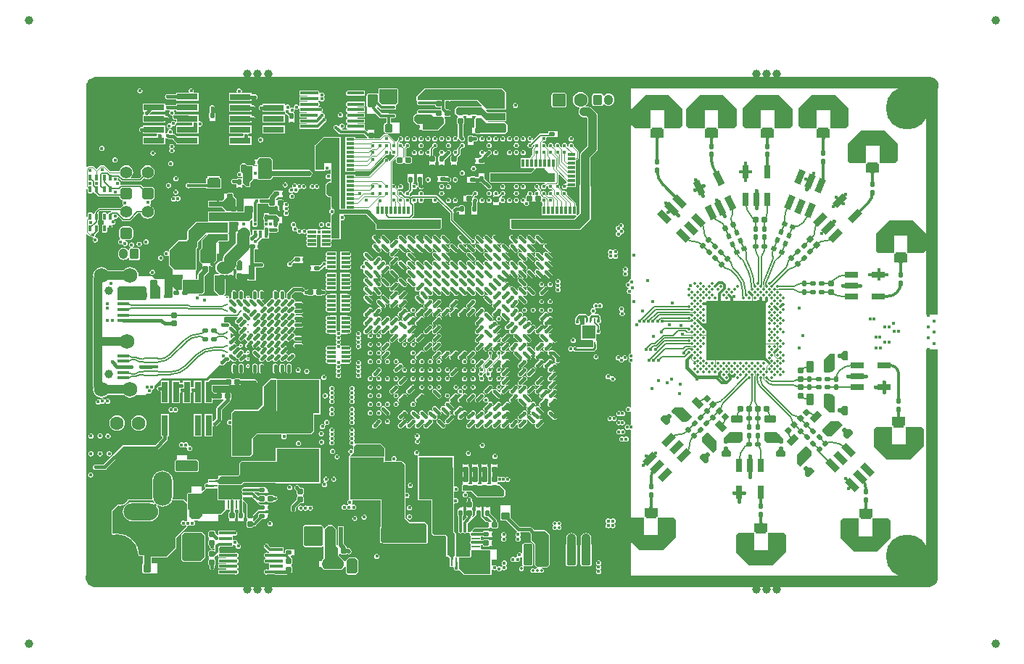
<source format=gtl>
G04 Layer_Physical_Order=1*
G04 Layer_Color=255*
%FSLAX44Y44*%
%MOMM*%
G71*
G01*
G75*
%ADD10C,0.3090*%
%ADD11C,0.2000*%
%ADD12C,0.1900*%
%ADD13C,0.1100*%
%ADD14C,0.1400*%
%ADD15C,0.1600*%
%ADD16C,0.1500*%
%ADD17C,0.3000*%
G04:AMPARAMS|DCode=18|XSize=0.7mm|YSize=0.4mm|CornerRadius=0.05mm|HoleSize=0mm|Usage=FLASHONLY|Rotation=270.000|XOffset=0mm|YOffset=0mm|HoleType=Round|Shape=RoundedRectangle|*
%AMROUNDEDRECTD18*
21,1,0.7000,0.3000,0,0,270.0*
21,1,0.6000,0.4000,0,0,270.0*
1,1,0.1000,-0.1500,-0.3000*
1,1,0.1000,-0.1500,0.3000*
1,1,0.1000,0.1500,0.3000*
1,1,0.1000,0.1500,-0.3000*
%
%ADD18ROUNDEDRECTD18*%
%ADD19R,1.5500X1.0000*%
%ADD20R,1.2000X1.6000*%
%ADD21R,1.2000X1.2000*%
%ADD22R,1.2000X2.1500*%
G04:AMPARAMS|DCode=23|XSize=0.6mm|YSize=0.6mm|CornerRadius=0.06mm|HoleSize=0mm|Usage=FLASHONLY|Rotation=0.000|XOffset=0mm|YOffset=0mm|HoleType=Round|Shape=RoundedRectangle|*
%AMROUNDEDRECTD23*
21,1,0.6000,0.4800,0,0,0.0*
21,1,0.4800,0.6000,0,0,0.0*
1,1,0.1200,0.2400,-0.2400*
1,1,0.1200,-0.2400,-0.2400*
1,1,0.1200,-0.2400,0.2400*
1,1,0.1200,0.2400,0.2400*
%
%ADD23ROUNDEDRECTD23*%
G04:AMPARAMS|DCode=24|XSize=1mm|YSize=0.9mm|CornerRadius=0.1125mm|HoleSize=0mm|Usage=FLASHONLY|Rotation=0.000|XOffset=0mm|YOffset=0mm|HoleType=Round|Shape=RoundedRectangle|*
%AMROUNDEDRECTD24*
21,1,1.0000,0.6750,0,0,0.0*
21,1,0.7750,0.9000,0,0,0.0*
1,1,0.2250,0.3875,-0.3375*
1,1,0.2250,-0.3875,-0.3375*
1,1,0.2250,-0.3875,0.3375*
1,1,0.2250,0.3875,0.3375*
%
%ADD24ROUNDEDRECTD24*%
G04:AMPARAMS|DCode=25|XSize=1mm|YSize=0.9mm|CornerRadius=0.1125mm|HoleSize=0mm|Usage=FLASHONLY|Rotation=270.000|XOffset=0mm|YOffset=0mm|HoleType=Round|Shape=RoundedRectangle|*
%AMROUNDEDRECTD25*
21,1,1.0000,0.6750,0,0,270.0*
21,1,0.7750,0.9000,0,0,270.0*
1,1,0.2250,-0.3375,-0.3875*
1,1,0.2250,-0.3375,0.3875*
1,1,0.2250,0.3375,0.3875*
1,1,0.2250,0.3375,-0.3875*
%
%ADD25ROUNDEDRECTD25*%
%ADD26R,0.4000X0.8500*%
G04:AMPARAMS|DCode=27|XSize=0.6mm|YSize=0.6mm|CornerRadius=0.06mm|HoleSize=0mm|Usage=FLASHONLY|Rotation=90.000|XOffset=0mm|YOffset=0mm|HoleType=Round|Shape=RoundedRectangle|*
%AMROUNDEDRECTD27*
21,1,0.6000,0.4800,0,0,90.0*
21,1,0.4800,0.6000,0,0,90.0*
1,1,0.1200,0.2400,0.2400*
1,1,0.1200,0.2400,-0.2400*
1,1,0.1200,-0.2400,-0.2400*
1,1,0.1200,-0.2400,0.2400*
%
%ADD27ROUNDEDRECTD27*%
%ADD28R,2.2000X0.5500*%
%ADD29R,1.5000X0.3500*%
%ADD30R,0.5500X2.2000*%
%ADD31R,1.3000X2.6000*%
G04:AMPARAMS|DCode=32|XSize=0.5mm|YSize=0.6mm|CornerRadius=0.05mm|HoleSize=0mm|Usage=FLASHONLY|Rotation=270.000|XOffset=0mm|YOffset=0mm|HoleType=Round|Shape=RoundedRectangle|*
%AMROUNDEDRECTD32*
21,1,0.5000,0.5000,0,0,270.0*
21,1,0.4000,0.6000,0,0,270.0*
1,1,0.1000,-0.2500,-0.2000*
1,1,0.1000,-0.2500,0.2000*
1,1,0.1000,0.2500,0.2000*
1,1,0.1000,0.2500,-0.2000*
%
%ADD32ROUNDEDRECTD32*%
G04:AMPARAMS|DCode=33|XSize=0.5mm|YSize=0.6mm|CornerRadius=0.05mm|HoleSize=0mm|Usage=FLASHONLY|Rotation=0.000|XOffset=0mm|YOffset=0mm|HoleType=Round|Shape=RoundedRectangle|*
%AMROUNDEDRECTD33*
21,1,0.5000,0.5000,0,0,0.0*
21,1,0.4000,0.6000,0,0,0.0*
1,1,0.1000,0.2000,-0.2500*
1,1,0.1000,-0.2000,-0.2500*
1,1,0.1000,-0.2000,0.2500*
1,1,0.1000,0.2000,0.2500*
%
%ADD33ROUNDEDRECTD33*%
%ADD34R,2.4000X0.7500*%
%ADD35R,0.7500X2.4000*%
G04:AMPARAMS|DCode=36|XSize=2.5mm|YSize=2mm|CornerRadius=0.25mm|HoleSize=0mm|Usage=FLASHONLY|Rotation=90.000|XOffset=0mm|YOffset=0mm|HoleType=Round|Shape=RoundedRectangle|*
%AMROUNDEDRECTD36*
21,1,2.5000,1.5000,0,0,90.0*
21,1,2.0000,2.0000,0,0,90.0*
1,1,0.5000,0.7500,1.0000*
1,1,0.5000,0.7500,-1.0000*
1,1,0.5000,-0.7500,-1.0000*
1,1,0.5000,-0.7500,1.0000*
%
%ADD36ROUNDEDRECTD36*%
%ADD37R,0.3500X0.3000*%
%ADD38R,0.3000X0.3500*%
%ADD39R,0.2500X0.6250*%
%ADD40R,1.6000X1.6000*%
G04:AMPARAMS|DCode=41|XSize=2.5mm|YSize=1.1mm|CornerRadius=0.1375mm|HoleSize=0mm|Usage=FLASHONLY|Rotation=270.000|XOffset=0mm|YOffset=0mm|HoleType=Round|Shape=RoundedRectangle|*
%AMROUNDEDRECTD41*
21,1,2.5000,0.8250,0,0,270.0*
21,1,2.2250,1.1000,0,0,270.0*
1,1,0.2750,-0.4125,-1.1125*
1,1,0.2750,-0.4125,1.1125*
1,1,0.2750,0.4125,1.1125*
1,1,0.2750,0.4125,-1.1125*
%
%ADD41ROUNDEDRECTD41*%
G04:AMPARAMS|DCode=42|XSize=10mm|YSize=10.5mm|CornerRadius=1.25mm|HoleSize=0mm|Usage=FLASHONLY|Rotation=270.000|XOffset=0mm|YOffset=0mm|HoleType=Round|Shape=RoundedRectangle|*
%AMROUNDEDRECTD42*
21,1,10.0000,8.0000,0,0,270.0*
21,1,7.5000,10.5000,0,0,270.0*
1,1,2.5000,-4.0000,-3.7500*
1,1,2.5000,-4.0000,3.7500*
1,1,2.5000,4.0000,3.7500*
1,1,2.5000,4.0000,-3.7500*
%
%ADD42ROUNDEDRECTD42*%
G04:AMPARAMS|DCode=43|XSize=1.3mm|YSize=0.8mm|CornerRadius=0.1mm|HoleSize=0mm|Usage=FLASHONLY|Rotation=180.000|XOffset=0mm|YOffset=0mm|HoleType=Round|Shape=RoundedRectangle|*
%AMROUNDEDRECTD43*
21,1,1.3000,0.6000,0,0,180.0*
21,1,1.1000,0.8000,0,0,180.0*
1,1,0.2000,-0.5500,0.3000*
1,1,0.2000,0.5500,0.3000*
1,1,0.2000,0.5500,-0.3000*
1,1,0.2000,-0.5500,-0.3000*
%
%ADD43ROUNDEDRECTD43*%
%ADD44R,5.0000X4.0000*%
%ADD45R,2.5500X0.9000*%
%ADD46R,2.5500X1.4000*%
%ADD47R,0.2500X1.0000*%
%ADD48R,1.0000X0.2500*%
G04:AMPARAMS|DCode=49|XSize=1.8mm|YSize=1.15mm|CornerRadius=0.1437mm|HoleSize=0mm|Usage=FLASHONLY|Rotation=0.000|XOffset=0mm|YOffset=0mm|HoleType=Round|Shape=RoundedRectangle|*
%AMROUNDEDRECTD49*
21,1,1.8000,0.8625,0,0,0.0*
21,1,1.5125,1.1500,0,0,0.0*
1,1,0.2875,0.7562,-0.4313*
1,1,0.2875,-0.7562,-0.4313*
1,1,0.2875,-0.7562,0.4313*
1,1,0.2875,0.7562,0.4313*
%
%ADD49ROUNDEDRECTD49*%
G04:AMPARAMS|DCode=50|XSize=1.8mm|YSize=1.15mm|CornerRadius=0.1437mm|HoleSize=0mm|Usage=FLASHONLY|Rotation=90.000|XOffset=0mm|YOffset=0mm|HoleType=Round|Shape=RoundedRectangle|*
%AMROUNDEDRECTD50*
21,1,1.8000,0.8625,0,0,90.0*
21,1,1.5125,1.1500,0,0,90.0*
1,1,0.2875,0.4313,0.7562*
1,1,0.2875,0.4313,-0.7562*
1,1,0.2875,-0.4313,-0.7562*
1,1,0.2875,-0.4313,0.7562*
%
%ADD50ROUNDEDRECTD50*%
G04:AMPARAMS|DCode=51|XSize=1.3mm|YSize=0.8mm|CornerRadius=0.1mm|HoleSize=0mm|Usage=FLASHONLY|Rotation=90.000|XOffset=0mm|YOffset=0mm|HoleType=Round|Shape=RoundedRectangle|*
%AMROUNDEDRECTD51*
21,1,1.3000,0.6000,0,0,90.0*
21,1,1.1000,0.8000,0,0,90.0*
1,1,0.2000,0.3000,0.5500*
1,1,0.2000,0.3000,-0.5500*
1,1,0.2000,-0.3000,-0.5500*
1,1,0.2000,-0.3000,0.5500*
%
%ADD51ROUNDEDRECTD51*%
G04:AMPARAMS|DCode=52|XSize=1.3mm|YSize=0.8mm|CornerRadius=0.1mm|HoleSize=0mm|Usage=FLASHONLY|Rotation=45.000|XOffset=0mm|YOffset=0mm|HoleType=Round|Shape=RoundedRectangle|*
%AMROUNDEDRECTD52*
21,1,1.3000,0.6000,0,0,45.0*
21,1,1.1000,0.8000,0,0,45.0*
1,1,0.2000,0.6010,0.1768*
1,1,0.2000,-0.1768,-0.6010*
1,1,0.2000,-0.6010,-0.1768*
1,1,0.2000,0.1768,0.6010*
%
%ADD52ROUNDEDRECTD52*%
G04:AMPARAMS|DCode=53|XSize=1.3mm|YSize=0.8mm|CornerRadius=0.1mm|HoleSize=0mm|Usage=FLASHONLY|Rotation=315.000|XOffset=0mm|YOffset=0mm|HoleType=Round|Shape=RoundedRectangle|*
%AMROUNDEDRECTD53*
21,1,1.3000,0.6000,0,0,315.0*
21,1,1.1000,0.8000,0,0,315.0*
1,1,0.2000,0.1768,-0.6010*
1,1,0.2000,-0.6010,0.1768*
1,1,0.2000,-0.1768,0.6010*
1,1,0.2000,0.6010,-0.1768*
%
%ADD53ROUNDEDRECTD53*%
G04:AMPARAMS|DCode=54|XSize=0.5mm|YSize=0.6mm|CornerRadius=0.05mm|HoleSize=0mm|Usage=FLASHONLY|Rotation=67.500|XOffset=0mm|YOffset=0mm|HoleType=Round|Shape=RoundedRectangle|*
%AMROUNDEDRECTD54*
21,1,0.5000,0.5000,0,0,67.5*
21,1,0.4000,0.6000,0,0,67.5*
1,1,0.1000,0.3075,0.0891*
1,1,0.1000,0.1544,-0.2804*
1,1,0.1000,-0.3075,-0.0891*
1,1,0.1000,-0.1544,0.2804*
%
%ADD54ROUNDEDRECTD54*%
%ADD55R,0.9500X0.4000*%
%ADD56R,0.4000X0.9500*%
%ADD57R,0.9500X0.3500*%
%ADD58R,0.3500X0.9500*%
%ADD59R,0.9000X2.5500*%
%ADD60R,1.4000X2.5500*%
%ADD61R,4.0000X5.0000*%
%ADD62R,0.6000X0.4500*%
%ADD63R,0.6000X0.3000*%
%ADD64R,0.8000X1.7000*%
G04:AMPARAMS|DCode=65|XSize=0.5mm|YSize=0.6mm|CornerRadius=0.05mm|HoleSize=0mm|Usage=FLASHONLY|Rotation=135.000|XOffset=0mm|YOffset=0mm|HoleType=Round|Shape=RoundedRectangle|*
%AMROUNDEDRECTD65*
21,1,0.5000,0.5000,0,0,135.0*
21,1,0.4000,0.6000,0,0,135.0*
1,1,0.1000,0.0354,0.3182*
1,1,0.1000,0.3182,0.0354*
1,1,0.1000,-0.0354,-0.3182*
1,1,0.1000,-0.3182,-0.0354*
%
%ADD65ROUNDEDRECTD65*%
G04:AMPARAMS|DCode=66|XSize=0.5mm|YSize=0.6mm|CornerRadius=0.05mm|HoleSize=0mm|Usage=FLASHONLY|Rotation=337.500|XOffset=0mm|YOffset=0mm|HoleType=Round|Shape=RoundedRectangle|*
%AMROUNDEDRECTD66*
21,1,0.5000,0.5000,0,0,337.5*
21,1,0.4000,0.6000,0,0,337.5*
1,1,0.1000,0.0891,-0.3075*
1,1,0.1000,-0.2804,-0.1544*
1,1,0.1000,-0.0891,0.3075*
1,1,0.1000,0.2804,0.1544*
%
%ADD66ROUNDEDRECTD66*%
G04:AMPARAMS|DCode=67|XSize=0.76mm|YSize=1.65mm|CornerRadius=0mm|HoleSize=0mm|Usage=FLASHONLY|Rotation=315.000|XOffset=0mm|YOffset=0mm|HoleType=Round|Shape=Rectangle|*
%AMROTATEDRECTD67*
4,1,4,-0.8521,-0.3147,0.3147,0.8521,0.8521,0.3147,-0.3147,-0.8521,-0.8521,-0.3147,0.0*
%
%ADD67ROTATEDRECTD67*%

G04:AMPARAMS|DCode=68|XSize=0.6mm|YSize=0.6mm|CornerRadius=0.06mm|HoleSize=0mm|Usage=FLASHONLY|Rotation=225.000|XOffset=0mm|YOffset=0mm|HoleType=Round|Shape=RoundedRectangle|*
%AMROUNDEDRECTD68*
21,1,0.6000,0.4800,0,0,225.0*
21,1,0.4800,0.6000,0,0,225.0*
1,1,0.1200,-0.3394,0.0000*
1,1,0.1200,0.0000,0.3394*
1,1,0.1200,0.3394,0.0000*
1,1,0.1200,0.0000,-0.3394*
%
%ADD68ROUNDEDRECTD68*%
G04:AMPARAMS|DCode=69|XSize=0.5mm|YSize=0.6mm|CornerRadius=0.05mm|HoleSize=0mm|Usage=FLASHONLY|Rotation=225.000|XOffset=0mm|YOffset=0mm|HoleType=Round|Shape=RoundedRectangle|*
%AMROUNDEDRECTD69*
21,1,0.5000,0.5000,0,0,225.0*
21,1,0.4000,0.6000,0,0,225.0*
1,1,0.1000,-0.3182,0.0354*
1,1,0.1000,-0.0354,0.3182*
1,1,0.1000,0.3182,-0.0354*
1,1,0.1000,0.0354,-0.3182*
%
%ADD69ROUNDEDRECTD69*%
G04:AMPARAMS|DCode=70|XSize=0.5mm|YSize=0.6mm|CornerRadius=0.05mm|HoleSize=0mm|Usage=FLASHONLY|Rotation=25.000|XOffset=0mm|YOffset=0mm|HoleType=Round|Shape=RoundedRectangle|*
%AMROUNDEDRECTD70*
21,1,0.5000,0.5000,0,0,25.0*
21,1,0.4000,0.6000,0,0,25.0*
1,1,0.1000,0.2869,-0.1421*
1,1,0.1000,-0.0756,-0.3111*
1,1,0.1000,-0.2869,0.1421*
1,1,0.1000,0.0756,0.3111*
%
%ADD70ROUNDEDRECTD70*%
G04:AMPARAMS|DCode=71|XSize=0.5mm|YSize=0.6mm|CornerRadius=0.05mm|HoleSize=0mm|Usage=FLASHONLY|Rotation=115.000|XOffset=0mm|YOffset=0mm|HoleType=Round|Shape=RoundedRectangle|*
%AMROUNDEDRECTD71*
21,1,0.5000,0.5000,0,0,115.0*
21,1,0.4000,0.6000,0,0,115.0*
1,1,0.1000,0.1421,0.2869*
1,1,0.1000,0.3111,-0.0756*
1,1,0.1000,-0.1421,-0.2869*
1,1,0.1000,-0.3111,0.0756*
%
%ADD71ROUNDEDRECTD71*%
G04:AMPARAMS|DCode=72|XSize=0.6mm|YSize=0.6mm|CornerRadius=0.06mm|HoleSize=0mm|Usage=FLASHONLY|Rotation=315.000|XOffset=0mm|YOffset=0mm|HoleType=Round|Shape=RoundedRectangle|*
%AMROUNDEDRECTD72*
21,1,0.6000,0.4800,0,0,315.0*
21,1,0.4800,0.6000,0,0,315.0*
1,1,0.1200,0.0000,-0.3394*
1,1,0.1200,-0.3394,0.0000*
1,1,0.1200,0.0000,0.3394*
1,1,0.1200,0.3394,0.0000*
%
%ADD72ROUNDEDRECTD72*%
G04:AMPARAMS|DCode=73|XSize=0.6mm|YSize=0.6mm|CornerRadius=0.06mm|HoleSize=0mm|Usage=FLASHONLY|Rotation=115.000|XOffset=0mm|YOffset=0mm|HoleType=Round|Shape=RoundedRectangle|*
%AMROUNDEDRECTD73*
21,1,0.6000,0.4800,0,0,115.0*
21,1,0.4800,0.6000,0,0,115.0*
1,1,0.1200,0.1161,0.3189*
1,1,0.1200,0.3189,-0.1161*
1,1,0.1200,-0.1161,-0.3189*
1,1,0.1200,-0.3189,0.1161*
%
%ADD73ROUNDEDRECTD73*%
G04:AMPARAMS|DCode=74|XSize=0.76mm|YSize=1.65mm|CornerRadius=0mm|HoleSize=0mm|Usage=FLASHONLY|Rotation=45.000|XOffset=0mm|YOffset=0mm|HoleType=Round|Shape=Rectangle|*
%AMROTATEDRECTD74*
4,1,4,0.3147,-0.8521,-0.8521,0.3147,-0.3147,0.8521,0.8521,-0.3147,0.3147,-0.8521,0.0*
%
%ADD74ROTATEDRECTD74*%

%ADD75R,0.7600X1.6500*%
G04:AMPARAMS|DCode=76|XSize=0.76mm|YSize=1.65mm|CornerRadius=0mm|HoleSize=0mm|Usage=FLASHONLY|Rotation=157.500|XOffset=0mm|YOffset=0mm|HoleType=Round|Shape=Rectangle|*
%AMROTATEDRECTD76*
4,1,4,0.6668,0.6168,0.0354,-0.9076,-0.6668,-0.6168,-0.0354,0.9076,0.6668,0.6168,0.0*
%
%ADD76ROTATEDRECTD76*%

G04:AMPARAMS|DCode=77|XSize=0.76mm|YSize=1.65mm|CornerRadius=0mm|HoleSize=0mm|Usage=FLASHONLY|Rotation=25.000|XOffset=0mm|YOffset=0mm|HoleType=Round|Shape=Rectangle|*
%AMROTATEDRECTD77*
4,1,4,0.0043,-0.9083,-0.6931,0.5871,-0.0043,0.9083,0.6931,-0.5871,0.0043,-0.9083,0.0*
%
%ADD77ROTATEDRECTD77*%

%ADD78R,1.6500X0.7600*%
%ADD79R,0.6750X0.4000*%
%ADD80R,0.6750X0.2000*%
%ADD81C,0.3500*%
%ADD82R,0.2000X0.2000*%
G04:AMPARAMS|DCode=83|XSize=1.6mm|YSize=1.9mm|CornerRadius=0.2mm|HoleSize=0mm|Usage=FLASHONLY|Rotation=180.000|XOffset=0mm|YOffset=0mm|HoleType=Round|Shape=RoundedRectangle|*
%AMROUNDEDRECTD83*
21,1,1.6000,1.5000,0,0,180.0*
21,1,1.2000,1.9000,0,0,180.0*
1,1,0.4000,-0.6000,0.7500*
1,1,0.4000,0.6000,0.7500*
1,1,0.4000,0.6000,-0.7500*
1,1,0.4000,-0.6000,-0.7500*
%
%ADD83ROUNDEDRECTD83*%
%ADD84O,1.6000X0.3000*%
G04:AMPARAMS|DCode=85|XSize=1.6mm|YSize=0.3mm|CornerRadius=0.0375mm|HoleSize=0mm|Usage=FLASHONLY|Rotation=0.000|XOffset=0mm|YOffset=0mm|HoleType=Round|Shape=RoundedRectangle|*
%AMROUNDEDRECTD85*
21,1,1.6000,0.2250,0,0,0.0*
21,1,1.5250,0.3000,0,0,0.0*
1,1,0.0750,0.7625,-0.1125*
1,1,0.0750,-0.7625,-0.1125*
1,1,0.0750,-0.7625,0.1125*
1,1,0.0750,0.7625,0.1125*
%
%ADD85ROUNDEDRECTD85*%
%ADD86C,0.3800*%
%ADD87R,0.9800X2.1800*%
%ADD88R,1.3500X0.4000*%
%ADD89C,0.2500*%
%ADD90R,1.4500X15.7750*%
%ADD91R,1.4500X26.5000*%
%ADD92R,1.4500X15.5000*%
%ADD93R,1.4500X4.2000*%
%ADD94C,1.0000*%
%ADD95C,0.1200*%
%ADD96C,0.5000*%
%ADD97C,0.4000*%
%ADD98C,0.1000*%
%ADD99C,0.2500*%
%ADD100C,0.3500*%
%ADD101C,0.6000*%
%ADD102C,1.4000*%
%ADD103C,1.0000*%
%ADD104C,0.8000*%
%ADD105C,0.4500*%
%ADD106C,0.1300*%
%ADD107R,7.0000X7.0000*%
G04:AMPARAMS|DCode=108|XSize=1.524mm|YSize=1.524mm|CornerRadius=0.1905mm|HoleSize=0mm|Usage=FLASHONLY|Rotation=90.000|XOffset=0mm|YOffset=0mm|HoleType=Round|Shape=RoundedRectangle|*
%AMROUNDEDRECTD108*
21,1,1.5240,1.1430,0,0,90.0*
21,1,1.1430,1.5240,0,0,90.0*
1,1,0.3810,0.5715,0.5715*
1,1,0.3810,0.5715,-0.5715*
1,1,0.3810,-0.5715,-0.5715*
1,1,0.3810,-0.5715,0.5715*
%
%ADD108ROUNDEDRECTD108*%
%ADD109C,1.6000*%
%ADD110C,5.0000*%
%ADD111C,0.6604*%
G04:AMPARAMS|DCode=112|XSize=1.4mm|YSize=1.4mm|CornerRadius=0.35mm|HoleSize=0mm|Usage=FLASHONLY|Rotation=90.000|XOffset=0mm|YOffset=0mm|HoleType=Round|Shape=RoundedRectangle|*
%AMROUNDEDRECTD112*
21,1,1.4000,0.7000,0,0,90.0*
21,1,0.7000,1.4000,0,0,90.0*
1,1,0.7000,0.3500,0.3500*
1,1,0.7000,0.3500,-0.3500*
1,1,0.7000,-0.3500,-0.3500*
1,1,0.7000,-0.3500,0.3500*
%
%ADD112ROUNDEDRECTD112*%
%ADD113C,1.4000*%
%ADD114O,2.0000X3.8000*%
%ADD115O,2.2000X4.0000*%
%ADD116O,4.0000X2.0000*%
%ADD117C,1.7500*%
G04:AMPARAMS|DCode=118|XSize=1.2mm|YSize=1.1mm|CornerRadius=0.1375mm|HoleSize=0mm|Usage=FLASHONLY|Rotation=270.000|XOffset=0mm|YOffset=0mm|HoleType=Round|Shape=RoundedRectangle|*
%AMROUNDEDRECTD118*
21,1,1.2000,0.8250,0,0,270.0*
21,1,0.9250,1.1000,0,0,270.0*
1,1,0.2750,-0.4125,-0.4625*
1,1,0.2750,-0.4125,0.4625*
1,1,0.2750,0.4125,0.4625*
1,1,0.2750,0.4125,-0.4625*
%
%ADD118ROUNDEDRECTD118*%
%ADD119O,1.1000X1.2000*%
%ADD120C,0.4000*%
%ADD121C,0.5000*%
G36*
X16000Y597750D02*
X988000Y597750D01*
X988673D01*
X990654Y597356D01*
X992519Y596583D01*
X994198Y595462D01*
X995626Y594034D01*
X996747Y592355D01*
X997520Y590490D01*
X997914Y588509D01*
Y587500D01*
Y584750D01*
X989000D01*
Y559500D01*
X963750Y584750D01*
X638500Y584750D01*
Y561000D01*
X640086D01*
X655586Y576500D01*
X683086D01*
X698586Y561000D01*
Y541000D01*
X695836Y538250D01*
X677336Y538250D01*
Y558750D01*
X661336D01*
Y538250D01*
X642836Y538250D01*
X640086Y541000D01*
X638500D01*
Y361360D01*
X638330Y361326D01*
X637337Y360663D01*
X636674Y359670D01*
X636441Y358500D01*
X635512Y358045D01*
X634551Y357854D01*
X633559Y357191D01*
X632896Y356199D01*
X632663Y355028D01*
X632896Y353858D01*
X633559Y352865D01*
X634551Y352202D01*
X635722Y351969D01*
X635778Y351981D01*
X636708Y351146D01*
X636679Y350823D01*
X636539Y350731D01*
X635758Y350576D01*
X634766Y349913D01*
X634103Y348921D01*
X633870Y347750D01*
X634103Y346580D01*
X634766Y345587D01*
X635758Y344924D01*
X636929Y344691D01*
X637500Y344805D01*
X638500Y344081D01*
Y274959D01*
X637830Y274826D01*
X636837Y274163D01*
X636174Y273171D01*
X635941Y272000D01*
X636174Y270830D01*
X636478Y270375D01*
X636758Y269625D01*
X636478Y268875D01*
X636174Y268421D01*
X635941Y267250D01*
X636174Y266080D01*
X636837Y265087D01*
X637830Y264424D01*
X638500Y264291D01*
Y212460D01*
X638111Y212206D01*
X637500Y212022D01*
X636670Y212576D01*
X635500Y212809D01*
X634329Y212576D01*
X633337Y211913D01*
X632674Y210921D01*
X632441Y209750D01*
X632674Y208580D01*
X633337Y207587D01*
X634329Y206924D01*
X635500Y206691D01*
X636670Y206924D01*
X637500Y207478D01*
X638111Y207294D01*
X638500Y207040D01*
Y191709D01*
X637830Y191576D01*
X636837Y190913D01*
X636663D01*
X635671Y191576D01*
X634500Y191809D01*
X633330Y191576D01*
X632337Y190913D01*
X631674Y189921D01*
X631441Y188750D01*
X631674Y187579D01*
X632337Y186587D01*
X633330Y185924D01*
X634500Y185691D01*
X635671Y185924D01*
X636663Y186587D01*
X636837D01*
X637830Y185924D01*
X638500Y185791D01*
Y83000D01*
X654250D01*
Y62500D01*
X670250D01*
Y83000D01*
X688750D01*
X691500Y80250D01*
Y60250D01*
X676000Y44750D01*
X648500D01*
X638500Y54750D01*
Y15250D01*
X963750Y15250D01*
X989000Y40500D01*
Y15250D01*
X996664D01*
D01*
X996941D01*
Y12068D01*
X996693Y10183D01*
X995722Y7838D01*
X994985Y6877D01*
X994376Y5966D01*
X992948Y4538D01*
X991269Y3417D01*
X989404Y2644D01*
X988000Y2365D01*
Y2250D01*
X14500Y2250D01*
D01*
X11490D01*
X9510Y2644D01*
X7645Y3417D01*
X5966Y4538D01*
X4538Y5966D01*
X3417Y7645D01*
X2644Y9510D01*
X2250Y11490D01*
Y12500D01*
Y15250D01*
X3059D01*
Y413839D01*
X3983Y414221D01*
X5852Y412352D01*
X7000Y411876D01*
X7977D01*
X8337Y411337D01*
X9330Y410674D01*
X10496Y410442D01*
X10780Y410068D01*
X10991Y409519D01*
X10424Y408671D01*
X10191Y407500D01*
X10424Y406329D01*
X11087Y405337D01*
X12079Y404674D01*
X13250Y404441D01*
X14420Y404674D01*
X15413Y405337D01*
X16076Y406329D01*
X16309Y407500D01*
X16076Y408671D01*
X15413Y409663D01*
X14420Y410326D01*
X13254Y410558D01*
X12970Y410932D01*
X12759Y411481D01*
X13326Y412329D01*
X13559Y413500D01*
X13530Y413646D01*
X15942Y416058D01*
X15942Y416058D01*
X15988Y416126D01*
X16000D01*
X17148Y416602D01*
X17623Y417750D01*
Y423750D01*
X17148Y424898D01*
X16250Y425270D01*
Y428260D01*
X16284Y428432D01*
Y430244D01*
X17148Y430602D01*
X17623Y431750D01*
Y437750D01*
X17148Y438898D01*
X17027Y439504D01*
X18489Y440966D01*
X31405D01*
X31791Y440075D01*
X31228Y439374D01*
X29750D01*
X28602Y438898D01*
X28291Y438148D01*
X27209D01*
X26898Y438898D01*
X25750Y439374D01*
X22750D01*
X21602Y438898D01*
X21126Y437750D01*
Y431750D01*
X21602Y430602D01*
X22750Y430126D01*
X23000D01*
Y425374D01*
X22750D01*
X21602Y424898D01*
X21126Y423750D01*
Y417750D01*
X21602Y416602D01*
X22750Y416126D01*
X25750D01*
X26898Y416602D01*
X27373Y417750D01*
Y422000D01*
X33000D01*
Y424602D01*
X33773Y425236D01*
X34000Y425191D01*
X35171Y425424D01*
X36163Y426087D01*
X36826Y427079D01*
X37059Y428250D01*
X36826Y429421D01*
X36163Y430413D01*
X35171Y431076D01*
X35136Y431320D01*
X35178Y431401D01*
X36040Y432082D01*
X36750Y431941D01*
X37920Y432174D01*
X38913Y432837D01*
X39576Y433829D01*
X39581Y433857D01*
X40666Y434186D01*
X44614Y430238D01*
X45193Y429851D01*
X45876Y429716D01*
X53500D01*
X54183Y429851D01*
X54762Y430238D01*
X62989Y438466D01*
X66666D01*
X66706Y438162D01*
X67512Y436216D01*
X68794Y434544D01*
X70465Y433262D01*
X72412Y432456D01*
X74500Y432181D01*
X76588Y432456D01*
X78534Y433262D01*
X80206Y434544D01*
X81488Y436216D01*
X82294Y438162D01*
X82569Y440250D01*
X82294Y442338D01*
X81488Y444285D01*
X80206Y445956D01*
X78534Y447238D01*
X77245Y447772D01*
X77134Y448901D01*
X77413Y449087D01*
X78076Y450079D01*
X78309Y451250D01*
X78076Y452421D01*
X78050Y452460D01*
X78544Y453520D01*
X79756Y453761D01*
X81244Y454756D01*
X82239Y456244D01*
X82588Y458000D01*
Y465000D01*
X82239Y466756D01*
X81244Y468244D01*
X79756Y469239D01*
X78000Y469588D01*
X71000D01*
X69278Y469246D01*
X67012Y471512D01*
X66433Y471898D01*
X65750Y472034D01*
X43825D01*
X43142Y471898D01*
X43018Y471815D01*
X42297Y472536D01*
X42326Y472579D01*
X42559Y473750D01*
X42326Y474921D01*
X41663Y475913D01*
X40670Y476576D01*
X40322Y476645D01*
X39586Y477320D01*
X39654Y477720D01*
X39809Y478500D01*
X39684Y479129D01*
X40605Y479621D01*
X43738Y476488D01*
X44317Y476101D01*
X45000Y475966D01*
X65750D01*
X66433Y476101D01*
X67012Y476488D01*
X70222Y479699D01*
X70465Y479512D01*
X72412Y478706D01*
X74500Y478431D01*
X76588Y478706D01*
X78534Y479512D01*
X80206Y480794D01*
X81488Y482466D01*
X82294Y484412D01*
X82569Y486500D01*
X82294Y488588D01*
X81488Y490535D01*
X80206Y492206D01*
X78534Y493488D01*
X76588Y494294D01*
X74500Y494569D01*
X72412Y494294D01*
X70465Y493488D01*
X68794Y492206D01*
X67512Y490535D01*
X66706Y488588D01*
X66431Y486500D01*
X66706Y484412D01*
X67512Y482466D01*
X67699Y482222D01*
X65011Y479534D01*
X55119D01*
X54798Y480481D01*
X55206Y480794D01*
X56488Y482466D01*
X57294Y484412D01*
X57569Y486500D01*
X57294Y488588D01*
X56488Y490535D01*
X55206Y492206D01*
X53534Y493488D01*
X51588Y494294D01*
X49500Y494569D01*
X47412Y494294D01*
X45465Y493488D01*
X43794Y492206D01*
X42512Y490535D01*
X41706Y488588D01*
X41646Y488131D01*
X30749D01*
X24377Y494504D01*
X23848Y494857D01*
X23223Y494981D01*
X23223Y494981D01*
X19759D01*
X19759Y494981D01*
X19135Y494857D01*
X18605Y494504D01*
X14454Y490353D01*
X11553Y493254D01*
X11024Y493607D01*
X10400Y493731D01*
X10400Y493731D01*
X5759D01*
X5135Y493607D01*
X4605Y493254D01*
X4605Y493254D01*
X3983Y492631D01*
X3059Y493014D01*
Y587300D01*
Y587932D01*
X3307Y589817D01*
X4278Y592162D01*
X5824Y594176D01*
X7356Y595352D01*
X7466Y595462D01*
X7723Y595634D01*
X7838Y595722D01*
X7883Y595740D01*
X9145Y596584D01*
X11010Y597356D01*
X12500Y597653D01*
Y597750D01*
X12990D01*
D01*
X16000D01*
D01*
D02*
G37*
G36*
X762000Y561000D02*
Y541000D01*
X759250Y538250D01*
X740750Y538250D01*
Y558750D01*
X724750D01*
Y538250D01*
X706250Y538250D01*
X703500Y541000D01*
Y561000D01*
X719000Y576500D01*
X746500D01*
X762000Y561000D01*
D02*
G37*
G36*
X892750Y561000D02*
Y541000D01*
X890000Y538250D01*
X871500Y538250D01*
Y558750D01*
X855500D01*
Y538250D01*
X837000Y538250D01*
X834250Y541000D01*
Y561000D01*
X849750Y576500D01*
X877250D01*
X892750Y561000D01*
D02*
G37*
G36*
X827250D02*
Y541000D01*
X824500Y538250D01*
X806000Y538250D01*
Y558750D01*
X790000D01*
Y538250D01*
X771500Y538250D01*
X768750Y541000D01*
Y561000D01*
X784250Y576500D01*
X811750D01*
X827250Y561000D01*
D02*
G37*
G36*
X672132Y527030D02*
X671870Y526936D01*
X671638Y526780D01*
X671437Y526562D01*
X671267Y526281D01*
X671128Y525938D01*
X671020Y525532D01*
X670943Y525064D01*
X670896Y524533D01*
X670881Y523941D01*
X667791D01*
X667775Y524533D01*
X667729Y525064D01*
X667652Y525532D01*
X667544Y525938D01*
X667405Y526281D01*
X667235Y526562D01*
X667034Y526780D01*
X666802Y526936D01*
X666539Y527030D01*
X666246Y527061D01*
X672426D01*
X672132Y527030D01*
D02*
G37*
G36*
X735546Y527030D02*
X735284Y526936D01*
X735052Y526780D01*
X734851Y526562D01*
X734681Y526281D01*
X734542Y525938D01*
X734434Y525532D01*
X734357Y525064D01*
X734310Y524533D01*
X734295Y523941D01*
X731205D01*
X731189Y524533D01*
X731143Y525064D01*
X731066Y525532D01*
X730958Y525938D01*
X730819Y526281D01*
X730649Y526562D01*
X730448Y526780D01*
X730216Y526936D01*
X729954Y527030D01*
X729660Y527061D01*
X735840D01*
X735546Y527030D01*
D02*
G37*
G36*
X866296Y527030D02*
X866034Y526936D01*
X865802Y526780D01*
X865601Y526562D01*
X865431Y526281D01*
X865292Y525938D01*
X865184Y525532D01*
X865107Y525064D01*
X865060Y524533D01*
X865045Y523940D01*
X861955D01*
X861939Y524533D01*
X861893Y525064D01*
X861816Y525532D01*
X861708Y525938D01*
X861569Y526281D01*
X861399Y526562D01*
X861198Y526780D01*
X860966Y526936D01*
X860704Y527030D01*
X860410Y527061D01*
X866590D01*
X866296Y527030D01*
D02*
G37*
G36*
X800797D02*
X800534Y526936D01*
X800302Y526780D01*
X800101Y526562D01*
X799931Y526281D01*
X799792Y525938D01*
X799684Y525532D01*
X799607Y525064D01*
X799560Y524533D01*
X799545Y523940D01*
X796455D01*
X796440Y524533D01*
X796393Y525064D01*
X796316Y525532D01*
X796208Y525938D01*
X796069Y526281D01*
X795899Y526562D01*
X795698Y526780D01*
X795466Y526936D01*
X795204Y527030D01*
X794910Y527061D01*
X801090D01*
X800797Y527030D01*
D02*
G37*
G36*
X950000Y520000D02*
Y500000D01*
X947250Y497250D01*
X928750Y497250D01*
Y517750D01*
X912750D01*
Y497250D01*
X894250Y497250D01*
X891500Y500000D01*
Y520000D01*
X907000Y535500D01*
X934500D01*
X950000Y520000D01*
D02*
G37*
G36*
X923553Y486030D02*
X923290Y485936D01*
X923059Y485780D01*
X922858Y485562D01*
X922688Y485281D01*
X922549Y484938D01*
X922441Y484532D01*
X922364Y484064D01*
X922317Y483533D01*
X922302Y482940D01*
X919212D01*
X919196Y483533D01*
X919150Y484064D01*
X919073Y484532D01*
X918964Y484938D01*
X918825Y485281D01*
X918655Y485562D01*
X918455Y485780D01*
X918223Y485936D01*
X917960Y486030D01*
X917667Y486061D01*
X923847D01*
X923553Y486030D01*
D02*
G37*
G36*
X4376Y466797D02*
Y463500D01*
X4852Y462352D01*
X6000Y461876D01*
X9000D01*
X10148Y462352D01*
X10459Y463102D01*
X11541D01*
X11852Y462352D01*
X13000Y461876D01*
X13600D01*
X16738Y458738D01*
X17317Y458352D01*
X18000Y458216D01*
X41412D01*
Y458000D01*
X41761Y456244D01*
X42756Y454756D01*
X44244Y453761D01*
X44942Y453622D01*
X45402Y452511D01*
X45174Y452170D01*
X44941Y451000D01*
X45174Y449829D01*
X45837Y448837D01*
X46172Y448613D01*
X46061Y447485D01*
X45465Y447238D01*
X43794Y445956D01*
X42704Y444534D01*
X17750D01*
X17067Y444398D01*
X16488Y444012D01*
X13238Y440762D01*
X12852Y440183D01*
X12716Y439500D01*
Y439256D01*
X11852Y438898D01*
X11541Y438148D01*
X10459D01*
X10148Y438898D01*
X9000Y439374D01*
X6000D01*
X4852Y438898D01*
X4376Y437750D01*
Y434442D01*
X4059Y434205D01*
X3059Y434708D01*
Y466532D01*
X4059Y467034D01*
X4376Y466797D01*
D02*
G37*
G36*
X983000Y415000D02*
Y395000D01*
X980250Y392250D01*
X961750Y392250D01*
Y412750D01*
X945750D01*
Y392250D01*
X927250Y392250D01*
X924500Y395000D01*
Y415000D01*
X940000Y430500D01*
X967500D01*
X983000Y415000D01*
D02*
G37*
G36*
X956599Y381030D02*
X956337Y380936D01*
X956105Y380780D01*
X955904Y380562D01*
X955734Y380281D01*
X955595Y379938D01*
X955487Y379532D01*
X955410Y379064D01*
X955363Y378533D01*
X955348Y377940D01*
X952258D01*
X952242Y378533D01*
X952196Y379064D01*
X952119Y379532D01*
X952011Y379938D01*
X951872Y380281D01*
X951702Y380562D01*
X951501Y380780D01*
X951269Y380936D01*
X951006Y381030D01*
X950713Y381061D01*
X956893D01*
X956599Y381030D01*
D02*
G37*
G36*
X794010Y359437D02*
X793010Y358437D01*
X793260Y360437D01*
X794010Y359437D01*
D02*
G37*
G36*
X796760Y356437D02*
X796760Y358437D01*
X798010D01*
X796760Y356437D01*
D02*
G37*
G36*
X812260Y350187D02*
X810510D01*
X812260Y350687D01*
X812260Y350187D01*
D02*
G37*
G36*
X812260Y348740D02*
X810510Y349240D01*
X812260D01*
X812260Y348740D01*
D02*
G37*
G36*
X729010Y304687D02*
X726010Y304687D01*
X722010Y309687D01*
X729010D01*
Y304687D01*
D02*
G37*
G36*
X892300Y276472D02*
X892300Y267972D01*
X891050Y266722D01*
X886800Y266722D01*
X883800Y269722D01*
X883800Y274722D01*
X886800Y277722D01*
X891050Y277722D01*
X892300Y276472D01*
D02*
G37*
G36*
X876800Y256222D02*
X873550Y252972D01*
X865550D01*
X864050Y254472D01*
Y267722D01*
X871050Y274722D01*
X876800D01*
Y256222D01*
D02*
G37*
G36*
X796385Y243437D02*
X795635D01*
X794635Y244437D01*
X796385Y243437D01*
D02*
G37*
G36*
X753625Y242625D02*
X751750Y240750D01*
X746750D01*
X747174Y243500D01*
X752750Y243500D01*
X753625Y242625D01*
D02*
G37*
G36*
X782760Y240687D02*
X782510D01*
X782760Y243437D01*
X782760Y240687D01*
D02*
G37*
G36*
X781100D02*
X780850Y240687D01*
X780850Y243437D01*
X781100Y240687D01*
D02*
G37*
G36*
X784510Y240437D02*
X784010Y240437D01*
Y243937D01*
X784510Y240437D01*
D02*
G37*
G36*
X779600Y240187D02*
X779100Y240187D01*
X779600Y243687D01*
X779600Y240187D01*
D02*
G37*
G36*
X876800Y224232D02*
X876800Y205732D01*
X871050Y205732D01*
X864050Y212732D01*
Y225982D01*
X865550Y227482D01*
X873550Y227482D01*
X876800Y224232D01*
D02*
G37*
G36*
X892300Y212472D02*
X892300Y203972D01*
X891050Y202722D01*
X886800Y202722D01*
X883800Y205722D01*
X883800Y210722D01*
X886800Y213722D01*
X891050D01*
X892300Y212472D01*
D02*
G37*
G36*
X952810Y202967D02*
X952857Y202436D01*
X952934Y201968D01*
X953042Y201562D01*
X953181Y201219D01*
X953351Y200938D01*
X953552Y200720D01*
X953784Y200564D01*
X954046Y200470D01*
X954340Y200439D01*
X948160D01*
X948454Y200470D01*
X948716Y200564D01*
X948948Y200720D01*
X949149Y200938D01*
X949319Y201219D01*
X949458Y201562D01*
X949566Y201968D01*
X949643Y202436D01*
X949689Y202967D01*
X949705Y203559D01*
X952795D01*
X952810Y202967D01*
D02*
G37*
G36*
X709085Y202294D02*
Y200172D01*
X703428Y194515D01*
X698832D01*
X685751Y207597D01*
X689817Y211663D01*
X699716Y211663D01*
X709085Y202294D01*
D02*
G37*
G36*
X680794Y202654D02*
X684330Y199119D01*
Y194876D01*
X681324Y191871D01*
X679557D01*
X673546Y197881D01*
X673546Y199649D01*
X676552Y202654D01*
X680794Y202654D01*
D02*
G37*
G36*
X885598Y191479D02*
X872516Y178397D01*
X867920D01*
X862263Y184054D01*
Y186175D01*
X871633Y195544D01*
X881532D01*
X885598Y191479D01*
D02*
G37*
G36*
X897796Y183524D02*
Y181756D01*
X891785Y175746D01*
X890017D01*
X887012Y178751D01*
X887012Y182993D01*
X890548Y186529D01*
X894790D01*
X897796Y183524D01*
D02*
G37*
G36*
X816300Y175743D02*
Y169993D01*
X797800D01*
X794550Y173243D01*
Y181243D01*
X796050Y182743D01*
X809300D01*
X816300Y175743D01*
D02*
G37*
G36*
X769060Y181243D02*
Y173243D01*
X765810Y169993D01*
X747310D01*
Y175743D01*
X754310Y182743D01*
X767560D01*
X769060Y181243D01*
D02*
G37*
G36*
X980500Y186500D02*
Y166500D01*
X965000Y151000D01*
X937500D01*
X922000Y166500D01*
Y186500D01*
X924750Y189250D01*
X943250D01*
Y168750D01*
X959250D01*
Y189250D01*
X977750D01*
X980500Y186500D01*
D02*
G37*
G36*
X729231Y182148D02*
X738600Y172779D01*
Y162879D01*
X734534Y158813D01*
X721453Y171895D01*
X721453Y176491D01*
X727110Y182148D01*
X729231Y182148D01*
D02*
G37*
G36*
X816300Y162993D02*
X819300Y159993D01*
Y155743D01*
X818050Y154493D01*
X809550D01*
X808300Y155743D01*
X808300Y159993D01*
X811300Y162993D01*
X816300Y162993D01*
D02*
G37*
G36*
X752300D02*
X755300Y159993D01*
Y155743D01*
X754050Y154493D01*
X745550D01*
X744300Y155743D01*
X744300Y159993D01*
X747300Y162993D01*
X752300Y162993D01*
D02*
G37*
G36*
X726049Y157399D02*
X729585Y153864D01*
Y149621D01*
X726579Y146616D01*
X724811D01*
X718801Y152626D01*
Y154394D01*
X721806Y157399D01*
X726049Y157399D01*
D02*
G37*
G36*
X849896Y160373D02*
Y155777D01*
X836814Y142695D01*
X832749Y146761D01*
Y156660D01*
X842118Y166030D01*
X844239D01*
X849896Y160373D01*
D02*
G37*
G36*
X852541Y138269D02*
Y136501D01*
X846530Y130491D01*
X844763Y130491D01*
X841757Y133496D01*
X841757Y137739D01*
X845293Y141274D01*
X849536D01*
X852541Y138269D01*
D02*
G37*
G36*
X663810Y99220D02*
X664042Y96425D01*
X664181Y95742D01*
X664351Y95183D01*
X664552Y94748D01*
X664784Y94438D01*
X665046Y94251D01*
X665340Y94189D01*
X659160D01*
X659454Y94251D01*
X659716Y94438D01*
X659948Y94748D01*
X660149Y95183D01*
X660319Y95742D01*
X660458Y96425D01*
X660566Y97232D01*
X660689Y99220D01*
X660705Y100400D01*
X663795D01*
X663810Y99220D01*
D02*
G37*
G36*
X914311Y95717D02*
X914357Y95186D01*
X914434Y94718D01*
X914542Y94312D01*
X914681Y93969D01*
X914851Y93688D01*
X915052Y93470D01*
X915284Y93314D01*
X915546Y93220D01*
X915840Y93189D01*
X909660D01*
X909954Y93220D01*
X910216Y93314D01*
X910448Y93470D01*
X910649Y93688D01*
X910819Y93969D01*
X910958Y94312D01*
X911066Y94718D01*
X911143Y95186D01*
X911190Y95717D01*
X911205Y96309D01*
X914295D01*
X914311Y95717D01*
D02*
G37*
G36*
X791961Y78967D02*
X792007Y78436D01*
X792084Y77968D01*
X792192Y77562D01*
X792331Y77219D01*
X792501Y76938D01*
X792702Y76720D01*
X792934Y76564D01*
X793197Y76470D01*
X793490Y76439D01*
X787310D01*
X787604Y76470D01*
X787866Y76564D01*
X788098Y76720D01*
X788299Y76938D01*
X788469Y77219D01*
X788608Y77562D01*
X788716Y77968D01*
X788793Y78436D01*
X788840Y78967D01*
X788855Y79559D01*
X791945D01*
X791961Y78967D01*
D02*
G37*
G36*
X942000Y79250D02*
Y59250D01*
X926500Y43750D01*
X899000D01*
X883500Y59250D01*
Y79250D01*
X886250Y82000D01*
X904750D01*
Y61500D01*
X920750D01*
Y82000D01*
X939250D01*
X942000Y79250D01*
D02*
G37*
G36*
X819650Y62500D02*
Y42500D01*
X804150Y27000D01*
X776650D01*
X761150Y42500D01*
Y62500D01*
X763900Y65250D01*
X782400D01*
Y44750D01*
X798400D01*
Y65250D01*
X816900D01*
X819650Y62500D01*
D02*
G37*
%LPC*%
G36*
X65205Y584750D02*
X64330Y584576D01*
X63337Y583913D01*
X62674Y582920D01*
X62441Y581750D01*
X62674Y580579D01*
X63337Y579587D01*
X64330Y578924D01*
X65500Y578691D01*
X66670Y578924D01*
X67663Y579587D01*
X68326Y580579D01*
X68559Y581750D01*
X68326Y582920D01*
X67663Y583913D01*
X66670Y584576D01*
X65795Y584750D01*
X65205D01*
D02*
G37*
G36*
X365750Y584332D02*
X345000D01*
X344235Y584015D01*
X343918Y583250D01*
Y578670D01*
X342918Y578306D01*
X342250Y578582D01*
X332250Y578582D01*
X332250Y578582D01*
X331485Y578265D01*
X331485Y578265D01*
X330235Y577015D01*
X329918Y576250D01*
Y563750D01*
X329917Y563750D01*
X330235Y562985D01*
X330235Y562985D01*
X330250Y562969D01*
Y555000D01*
X340515D01*
X344997Y550518D01*
X345907Y549910D01*
X346980Y549696D01*
X353451D01*
Y544292D01*
X352625D01*
X351796Y544127D01*
X351093Y543657D01*
X350623Y542954D01*
X350458Y542125D01*
Y534375D01*
X350623Y533546D01*
X351093Y532843D01*
X351796Y532373D01*
X352625Y532208D01*
X359375D01*
X359506Y532234D01*
X360500Y532250D01*
X360500Y532250D01*
X360500Y532250D01*
X368500D01*
Y544250D01*
X360500D01*
X360500Y544250D01*
X359506Y544266D01*
X359375Y544292D01*
X358549D01*
Y549951D01*
X362250D01*
X363225Y550145D01*
X364052Y550698D01*
X364605Y551525D01*
X364799Y552500D01*
X364605Y553476D01*
X364052Y554302D01*
X363225Y554855D01*
X362250Y555049D01*
X356885D01*
X356823Y555091D01*
X355750Y555304D01*
X348141D01*
X342250Y561195D01*
Y562371D01*
X343250Y562785D01*
X345517Y560518D01*
X346427Y559910D01*
X347500Y559696D01*
X350750D01*
X351823Y559910D01*
X351885Y559951D01*
X362250D01*
X363225Y560145D01*
X364052Y560698D01*
X364605Y561525D01*
X364799Y562500D01*
X364605Y563476D01*
X364362Y563839D01*
X364508Y564931D01*
X364631Y565100D01*
X366515Y566985D01*
X366832Y567750D01*
X366832Y583250D01*
X366515Y584015D01*
X365750Y584332D01*
D02*
G37*
G36*
X309000Y582059D02*
X307829Y581826D01*
X306837Y581163D01*
X306174Y580171D01*
X305941Y579000D01*
X306174Y577830D01*
X306837Y576837D01*
X307829Y576174D01*
X309000Y575941D01*
X310170Y576174D01*
X310204Y576196D01*
X319500D01*
X319771Y576250D01*
X328000D01*
Y581750D01*
X319771D01*
X319500Y581804D01*
X310204D01*
X310170Y581826D01*
X309000Y582059D01*
D02*
G37*
G36*
X612700Y578306D02*
X611003Y578083D01*
X609422Y577428D01*
X608064Y576386D01*
X607547Y575711D01*
X606908Y575816D01*
X606519Y576015D01*
X606362Y576802D01*
X605837Y577587D01*
X605052Y578112D01*
X604125Y578297D01*
X595875D01*
X594948Y578112D01*
X594163Y577587D01*
X593638Y576802D01*
X593453Y575875D01*
Y566625D01*
X593638Y565698D01*
X594163Y564913D01*
X594948Y564388D01*
X595875Y564203D01*
X604125D01*
X605052Y564388D01*
X605837Y564913D01*
X606362Y565698D01*
X606519Y566485D01*
X606908Y566684D01*
X607547Y566789D01*
X608064Y566114D01*
X609422Y565072D01*
X611003Y564417D01*
X612700Y564194D01*
X614397Y564417D01*
X615978Y565072D01*
X617336Y566114D01*
X618378Y567472D01*
X619033Y569053D01*
X619256Y570750D01*
Y571750D01*
X619033Y573447D01*
X618378Y575028D01*
X617336Y576386D01*
X615978Y577428D01*
X614397Y578083D01*
X612700Y578306D01*
D02*
G37*
G36*
X125205Y584750D02*
X124330Y584576D01*
X123337Y583913D01*
X122674Y582920D01*
X122441Y581750D01*
X122674Y580579D01*
X122727Y580500D01*
X122193Y579500D01*
X108000D01*
Y577809D01*
X97750D01*
X96580Y577576D01*
X95587Y576913D01*
X94924Y575920D01*
X94691Y574750D01*
X94924Y573579D01*
X95587Y572587D01*
X96580Y571924D01*
X97750Y571691D01*
X108000D01*
Y570000D01*
X134000D01*
Y579500D01*
X128807D01*
X128273Y580500D01*
X128326Y580579D01*
X128559Y581750D01*
X128326Y582920D01*
X127663Y583913D01*
X126671Y584576D01*
X125795Y584750D01*
X125205D01*
D02*
G37*
G36*
X181500Y584309D02*
X180329Y584076D01*
X179337Y583413D01*
X178674Y582421D01*
X178441Y581250D01*
X178640Y580250D01*
X178117Y579250D01*
X169750D01*
Y569750D01*
X195750D01*
Y571441D01*
X199750D01*
X200921Y571674D01*
X201913Y572337D01*
X202576Y573330D01*
X202809Y574500D01*
X202576Y575671D01*
X201913Y576663D01*
X200921Y577326D01*
X199750Y577559D01*
X195750D01*
Y579250D01*
X184883D01*
X184360Y580250D01*
X184559Y581250D01*
X184326Y582421D01*
X183663Y583413D01*
X182670Y584076D01*
X181500Y584309D01*
D02*
G37*
G36*
X272250Y582059D02*
X271080Y581826D01*
X271047Y581804D01*
X261750D01*
X261479Y581750D01*
X252000D01*
Y576250D01*
X261479D01*
Y575250D01*
X252000D01*
Y569750D01*
X261479D01*
Y568750D01*
X252000D01*
Y564525D01*
X251000Y564222D01*
X250538Y564913D01*
X249546Y565576D01*
X248375Y565809D01*
X247205Y565576D01*
X246213Y564913D01*
X245550Y563920D01*
X245317Y562750D01*
X245428Y562188D01*
X244528Y561587D01*
X244170Y561826D01*
X243000Y562059D01*
X241829Y561826D01*
X241005Y562477D01*
X241059Y562750D01*
X240826Y563921D01*
X240163Y564913D01*
X239170Y565576D01*
X238000Y565809D01*
X236829Y565576D01*
X235837Y564913D01*
X235750Y564783D01*
X234750Y565086D01*
Y566500D01*
X208750D01*
Y564809D01*
X207250D01*
X206080Y564576D01*
X205087Y563913D01*
X204424Y562921D01*
X204191Y561750D01*
X204424Y560580D01*
X205087Y559587D01*
X206080Y558924D01*
X207250Y558691D01*
X208750D01*
Y557000D01*
X233867D01*
X234691Y557000D01*
X234691Y557000D01*
X234924Y555830D01*
X235587Y554837D01*
X236579Y554174D01*
X237206Y554049D01*
X238876Y552379D01*
Y549500D01*
X239051Y549077D01*
X239000Y549000D01*
X239000D01*
Y545000D01*
X246000D01*
Y549000D01*
X246000D01*
X245949Y549077D01*
X246124Y549500D01*
Y554500D01*
X245648Y555648D01*
X245361Y555767D01*
X245175Y556773D01*
X245212Y556911D01*
X245826Y557830D01*
X246059Y559000D01*
X245947Y559562D01*
X246847Y560163D01*
X247205Y559924D01*
X248375Y559691D01*
X249546Y559924D01*
X250538Y560587D01*
X251000Y561278D01*
X252000Y560975D01*
Y556750D01*
X260229D01*
Y555750D01*
X252000D01*
Y550250D01*
X260229D01*
Y549250D01*
X252000D01*
Y543750D01*
X260229D01*
Y542750D01*
X252000D01*
Y537250D01*
X260229D01*
X260500Y537196D01*
X272750D01*
X273823Y537410D01*
X274733Y538017D01*
X281632Y544916D01*
X281670Y544924D01*
X282663Y545587D01*
X283326Y546580D01*
X283559Y547750D01*
X283326Y548921D01*
X282663Y549913D01*
X281670Y550576D01*
X281468Y550616D01*
X281008Y551727D01*
X281076Y551829D01*
X281309Y553000D01*
X281076Y554170D01*
X280413Y555163D01*
X279421Y555826D01*
X278250Y556059D01*
X277965Y556002D01*
X277575Y556944D01*
X278163Y557337D01*
X278826Y558329D01*
X279059Y559500D01*
X278826Y560671D01*
X278163Y561663D01*
X277171Y562326D01*
X276000Y562559D01*
X274830Y562326D01*
X274797Y562304D01*
X273781D01*
X273615Y563304D01*
X274413Y563837D01*
X275076Y564829D01*
X275309Y566000D01*
X275076Y567170D01*
X274413Y568163D01*
X273617Y568694D01*
X273529Y569135D01*
Y569365D01*
X273617Y569806D01*
X274413Y570337D01*
X274440Y570378D01*
X275643D01*
X275837Y570087D01*
X276829Y569424D01*
X278000Y569191D01*
X279170Y569424D01*
X280163Y570087D01*
X280826Y571079D01*
X281059Y572250D01*
X280826Y573420D01*
X280638Y573702D01*
X280210Y574500D01*
X280638Y575298D01*
X280826Y575579D01*
X281059Y576750D01*
X280826Y577921D01*
X280163Y578913D01*
X279170Y579576D01*
X278000Y579809D01*
X276829Y579576D01*
X276286Y579213D01*
X275189Y579605D01*
X275076Y580171D01*
X274413Y581163D01*
X273421Y581826D01*
X272250Y582059D01*
D02*
G37*
G36*
X134000Y566750D02*
X108000D01*
Y565059D01*
X97500D01*
X96329Y564826D01*
X96000Y564606D01*
X95000Y565140D01*
Y566750D01*
X69000D01*
Y557250D01*
X69420D01*
X70241Y556250D01*
X70191Y556000D01*
X70390Y555000D01*
X69867Y554000D01*
X69000D01*
Y544500D01*
X95000D01*
Y546191D01*
X96500D01*
X97670Y546424D01*
X98663Y547087D01*
X99326Y548079D01*
X99559Y549250D01*
X99326Y550420D01*
X98663Y551413D01*
X97670Y552076D01*
X96500Y552309D01*
X95000D01*
Y554000D01*
X76882D01*
X76500Y554924D01*
X78826Y557250D01*
X95000D01*
Y558860D01*
X96000Y559394D01*
X96329Y559174D01*
X97500Y558941D01*
X99996D01*
X100169Y558714D01*
X100439Y557941D01*
X99924Y557170D01*
X99691Y556000D01*
X99924Y554829D01*
X100587Y553837D01*
X101580Y553174D01*
X102750Y552941D01*
X103023Y552995D01*
X103674Y552171D01*
X103441Y551000D01*
X103674Y549830D01*
X104337Y548837D01*
X105330Y548174D01*
X106500Y547941D01*
X108000D01*
Y545462D01*
X107000Y545158D01*
X106663Y545663D01*
X105671Y546326D01*
X104500Y546559D01*
X103329Y546326D01*
X102337Y545663D01*
X101674Y544671D01*
X101605Y544322D01*
X100930Y543586D01*
X100530Y543654D01*
X99750Y543809D01*
X98580Y543576D01*
X97587Y542913D01*
X96924Y541921D01*
X96691Y540750D01*
X96924Y539580D01*
X97587Y538587D01*
X98580Y537924D01*
X99750Y537691D01*
X100920Y537924D01*
X101913Y538587D01*
X102576Y539580D01*
X102645Y539929D01*
X103320Y540664D01*
X103720Y540596D01*
X104500Y540441D01*
X105671Y540674D01*
X106663Y541337D01*
X107326Y542329D01*
X107559Y543500D01*
X107519Y543699D01*
X108379Y544500D01*
X126117D01*
X126640Y543500D01*
X126441Y542500D01*
Y541250D01*
X108000D01*
Y531750D01*
X134000D01*
Y539283D01*
X135000Y540041D01*
X135500Y539941D01*
X136671Y540174D01*
X137663Y540837D01*
X138326Y541829D01*
X138559Y543000D01*
X138326Y544170D01*
X137663Y545163D01*
X136671Y545826D01*
X135500Y546059D01*
X135000Y545959D01*
X134000Y546717D01*
Y554000D01*
X121296D01*
X121000Y554059D01*
X106500D01*
X106228Y554005D01*
X105576Y554829D01*
X105809Y556000D01*
X105576Y557170D01*
X105061Y557941D01*
X105331Y558714D01*
X105504Y558941D01*
X108000D01*
Y557250D01*
X134000D01*
Y566750D01*
D02*
G37*
G36*
X560265Y579677D02*
X548835D01*
X547701Y579451D01*
X546741Y578809D01*
X546099Y577849D01*
X545873Y576715D01*
Y565285D01*
X546099Y564151D01*
X546741Y563191D01*
X547701Y562548D01*
X548835Y562323D01*
X560265D01*
X561399Y562548D01*
X562359Y563191D01*
X563002Y564151D01*
X563227Y565285D01*
Y576715D01*
X563002Y577849D01*
X562359Y578809D01*
X561399Y579451D01*
X560265Y579677D01*
D02*
G37*
G36*
X504000Y567809D02*
X502830Y567576D01*
X501837Y566913D01*
X501174Y565920D01*
X500941Y564750D01*
X501174Y563579D01*
X501837Y562587D01*
X502830Y561924D01*
X504000Y561691D01*
X505171Y561924D01*
X506163Y562587D01*
X506826Y563579D01*
X507059Y564750D01*
X506826Y565920D01*
X506163Y566913D01*
X505171Y567576D01*
X504000Y567809D01*
D02*
G37*
G36*
X195750Y566500D02*
X169750D01*
Y557000D01*
X195750D01*
Y558691D01*
X197250D01*
X198421Y558924D01*
X199413Y559587D01*
X200076Y560580D01*
X200309Y561750D01*
X200076Y562921D01*
X199413Y563913D01*
X198421Y564576D01*
X197250Y564809D01*
X195750D01*
Y566500D01*
D02*
G37*
G36*
X299500Y556809D02*
X298330Y556576D01*
X297337Y555913D01*
X296674Y554921D01*
X296441Y553750D01*
X296674Y552579D01*
X297337Y551587D01*
X298330Y550924D01*
X299500Y550691D01*
X300671Y550924D01*
X301663Y551587D01*
X302326Y552579D01*
X302559Y553750D01*
X302326Y554921D01*
X301663Y555913D01*
X300671Y556576D01*
X299500Y556809D01*
D02*
G37*
G36*
X150000Y564809D02*
X148829Y564576D01*
X147837Y563913D01*
X147174Y562920D01*
X146941Y561750D01*
Y556685D01*
X146852Y556648D01*
X146376Y555500D01*
Y550500D01*
X146552Y550077D01*
X146500Y550000D01*
X146500D01*
Y546000D01*
X153500D01*
Y550000D01*
X153500D01*
X153448Y550077D01*
X153624Y550500D01*
Y555500D01*
X153148Y556648D01*
X153059Y556685D01*
Y561750D01*
X152826Y562920D01*
X152163Y563913D01*
X151171Y564576D01*
X150000Y564809D01*
D02*
G37*
G36*
X234750Y553750D02*
X208750D01*
Y544250D01*
X234750D01*
Y553750D01*
D02*
G37*
G36*
X195750Y553750D02*
X169750D01*
Y544250D01*
X195750D01*
Y545942D01*
X197250D01*
X198421Y546174D01*
X199413Y546837D01*
X200076Y547830D01*
X200309Y549000D01*
X200076Y550171D01*
X199413Y551163D01*
X198421Y551826D01*
X197250Y552059D01*
X195750D01*
Y553750D01*
D02*
G37*
G36*
X309000Y569059D02*
X307829Y568826D01*
X306837Y568163D01*
X306174Y567170D01*
X305941Y566000D01*
X306174Y564829D01*
X306837Y563837D01*
X307633Y563306D01*
X307721Y562864D01*
Y562635D01*
X307633Y562194D01*
X306837Y561663D01*
X306174Y560671D01*
X305941Y559500D01*
X306174Y558329D01*
X306837Y557337D01*
X307633Y556806D01*
X307721Y556365D01*
Y556135D01*
X307633Y555694D01*
X306837Y555163D01*
X306174Y554170D01*
X305941Y553000D01*
X306174Y551829D01*
X306837Y550837D01*
X307633Y550306D01*
X307721Y549865D01*
Y549635D01*
X307633Y549194D01*
X306837Y548663D01*
X306174Y547671D01*
X305941Y546500D01*
X306174Y545329D01*
X306837Y544337D01*
X307633Y543806D01*
X307721Y543365D01*
Y543135D01*
X307633Y542694D01*
X306837Y542163D01*
X306174Y541171D01*
X305941Y540000D01*
X306174Y538829D01*
X306837Y537837D01*
X307635Y537304D01*
X307469Y536304D01*
X301595D01*
X301481Y536495D01*
X301481Y536515D01*
X302018Y537544D01*
X302670Y537674D01*
X303663Y538337D01*
X304326Y539329D01*
X304559Y540500D01*
X304326Y541670D01*
X303663Y542663D01*
X302670Y543326D01*
X301500Y543559D01*
X300329Y543326D01*
X299337Y542663D01*
X298674Y541670D01*
X298441Y540500D01*
X297534Y539936D01*
X297326Y539921D01*
X296663Y540913D01*
X295671Y541576D01*
X294500Y541809D01*
X293330Y541576D01*
X292337Y540913D01*
X291674Y539921D01*
X291441Y538750D01*
X291674Y537579D01*
X292337Y536587D01*
X293330Y535924D01*
X293368Y535916D01*
X297767Y531517D01*
X298677Y530910D01*
X299750Y530696D01*
X326839D01*
X329517Y528017D01*
X330427Y527410D01*
X330608Y527374D01*
X330509Y526374D01*
X316750D01*
Y527500D01*
X305250D01*
Y517000D01*
Y507500D01*
X305250D01*
Y502000D01*
X305250D01*
Y497000D01*
Y487000D01*
X316750D01*
Y488126D01*
X333750D01*
X334898Y488602D01*
X353114Y506818D01*
X353750Y506691D01*
X354921Y506924D01*
X355913Y507587D01*
X356576Y508579D01*
X356809Y509750D01*
X356576Y510920D01*
X356404Y511178D01*
X356279Y512045D01*
X356383Y512130D01*
X357315Y511889D01*
X358818Y510386D01*
X358691Y509750D01*
X358924Y508579D01*
X359587Y507587D01*
X360579Y506924D01*
X361750Y506691D01*
X362662Y506873D01*
X363211Y506007D01*
X357102Y499898D01*
X357101Y499896D01*
X356139Y500188D01*
X356152Y500250D01*
X355919Y501421D01*
X355256Y502413D01*
X354264Y503076D01*
X353093Y503309D01*
X351923Y503076D01*
X350930Y502413D01*
X350267Y501421D01*
X350034Y500250D01*
X350161Y499614D01*
X332921Y482374D01*
X316750D01*
Y483500D01*
X305250D01*
Y473000D01*
Y463500D01*
X305250D01*
Y458000D01*
X305250D01*
Y453000D01*
Y444069D01*
X299832D01*
Y526750D01*
X299750Y526949D01*
Y527500D01*
X299522D01*
X299515Y527515D01*
X298750Y527832D01*
X280250D01*
X279485Y527515D01*
X279485Y527515D01*
X270219Y518250D01*
X269750D01*
Y517449D01*
X269668Y517250D01*
Y501750D01*
Y489250D01*
X269750Y489051D01*
Y488250D01*
X270551D01*
X270750Y488168D01*
X280250D01*
X280449Y488250D01*
X281250D01*
Y488790D01*
X281792Y489144D01*
X282123Y489201D01*
X282307Y489190D01*
X283079Y488674D01*
X284250Y488441D01*
X285420Y488674D01*
X286413Y489337D01*
X287076Y490329D01*
X287168Y490790D01*
X288168Y490692D01*
Y484778D01*
X287168Y484244D01*
X286670Y484576D01*
X285500Y484809D01*
X284329Y484576D01*
X283337Y483913D01*
X282674Y482920D01*
X282441Y481750D01*
X282674Y480579D01*
X283337Y479587D01*
X284329Y478924D01*
X285500Y478691D01*
X286670Y478924D01*
X287168Y479256D01*
X288168Y478722D01*
Y475832D01*
X286500D01*
X286500Y475832D01*
X285735Y475515D01*
X285735Y475515D01*
X282485Y472265D01*
X282168Y471500D01*
X282168Y461500D01*
X282485Y460735D01*
X282485Y460735D01*
X285735Y457485D01*
X286500Y457168D01*
X288168D01*
Y446000D01*
X288168Y446000D01*
X288250Y445801D01*
Y443356D01*
X287587Y442913D01*
X286924Y441921D01*
X286691Y440750D01*
X286924Y439580D01*
X287587Y438587D01*
X287863Y438362D01*
X288250Y437523D01*
Y436199D01*
X288168Y436000D01*
Y428278D01*
X287168Y427744D01*
X286670Y428076D01*
X285500Y428309D01*
X284329Y428076D01*
X283337Y427413D01*
X282674Y426421D01*
X282441Y425250D01*
X282674Y424080D01*
X283337Y423087D01*
X284329Y422424D01*
X285500Y422191D01*
X286670Y422424D01*
X287168Y422756D01*
X288168Y422222D01*
Y420438D01*
X287168Y419876D01*
X286250Y420059D01*
X285500Y419910D01*
X284500Y420250D01*
Y420250D01*
X276500D01*
Y420133D01*
X275500Y419610D01*
X274500Y419809D01*
X273500Y419610D01*
X272500Y420133D01*
Y420250D01*
X264500D01*
X264500Y420250D01*
X263500Y419910D01*
X262750Y420059D01*
X261579Y419826D01*
X261011Y419446D01*
X259736Y419553D01*
X259663Y419663D01*
X258671Y420326D01*
X257500Y420559D01*
X256329Y420326D01*
X255337Y419663D01*
X255226Y419497D01*
X254024D01*
X253913Y419663D01*
X252920Y420326D01*
X251750Y420559D01*
X250579Y420326D01*
X250538Y420298D01*
X250249Y420358D01*
X249498Y420806D01*
X249326Y421670D01*
X248663Y422663D01*
X247670Y423326D01*
X247509Y423717D01*
X247583Y424363D01*
X247809Y425500D01*
X247576Y426670D01*
X246913Y427663D01*
X245921Y428326D01*
X244750Y428559D01*
X243580Y428326D01*
X242587Y427663D01*
X241924Y426670D01*
X241691Y425500D01*
X241924Y424329D01*
X242587Y423337D01*
X243579Y422674D01*
X243741Y422283D01*
X243667Y421637D01*
X243441Y420500D01*
X243674Y419329D01*
X244337Y418337D01*
X245329Y417674D01*
X246500Y417441D01*
X247670Y417674D01*
X247712Y417702D01*
X248001Y417642D01*
X248752Y417194D01*
X248924Y416329D01*
X249587Y415337D01*
X250579Y414674D01*
X251750Y414441D01*
X252920Y414674D01*
X253913Y415337D01*
X254024Y415503D01*
X255226D01*
X255337Y415337D01*
X256329Y414674D01*
X257500Y414441D01*
X258671Y414674D01*
X259222Y415043D01*
X260192Y414818D01*
X260450Y413957D01*
X259924Y413171D01*
X259691Y412000D01*
X259924Y410829D01*
X260587Y409837D01*
Y409163D01*
X259924Y408171D01*
X259691Y407000D01*
X259924Y405829D01*
X260587Y404837D01*
Y404163D01*
X259924Y403171D01*
X259691Y402000D01*
X259924Y400829D01*
X260587Y399837D01*
X261579Y399174D01*
X262750Y398941D01*
X263500Y399090D01*
X264500Y398750D01*
Y398750D01*
X272500D01*
Y404500D01*
X272500D01*
Y409500D01*
X272500D01*
X272500Y409500D01*
Y413276D01*
X272936Y413616D01*
X273387Y413874D01*
X273500Y413890D01*
X274500Y413691D01*
X275500Y413890D01*
X275613Y413874D01*
X276064Y413616D01*
X276500Y413276D01*
Y410500D01*
X276500Y409500D01*
X276500D01*
Y409500D01*
X276500D01*
Y398750D01*
X284500D01*
X284500Y398750D01*
X285500Y399090D01*
X286250Y398941D01*
X287421Y399174D01*
X288413Y399837D01*
X289076Y400829D01*
X289309Y402000D01*
X289076Y403171D01*
X288413Y404163D01*
Y404837D01*
X289076Y405829D01*
X289309Y407000D01*
X290146Y407918D01*
X298750D01*
X298949Y408000D01*
X299750D01*
Y408801D01*
X299832Y409000D01*
Y430062D01*
X300832Y430624D01*
X301750Y430441D01*
X302920Y430674D01*
X303913Y431337D01*
X304576Y432329D01*
X304809Y433500D01*
X304576Y434670D01*
X303913Y435663D01*
X303511Y435931D01*
X303814Y436931D01*
X329522D01*
X340668Y425786D01*
Y420500D01*
X340750Y420301D01*
Y419500D01*
X341551D01*
X341750Y419418D01*
X415250D01*
X416015Y419735D01*
X416015Y419735D01*
X417281Y421000D01*
X418000D01*
Y422051D01*
X418082Y422250D01*
Y431500D01*
X418000Y431699D01*
Y432500D01*
X417199D01*
X417000Y432582D01*
X383308D01*
X382894Y433582D01*
X385406Y436094D01*
X385837Y436739D01*
X385988Y437500D01*
Y448000D01*
X385837Y448761D01*
X385406Y449406D01*
X384989Y449823D01*
X385481Y450745D01*
X385750Y450691D01*
X386921Y450924D01*
X387913Y451587D01*
X388576Y452579D01*
X388809Y453750D01*
X388618Y454712D01*
X389158Y455712D01*
X390342D01*
X390883Y454712D01*
X390691Y453750D01*
X390924Y452579D01*
X391587Y451587D01*
X392580Y450924D01*
X393750Y450691D01*
X394921Y450924D01*
X395913Y451587D01*
X396576Y452579D01*
X396809Y453750D01*
X396618Y454712D01*
X397158Y455712D01*
X406342D01*
X406883Y454712D01*
X406691Y453750D01*
X406924Y452579D01*
X407587Y451587D01*
X408579Y450924D01*
X409750Y450691D01*
X410920Y450924D01*
X411913Y451587D01*
X412458Y452403D01*
X413547Y452727D01*
X427512Y438763D01*
Y430500D01*
X427663Y429739D01*
X428094Y429094D01*
X451567Y405621D01*
X451543Y405500D01*
X451768Y404369D01*
X452409Y403409D01*
X453368Y402768D01*
X454500Y402543D01*
X455631Y402768D01*
X456591Y403409D01*
X457232Y404369D01*
X457457Y405500D01*
X457232Y406632D01*
X456591Y407591D01*
X455631Y408232D01*
X454500Y408457D01*
X454379Y408433D01*
X431488Y431324D01*
Y438867D01*
X431614Y439038D01*
X432485Y439593D01*
X433250Y439441D01*
X434421Y439674D01*
X435413Y440337D01*
X435767Y440691D01*
X437750D01*
Y436750D01*
X444750D01*
Y440750D01*
X444750D01*
X444698Y440827D01*
X444874Y441250D01*
Y446250D01*
X444398Y447398D01*
X443250Y447874D01*
X439250D01*
X438102Y447398D01*
X437858Y446809D01*
X434500D01*
X433330Y446576D01*
X432337Y445913D01*
X432337Y445913D01*
X431087Y444663D01*
X430424Y443671D01*
X430294Y443018D01*
X429212Y442686D01*
X412792Y459106D01*
X412147Y459537D01*
X411386Y459688D01*
X397041D01*
X396668Y460386D01*
X396598Y460688D01*
X396809Y461750D01*
X396576Y462921D01*
X395913Y463913D01*
X394921Y464576D01*
X393750Y464809D01*
X392579Y464576D01*
X391587Y463913D01*
X390924Y462921D01*
X390691Y461750D01*
X390902Y460688D01*
X390832Y460386D01*
X390459Y459688D01*
X384014D01*
X383253Y459537D01*
X382608Y459106D01*
X381700Y458198D01*
X380742Y459156D01*
X380097Y459587D01*
X380027Y459757D01*
X380576Y460579D01*
X380809Y461750D01*
X380780Y461896D01*
X383192Y464308D01*
X383192Y464308D01*
X383634Y464970D01*
X383789Y465750D01*
X383789Y465750D01*
Y466341D01*
X384789Y466882D01*
X385750Y466691D01*
X386921Y466924D01*
X387913Y467587D01*
X388576Y468579D01*
X388764Y469528D01*
X389063Y469627D01*
X389761Y469700D01*
X390337Y468837D01*
X391587Y467587D01*
X391587Y467587D01*
X392579Y466924D01*
X393750Y466691D01*
X394921Y466924D01*
X395913Y467587D01*
X396576Y468579D01*
X396809Y469750D01*
X396576Y470921D01*
X395913Y471913D01*
X395913Y471913D01*
X395559Y472267D01*
Y474065D01*
X395648Y474102D01*
X396124Y475250D01*
Y480250D01*
X395948Y480673D01*
X396000Y480750D01*
X396000D01*
Y484750D01*
X389000D01*
Y480750D01*
X389000D01*
X389052Y480673D01*
X388876Y480250D01*
Y475250D01*
X389352Y474102D01*
X389441Y474065D01*
Y471306D01*
X388441Y471122D01*
X387913Y471913D01*
X386921Y472576D01*
X385750Y472809D01*
X385401Y472739D01*
X384451Y473503D01*
X384473Y473926D01*
X384898Y474102D01*
X385374Y475250D01*
Y480250D01*
X385199Y480673D01*
X385250Y480750D01*
X385250D01*
Y484750D01*
X378250D01*
Y480750D01*
X378250D01*
X378302Y480673D01*
X378126Y480250D01*
Y475250D01*
X378602Y474102D01*
X379711Y473643D01*
Y466595D01*
X377896Y464780D01*
X377750Y464809D01*
X376580Y464576D01*
X375587Y463913D01*
X374924Y462921D01*
X374691Y461750D01*
X374730Y461553D01*
X373809Y461060D01*
X372732Y462137D01*
X372576Y462921D01*
X371913Y463913D01*
X370920Y464576D01*
X369750Y464809D01*
X368579Y464576D01*
X368374Y464438D01*
X367374Y464973D01*
Y465750D01*
X366898Y466898D01*
X366948Y466965D01*
X367236Y467337D01*
X367587Y467587D01*
X368579Y466924D01*
X369750Y466691D01*
X370920Y466924D01*
X371913Y467587D01*
X372576Y468579D01*
X372809Y469750D01*
X372576Y470921D01*
X371913Y471913D01*
X370920Y472576D01*
X369750Y472809D01*
X368579Y472576D01*
X367587Y471913D01*
X366924Y470921D01*
X366691Y469750D01*
X366924Y468579D01*
X367113Y468297D01*
X367199Y467437D01*
X367089Y467347D01*
X366258Y467538D01*
X364682Y469114D01*
X364809Y469750D01*
X364576Y470921D01*
X363913Y471913D01*
X362920Y472576D01*
X361750Y472809D01*
X360874Y472635D01*
X359874Y473215D01*
Y498078D01*
X363795Y501999D01*
X364719Y501616D01*
Y498350D01*
X364843Y497726D01*
X365196Y497197D01*
X365726Y496843D01*
X366350Y496719D01*
X371150D01*
X371774Y496843D01*
X372304Y497197D01*
X372339Y497250D01*
X375161D01*
X375196Y497197D01*
X375726Y496843D01*
X376350Y496719D01*
X381150D01*
X381774Y496843D01*
X382304Y497197D01*
X382657Y497726D01*
X382781Y498350D01*
Y503150D01*
X382657Y503774D01*
X382304Y504304D01*
X381774Y504657D01*
X381150Y504781D01*
X377015D01*
X376374Y505423D01*
Y514077D01*
X377114Y514818D01*
X377750Y514691D01*
X378921Y514924D01*
X379913Y515587D01*
X380576Y516579D01*
X380809Y517750D01*
X380576Y518921D01*
X379913Y519913D01*
X378921Y520576D01*
X377750Y520809D01*
X376580Y520576D01*
X375587Y519913D01*
X374924Y518921D01*
X374691Y517750D01*
X374818Y517114D01*
X373750Y516046D01*
X372682Y517114D01*
X372809Y517750D01*
X372576Y518921D01*
X371913Y519913D01*
X370920Y520576D01*
X369750Y520809D01*
X369211Y520701D01*
X368136Y521346D01*
X368093Y521421D01*
X368044Y521748D01*
X369114Y522818D01*
X369750Y522691D01*
X370920Y522924D01*
X371913Y523587D01*
X372576Y524579D01*
X372809Y525750D01*
X372576Y526921D01*
X371913Y527913D01*
X370920Y528576D01*
X369750Y528809D01*
X368579Y528576D01*
X367587Y527913D01*
X366924Y526921D01*
X366691Y525750D01*
X366818Y525114D01*
X364602Y522898D01*
X364374Y522347D01*
X363374Y522546D01*
Y522700D01*
X362898Y523848D01*
X356348Y530398D01*
X355200Y530873D01*
X350250D01*
X349102Y530398D01*
X345078Y526374D01*
X339672D01*
X339281Y526850D01*
Y531650D01*
X339157Y532274D01*
X338803Y532803D01*
X338750Y532839D01*
Y536250D01*
X331750D01*
Y535022D01*
X330826Y534639D01*
X329983Y535483D01*
X329073Y536090D01*
X328000Y536304D01*
Y537250D01*
X328000Y537304D01*
Y542750D01*
X319771D01*
Y543750D01*
X328000D01*
Y549250D01*
X319771D01*
Y550250D01*
X328000D01*
Y555750D01*
X319771D01*
Y556750D01*
X328000D01*
Y562250D01*
X319771D01*
Y563250D01*
X328000D01*
Y568750D01*
X319771D01*
X319500Y568804D01*
X310204D01*
X310170Y568826D01*
X309000Y569059D01*
D02*
G37*
G36*
X234750Y541000D02*
X208750D01*
Y531500D01*
X234750D01*
Y541000D01*
D02*
G37*
G36*
X398000Y584332D02*
X397235Y584015D01*
X397235Y584015D01*
X388735Y575515D01*
X388418Y574750D01*
X388418Y571000D01*
X388735Y570235D01*
X388925Y570156D01*
X389041Y569966D01*
X389241Y568994D01*
X388895Y568475D01*
X388701Y567500D01*
X388895Y566525D01*
X389448Y565698D01*
X390275Y565145D01*
X391250Y564951D01*
X410219D01*
Y564100D01*
X410343Y563476D01*
X410696Y562947D01*
X411226Y562593D01*
X411850Y562469D01*
X416650D01*
X417201Y562016D01*
Y560441D01*
X416816Y559805D01*
X416275Y559531D01*
X413710D01*
X413225Y559855D01*
X412250Y560049D01*
X397750D01*
X397750Y560049D01*
X391250D01*
X390275Y559855D01*
X389448Y559302D01*
X388895Y558476D01*
X388701Y557500D01*
X388895Y556525D01*
X389191Y556082D01*
X388706Y555082D01*
X388250D01*
X387485Y554765D01*
X384735Y552015D01*
X384418Y551250D01*
Y547250D01*
X384417Y547250D01*
X384735Y546485D01*
X384735Y546485D01*
X388735Y542485D01*
X389500Y542168D01*
X391750D01*
Y536250D01*
X394668D01*
X394985Y535485D01*
X395750Y535168D01*
X413000D01*
X413000Y535168D01*
X413765Y535485D01*
X421265Y542985D01*
X421582Y543750D01*
Y549250D01*
X421265Y550015D01*
X420998Y550283D01*
X421149Y551546D01*
X421226Y551593D01*
X421850Y551469D01*
X426650D01*
X427274Y551593D01*
X427803Y551946D01*
X428157Y552476D01*
X428281Y553100D01*
Y557900D01*
X428157Y558524D01*
X427803Y559053D01*
X427274Y559407D01*
X426650Y559531D01*
X423823D01*
X422299Y561056D01*
Y569500D01*
X428250D01*
Y569918D01*
X459302D01*
X464713Y564506D01*
X464691Y564410D01*
X464223Y563582D01*
X436000Y563582D01*
X435235Y563265D01*
X435234Y563265D01*
X433735Y561766D01*
X433735Y561765D01*
X433418Y561000D01*
X433418Y555000D01*
X433735Y554235D01*
X433735Y554235D01*
X435235Y552735D01*
X436000Y552418D01*
X436250D01*
Y550089D01*
X436197Y550054D01*
X435843Y549524D01*
X435719Y548900D01*
Y544100D01*
X435843Y543476D01*
X436197Y542947D01*
X436691Y542616D01*
Y528504D01*
X436464Y528331D01*
X435691Y528061D01*
X434921Y528576D01*
X433750Y528809D01*
X432579Y528576D01*
X431587Y527913D01*
X430924Y526921D01*
X430691Y525750D01*
X430924Y524579D01*
X431587Y523587D01*
X432579Y522924D01*
X433750Y522691D01*
X434921Y522924D01*
X435913Y523587D01*
X436576Y524579D01*
X436687Y525135D01*
X437061Y525323D01*
X437761Y525413D01*
X439587Y523587D01*
X440579Y522924D01*
X441750Y522691D01*
X442921Y522924D01*
X443913Y523587D01*
X444576Y524579D01*
X444809Y525750D01*
X444576Y526921D01*
X443913Y527913D01*
X442809Y529017D01*
Y542616D01*
X443304Y542947D01*
X443657Y543476D01*
X443781Y544100D01*
Y548900D01*
X443657Y549524D01*
X443304Y550054D01*
X443250Y550089D01*
X443250Y552418D01*
X446750D01*
X446750Y549500D01*
X453750D01*
Y552417D01*
X457500D01*
Y550582D01*
X457106Y550419D01*
X456893Y550331D01*
X456735Y550265D01*
X456418Y549500D01*
X456506Y549287D01*
X456485Y549265D01*
X456168Y548500D01*
X456168Y539000D01*
X453250Y539000D01*
Y532000D01*
X456661Y532000D01*
X456697Y531946D01*
X457226Y531593D01*
X457850Y531469D01*
X460127D01*
X460250Y531418D01*
X491500D01*
X492265Y531735D01*
X494265Y533735D01*
X494582Y534500D01*
Y542000D01*
X494265Y542765D01*
X492265Y544765D01*
X491500Y545082D01*
X471410D01*
X471353Y545168D01*
X471888Y546168D01*
X492000D01*
X492765Y546485D01*
X493082Y547250D01*
Y555500D01*
X492765Y556265D01*
X492000Y556582D01*
X471948D01*
X469537Y558994D01*
X469559Y559090D01*
X470027Y559918D01*
X491750D01*
X492190Y560100D01*
X492750D01*
Y560801D01*
X492832Y561000D01*
Y579500D01*
X492750Y579699D01*
Y580300D01*
X492481D01*
X488765Y584015D01*
X488765Y584015D01*
X488000Y584332D01*
X427750D01*
X427750Y584332D01*
X398000Y584332D01*
D02*
G37*
G36*
X579950Y580078D02*
X577601Y579768D01*
X575411Y578861D01*
X573531Y577419D01*
X572089Y575539D01*
X571182Y573349D01*
X570872Y571000D01*
X571182Y568651D01*
X572089Y566461D01*
X573531Y564581D01*
X575411Y563139D01*
X577601Y562232D01*
X578582Y562102D01*
X578706Y561940D01*
X578984Y561041D01*
X577848Y559341D01*
X577383Y557000D01*
X577848Y554659D01*
X579174Y552674D01*
X581159Y551348D01*
X583500Y550882D01*
X586466D01*
X587632Y549716D01*
Y517034D01*
X580924Y510326D01*
X580540Y509750D01*
X580250D01*
Y509317D01*
X579598Y508341D01*
X579132Y506000D01*
Y472019D01*
X578918Y471500D01*
Y438698D01*
X576250Y436031D01*
X575250Y436445D01*
X575250Y436816D01*
Y447500D01*
X574124D01*
Y450250D01*
X573648Y451398D01*
X563932Y461114D01*
X564059Y461750D01*
X563826Y462921D01*
X563163Y463913D01*
X562171Y464576D01*
X561000Y464809D01*
X559924Y464595D01*
X559761Y464607D01*
X558761Y465065D01*
X558448Y465820D01*
X555771Y468497D01*
X555826Y468579D01*
X556059Y469750D01*
X555826Y470920D01*
X555163Y471913D01*
X554171Y472576D01*
X554059Y472598D01*
X553681Y473522D01*
X553685Y473692D01*
X554124Y474750D01*
Y483524D01*
X555047Y483906D01*
X563102Y475852D01*
X563250Y475791D01*
Y473624D01*
X562102Y473148D01*
X561636Y472682D01*
X561000Y472809D01*
X559829Y472576D01*
X558837Y471913D01*
X558174Y470921D01*
X557941Y469750D01*
X558174Y468579D01*
X558837Y467587D01*
X559829Y466924D01*
X561000Y466691D01*
X562171Y466924D01*
X563163Y467587D01*
X563826Y468579D01*
X563959Y469250D01*
X574750D01*
Y479250D01*
Y489250D01*
X574750D01*
Y494750D01*
X574750D01*
Y500480D01*
X575648Y500852D01*
X577148Y502352D01*
X577624Y503500D01*
Y510750D01*
X577148Y511898D01*
X571932Y517114D01*
X572059Y517750D01*
X571826Y518921D01*
X571163Y519913D01*
X570171Y520576D01*
X569000Y520809D01*
X567830Y520576D01*
X566837Y519913D01*
X566174Y518921D01*
X565941Y517750D01*
X566174Y516579D01*
X566281Y516420D01*
X565731Y515443D01*
X565598Y515448D01*
X563932Y517114D01*
X564059Y517750D01*
X563826Y518921D01*
X563163Y519913D01*
X562171Y520576D01*
X561000Y520809D01*
X559829Y520576D01*
X558837Y519913D01*
X558174Y518921D01*
X557941Y517750D01*
X558174Y516579D01*
X558280Y516420D01*
X557731Y515443D01*
X557598Y515448D01*
X555932Y517114D01*
X556059Y517750D01*
X555826Y518921D01*
X555163Y519913D01*
X554171Y520576D01*
X553000Y520809D01*
X551829Y520576D01*
X550837Y519913D01*
X550174Y518921D01*
X549941Y517750D01*
X550174Y516579D01*
X550280Y516420D01*
X549731Y515443D01*
X549598Y515448D01*
X547932Y517114D01*
X548059Y517750D01*
X547826Y518921D01*
X547163Y519913D01*
X546171Y520576D01*
X545000Y520809D01*
X543829Y520576D01*
X542837Y519913D01*
X542174Y518921D01*
X541941Y517750D01*
X542174Y516579D01*
X542280Y516420D01*
X541731Y515443D01*
X541598Y515448D01*
X539932Y517114D01*
X540059Y517750D01*
X539826Y518921D01*
X539163Y519913D01*
X538171Y520576D01*
X537000Y520809D01*
X536461Y520701D01*
X535386Y521346D01*
X535343Y521421D01*
X535294Y521748D01*
X536364Y522818D01*
X537000Y522691D01*
X538171Y522924D01*
X539163Y523587D01*
X539826Y524579D01*
X540059Y525750D01*
X539868Y526711D01*
X540409Y527711D01*
X542943D01*
X543750Y527376D01*
X548750D01*
X549173Y527551D01*
X549250Y527500D01*
Y527500D01*
X553250D01*
Y534500D01*
X549250D01*
Y534500D01*
X549173Y534449D01*
X548750Y534624D01*
X543750D01*
X542602Y534148D01*
X542126Y533000D01*
Y531789D01*
X533000D01*
X532220Y531634D01*
X531558Y531192D01*
X524821Y524454D01*
X523899Y524947D01*
X524059Y525750D01*
X523826Y526921D01*
X523163Y527913D01*
X522170Y528576D01*
X521000Y528809D01*
X519829Y528576D01*
X518837Y527913D01*
X518174Y526921D01*
X517941Y525750D01*
X518174Y524579D01*
X518837Y523587D01*
X519829Y522924D01*
X521000Y522691D01*
X521803Y522851D01*
X522295Y521929D01*
X521146Y520780D01*
X521000Y520809D01*
X519829Y520576D01*
X518837Y519913D01*
X518174Y518921D01*
X517941Y517750D01*
X518174Y516579D01*
X518837Y515587D01*
X519829Y514924D01*
X521000Y514691D01*
X522170Y514924D01*
X523163Y515587D01*
X523826Y516579D01*
X524059Y517750D01*
X524030Y517896D01*
X525179Y519045D01*
X526101Y518553D01*
X525941Y517750D01*
X526068Y517114D01*
X524352Y515398D01*
X523876Y514250D01*
Y507173D01*
X521852Y505148D01*
X521376Y504000D01*
Y503000D01*
X510250D01*
Y491500D01*
X525413D01*
X525795Y490576D01*
X521802Y486582D01*
X474750D01*
X474551Y486500D01*
X473750D01*
Y485699D01*
X473668Y485500D01*
Y476000D01*
X473668Y476000D01*
X473750Y475801D01*
Y475000D01*
X474219D01*
X474485Y474735D01*
X475250Y474418D01*
X537957D01*
X538372Y473418D01*
X537636Y472682D01*
X537000Y472809D01*
X535830Y472576D01*
X534837Y471913D01*
X534174Y470920D01*
X533941Y469750D01*
X534174Y468579D01*
X534837Y467587D01*
X535830Y466924D01*
X537000Y466691D01*
X538171Y466924D01*
X539163Y467587D01*
X539826Y468579D01*
X540059Y469750D01*
X539932Y470386D01*
X540670Y471124D01*
X541290Y471054D01*
X542001Y470051D01*
X541941Y469750D01*
X542174Y468579D01*
X542837Y467587D01*
X543829Y466924D01*
X545000Y466691D01*
X545636Y466818D01*
X546902Y465552D01*
X546866Y465314D01*
X546723Y465163D01*
X545758Y464658D01*
X545000Y464809D01*
X543829Y464576D01*
X542837Y463913D01*
X542174Y462921D01*
X541941Y461750D01*
X542174Y460579D01*
X541674Y459528D01*
X541555Y459491D01*
X539932Y461114D01*
X540059Y461750D01*
X539826Y462921D01*
X539163Y463913D01*
X538171Y464576D01*
X537000Y464809D01*
X535830Y464576D01*
X535124Y464104D01*
X534205Y464475D01*
X534124Y464547D01*
Y465250D01*
X533648Y466398D01*
X531682Y468364D01*
X531826Y468579D01*
X532059Y469750D01*
X531826Y470921D01*
X531163Y471913D01*
X530171Y472576D01*
X529000Y472809D01*
X527830Y472576D01*
X526837Y471913D01*
X526174Y470921D01*
X525941Y469750D01*
X526174Y468579D01*
X526837Y467587D01*
X527830Y466924D01*
X528704Y466750D01*
X529781Y465673D01*
X529288Y464752D01*
X529000Y464809D01*
X527829Y464576D01*
X526837Y463913D01*
X526174Y462921D01*
X525941Y461750D01*
X526174Y460579D01*
X526227Y460500D01*
X525693Y459500D01*
X524307D01*
X523773Y460500D01*
X523826Y460579D01*
X524059Y461750D01*
X523826Y462921D01*
X523163Y463913D01*
X522170Y464576D01*
X521000Y464809D01*
X519829Y464576D01*
X518837Y463913D01*
X518174Y462921D01*
X517941Y461750D01*
X518084Y461031D01*
X517819Y460483D01*
X517526Y460102D01*
X517368Y459985D01*
X516976Y459907D01*
X516446Y459553D01*
X516093Y459024D01*
X515969Y458400D01*
Y456486D01*
X515667Y456271D01*
X514969Y456043D01*
X514170Y456576D01*
X513000Y456809D01*
X511829Y456576D01*
X510837Y455913D01*
X510174Y454921D01*
X509941Y453750D01*
X510174Y452579D01*
X510837Y451587D01*
X511829Y450924D01*
X513000Y450691D01*
X513359Y450332D01*
X513728Y449816D01*
X513924Y448829D01*
X514587Y447837D01*
X515579Y447174D01*
X516750Y446941D01*
X517920Y447174D01*
X518913Y447837D01*
X519576Y448829D01*
X519809Y450000D01*
X519616Y450969D01*
X520154Y451969D01*
X522400D01*
X523024Y452093D01*
X523554Y452447D01*
X523589Y452500D01*
X526411D01*
X526446Y452447D01*
X526976Y452093D01*
X527600Y451969D01*
X532400D01*
X533024Y452093D01*
X533276Y452261D01*
X533671Y452401D01*
X534510Y452077D01*
X534837Y451587D01*
X535829Y450924D01*
X535876Y450915D01*
Y447500D01*
X534750D01*
Y436000D01*
X554750D01*
Y436000D01*
X560250D01*
Y436000D01*
X574388D01*
X574805Y436000D01*
X575219Y435000D01*
X572302Y432082D01*
X498750D01*
X498551Y432000D01*
X497750D01*
Y431199D01*
X497668Y431000D01*
Y421500D01*
X497750Y421301D01*
Y420500D01*
X498219D01*
X499485Y419235D01*
X500250Y418918D01*
X574250D01*
X579000Y418918D01*
X579765Y419235D01*
X579765Y419235D01*
X591516Y430985D01*
X591833Y431750D01*
X591832Y470250D01*
X591750Y470449D01*
Y484250D01*
Y494250D01*
Y503848D01*
X598076Y510174D01*
X599402Y512159D01*
X599868Y514500D01*
Y552250D01*
X599402Y554591D01*
X598076Y556576D01*
X593326Y561326D01*
X591341Y562652D01*
X589000Y563117D01*
X586104D01*
X585765Y564118D01*
X586369Y564581D01*
X587811Y566461D01*
X588718Y568651D01*
X589028Y571000D01*
X588718Y573349D01*
X587811Y575539D01*
X586369Y577419D01*
X584489Y578861D01*
X582299Y579768D01*
X579950Y580078D01*
D02*
G37*
G36*
X425750Y528809D02*
X424580Y528576D01*
X423587Y527913D01*
X422924Y526921D01*
X422691Y525750D01*
X422924Y524579D01*
X423587Y523587D01*
X424580Y522924D01*
X425750Y522691D01*
X426921Y522924D01*
X427913Y523587D01*
X428576Y524579D01*
X428809Y525750D01*
X428576Y526921D01*
X427913Y527913D01*
X426921Y528576D01*
X425750Y528809D01*
D02*
G37*
G36*
X417750D02*
X416580Y528576D01*
X415587Y527913D01*
X414924Y526921D01*
X414691Y525750D01*
X414924Y524579D01*
X415587Y523587D01*
X416580Y522924D01*
X417750Y522691D01*
X418921Y522924D01*
X419913Y523587D01*
X420576Y524579D01*
X420809Y525750D01*
X420576Y526921D01*
X419913Y527913D01*
X418921Y528576D01*
X417750Y528809D01*
D02*
G37*
G36*
X409750D02*
X408579Y528576D01*
X407587Y527913D01*
X406924Y526921D01*
X406691Y525750D01*
X406924Y524579D01*
X407587Y523587D01*
X408579Y522924D01*
X409750Y522691D01*
X410921Y522924D01*
X411913Y523587D01*
X412576Y524579D01*
X412809Y525750D01*
X412576Y526921D01*
X411913Y527913D01*
X410921Y528576D01*
X409750Y528809D01*
D02*
G37*
G36*
X401750D02*
X400579Y528576D01*
X399587Y527913D01*
X398924Y526921D01*
X398691Y525750D01*
X398924Y524579D01*
X399587Y523587D01*
X400579Y522924D01*
X401750Y522691D01*
X402921Y522924D01*
X403913Y523587D01*
X404576Y524579D01*
X404809Y525750D01*
X404576Y526921D01*
X403913Y527913D01*
X402921Y528576D01*
X401750Y528809D01*
D02*
G37*
G36*
X393750D02*
X392579Y528576D01*
X391587Y527913D01*
X390924Y526921D01*
X390691Y525750D01*
X390924Y524579D01*
X391587Y523587D01*
X392579Y522924D01*
X393750Y522691D01*
X394921Y522924D01*
X395913Y523587D01*
X396576Y524579D01*
X396809Y525750D01*
X396576Y526921D01*
X395913Y527913D01*
X394921Y528576D01*
X393750Y528809D01*
D02*
G37*
G36*
X385750D02*
X384580Y528576D01*
X383587Y527913D01*
X382924Y526921D01*
X382691Y525750D01*
X382924Y524579D01*
X383587Y523587D01*
X384580Y522924D01*
X385750Y522691D01*
X386921Y522924D01*
X387913Y523587D01*
X388576Y524579D01*
X388809Y525750D01*
X388576Y526921D01*
X387913Y527913D01*
X386921Y528576D01*
X385750Y528809D01*
D02*
G37*
G36*
X377750D02*
X376580Y528576D01*
X375587Y527913D01*
X374924Y526921D01*
X374691Y525750D01*
X374924Y524579D01*
X375587Y523587D01*
X376580Y522924D01*
X377750Y522691D01*
X378921Y522924D01*
X379913Y523587D01*
X380576Y524579D01*
X380809Y525750D01*
X380576Y526921D01*
X379913Y527913D01*
X378921Y528576D01*
X377750Y528809D01*
D02*
G37*
G36*
X569000Y528809D02*
X567830Y528576D01*
X566837Y527913D01*
X566174Y526921D01*
X565941Y525750D01*
X566174Y524579D01*
X566837Y523587D01*
X567830Y522924D01*
X569000Y522691D01*
X570171Y522924D01*
X571163Y523587D01*
X571826Y524579D01*
X572059Y525750D01*
X571826Y526921D01*
X571163Y527913D01*
X570171Y528576D01*
X569000Y528809D01*
D02*
G37*
G36*
X513000D02*
X511829Y528576D01*
X510837Y527913D01*
X510174Y526921D01*
X509941Y525750D01*
X510174Y524579D01*
X510837Y523587D01*
X511829Y522924D01*
X513000Y522691D01*
X514170Y522924D01*
X515163Y523587D01*
X515826Y524579D01*
X516059Y525750D01*
X515826Y526921D01*
X515163Y527913D01*
X514170Y528576D01*
X513000Y528809D01*
D02*
G37*
G36*
X505000D02*
X503829Y528576D01*
X502837Y527913D01*
X502174Y526921D01*
X501941Y525750D01*
X502174Y524579D01*
X502837Y523587D01*
X503829Y522924D01*
X505000Y522691D01*
X506171Y522924D01*
X507163Y523587D01*
X507826Y524579D01*
X508059Y525750D01*
X507826Y526921D01*
X507163Y527913D01*
X506171Y528576D01*
X505000Y528809D01*
D02*
G37*
G36*
X497000D02*
X495830Y528576D01*
X494837Y527913D01*
X494174Y526921D01*
X493941Y525750D01*
X494174Y524579D01*
X494837Y523587D01*
X495830Y522924D01*
X497000Y522691D01*
X498171Y522924D01*
X499163Y523587D01*
X499826Y524579D01*
X500059Y525750D01*
X499826Y526921D01*
X499163Y527913D01*
X498171Y528576D01*
X497000Y528809D01*
D02*
G37*
G36*
X489000D02*
X487830Y528576D01*
X486837Y527913D01*
X486174Y526921D01*
X485941Y525750D01*
X486174Y524579D01*
X486837Y523587D01*
X487830Y522924D01*
X489000Y522691D01*
X490171Y522924D01*
X491163Y523587D01*
X491826Y524579D01*
X492059Y525750D01*
X491826Y526921D01*
X491163Y527913D01*
X490171Y528576D01*
X489000Y528809D01*
D02*
G37*
G36*
X481000D02*
X479829Y528576D01*
X478837Y527913D01*
X478174Y526921D01*
X477941Y525750D01*
X478174Y524579D01*
X478837Y523587D01*
X479829Y522924D01*
X481000Y522691D01*
X482171Y522924D01*
X483163Y523587D01*
X483826Y524579D01*
X484059Y525750D01*
X483826Y526921D01*
X483163Y527913D01*
X482171Y528576D01*
X481000Y528809D01*
D02*
G37*
G36*
X473000D02*
X471829Y528576D01*
X470837Y527913D01*
X470174Y526921D01*
X469941Y525750D01*
X470174Y524579D01*
X470837Y523587D01*
X471829Y522924D01*
X473000Y522691D01*
X474171Y522924D01*
X475163Y523587D01*
X475826Y524579D01*
X476059Y525750D01*
X475826Y526921D01*
X475163Y527913D01*
X474171Y528576D01*
X473000Y528809D01*
D02*
G37*
G36*
X465000D02*
X463829Y528576D01*
X462837Y527913D01*
X462174Y526921D01*
X461941Y525750D01*
X462174Y524579D01*
X462837Y523587D01*
X463829Y522924D01*
X465000Y522691D01*
X466171Y522924D01*
X467163Y523587D01*
X467826Y524579D01*
X468059Y525750D01*
X467826Y526921D01*
X467163Y527913D01*
X466171Y528576D01*
X465000Y528809D01*
D02*
G37*
G36*
X206500Y527309D02*
X205329Y527076D01*
X204337Y526413D01*
X203674Y525420D01*
X203441Y524250D01*
X203674Y523079D01*
X204337Y522087D01*
X205329Y521424D01*
X206500Y521191D01*
X207670Y521424D01*
X208663Y522087D01*
X209326Y523079D01*
X209559Y524250D01*
X209326Y525420D01*
X208663Y526413D01*
X207670Y527076D01*
X206500Y527309D01*
D02*
G37*
G36*
X95000Y541250D02*
X69000D01*
Y539559D01*
X67500D01*
X66330Y539326D01*
X65337Y538663D01*
X64674Y537671D01*
X64441Y536500D01*
X64674Y535330D01*
X65337Y534337D01*
X66330Y533674D01*
X67500Y533441D01*
X69000D01*
Y531750D01*
X85193D01*
X85727Y530750D01*
X85674Y530671D01*
X85441Y529500D01*
Y528500D01*
X69000D01*
Y519000D01*
X95000D01*
Y526760D01*
X96000Y527174D01*
X96837Y526337D01*
X96837Y526337D01*
X97830Y525674D01*
X99000Y525441D01*
X99000Y525441D01*
X102983D01*
X106837Y521587D01*
X106837Y521587D01*
X107829Y520924D01*
X108000Y520890D01*
Y519000D01*
X134000D01*
Y528500D01*
X108576D01*
X106413Y530663D01*
X105421Y531326D01*
X104335Y531542D01*
X104147Y531794D01*
X103812Y532559D01*
X103826Y532579D01*
X104059Y533750D01*
X103826Y534921D01*
X103163Y535913D01*
X102170Y536576D01*
X101000Y536809D01*
X99829Y536576D01*
X98837Y535913D01*
X98174Y534921D01*
X97949Y533789D01*
X97750Y532809D01*
X96579Y532576D01*
X96000Y532189D01*
X95000Y532697D01*
Y541250D01*
D02*
G37*
G36*
X195750Y541000D02*
X169750D01*
Y531500D01*
X185943D01*
X186477Y530500D01*
X186424Y530421D01*
X186191Y529250D01*
Y528250D01*
X169750D01*
Y518750D01*
X195750D01*
Y528250D01*
X192309D01*
Y529250D01*
X192076Y530421D01*
X192023Y530500D01*
X192557Y531500D01*
X195750D01*
Y541000D01*
D02*
G37*
G36*
X453750Y529374D02*
X449750D01*
X448602Y528898D01*
X448126Y527750D01*
Y522750D01*
X448302Y522327D01*
X448250Y522250D01*
X448250D01*
Y518250D01*
X455250D01*
Y522250D01*
X456067Y522691D01*
X457000D01*
X458171Y522924D01*
X459163Y523587D01*
X459826Y524579D01*
X460059Y525750D01*
X459826Y526921D01*
X459163Y527913D01*
X458171Y528576D01*
X457000Y528809D01*
X454935D01*
X454898Y528898D01*
X453750Y529374D01*
D02*
G37*
G36*
X441750Y520809D02*
X440579Y520576D01*
X439587Y519913D01*
X438924Y518921D01*
X438691Y517750D01*
X438720Y517604D01*
X436308Y515192D01*
X435866Y514530D01*
X435711Y513750D01*
Y513159D01*
X434711Y512618D01*
X433750Y512809D01*
X432579Y512576D01*
X431587Y511913D01*
X430924Y510920D01*
X430691Y509750D01*
X430924Y508579D01*
X431587Y507587D01*
X432402Y507043D01*
X432417Y507005D01*
X432356Y506315D01*
X432253Y506031D01*
X429600D01*
X428976Y505907D01*
X428447Y505554D01*
X428093Y505024D01*
X427969Y504400D01*
Y499600D01*
X428093Y498976D01*
X428447Y498447D01*
X428500Y498411D01*
Y495000D01*
X435500D01*
Y498411D01*
X435554Y498447D01*
X435907Y498976D01*
X436031Y499600D01*
Y503491D01*
X439192Y506651D01*
X439192Y506651D01*
X439634Y507313D01*
X439789Y508093D01*
Y512905D01*
X441604Y514720D01*
X441750Y514691D01*
X442920Y514924D01*
X443913Y515587D01*
X444576Y516580D01*
X444809Y517750D01*
X444576Y518921D01*
X443913Y519913D01*
X442920Y520576D01*
X441750Y520809D01*
D02*
G37*
G36*
X425750Y520809D02*
X424580Y520576D01*
X423587Y519913D01*
X422924Y518921D01*
X422691Y517750D01*
X422924Y516579D01*
X423587Y515587D01*
X424580Y514924D01*
X425750Y514691D01*
X426921Y514924D01*
X427913Y515587D01*
X428576Y516579D01*
X428809Y517750D01*
X428576Y518921D01*
X427913Y519913D01*
X426921Y520576D01*
X425750Y520809D01*
D02*
G37*
G36*
X409750D02*
X408579Y520576D01*
X407587Y519913D01*
X406924Y518921D01*
X406691Y517750D01*
X406720Y517604D01*
X404308Y515192D01*
X403866Y514530D01*
X403711Y513750D01*
Y513159D01*
X402711Y512618D01*
X401750Y512809D01*
X400579Y512576D01*
X399587Y511913D01*
X398924Y510920D01*
X398691Y509750D01*
X398924Y508579D01*
X399587Y507587D01*
X400579Y506924D01*
X401750Y506691D01*
X402368Y506814D01*
X403334Y506187D01*
X403390Y505869D01*
X403375Y505447D01*
X403093Y505024D01*
X402969Y504400D01*
Y499600D01*
X403093Y498976D01*
X403447Y498447D01*
X403500Y498411D01*
Y495000D01*
X410500D01*
Y498411D01*
X410554Y498447D01*
X410907Y498976D01*
X411031Y499600D01*
Y504400D01*
X410907Y505024D01*
X410554Y505554D01*
X410024Y505907D01*
X409400Y506031D01*
X407789D01*
Y512905D01*
X409604Y514720D01*
X409750Y514691D01*
X410920Y514924D01*
X411913Y515587D01*
X412576Y516579D01*
X412809Y517750D01*
X412576Y518921D01*
X411913Y519913D01*
X410920Y520576D01*
X409750Y520809D01*
D02*
G37*
G36*
X393750D02*
X392579Y520576D01*
X391587Y519913D01*
X390924Y518921D01*
X390691Y517750D01*
X390924Y516579D01*
X391587Y515587D01*
X392579Y514924D01*
X393750Y514691D01*
X394921Y514924D01*
X395913Y515587D01*
X396576Y516579D01*
X396809Y517750D01*
X396576Y518921D01*
X395913Y519913D01*
X394921Y520576D01*
X393750Y520809D01*
D02*
G37*
G36*
X505000Y520809D02*
X503829Y520576D01*
X502837Y519913D01*
X502174Y518921D01*
X501941Y517750D01*
X502174Y516579D01*
X502837Y515587D01*
X503829Y514924D01*
X505000Y514691D01*
X506171Y514924D01*
X507163Y515587D01*
X507826Y516579D01*
X508059Y517750D01*
X507826Y518921D01*
X507163Y519913D01*
X506171Y520576D01*
X505000Y520809D01*
D02*
G37*
G36*
X473000D02*
X471829Y520576D01*
X470837Y519913D01*
X470174Y518921D01*
X469941Y517750D01*
X470174Y516579D01*
X470837Y515587D01*
X471829Y514924D01*
X473000Y514691D01*
X474170Y514924D01*
X475163Y515587D01*
X475826Y516579D01*
X476059Y517750D01*
X475826Y518921D01*
X475163Y519913D01*
X474170Y520576D01*
X473000Y520809D01*
D02*
G37*
G36*
X21000Y517559D02*
X19829Y517326D01*
X18837Y516663D01*
X18174Y515671D01*
X17941Y514500D01*
X18174Y513330D01*
X18837Y512337D01*
X19829Y511674D01*
X21000Y511441D01*
X22171Y511674D01*
X23163Y512337D01*
X23826Y513330D01*
X24059Y514500D01*
X23826Y515671D01*
X23163Y516663D01*
X22171Y517326D01*
X21000Y517559D01*
D02*
G37*
G36*
X425750Y512809D02*
X424580Y512576D01*
X423587Y511913D01*
X423587Y511913D01*
X421761Y510087D01*
X420676Y510416D01*
X420576Y510920D01*
X419913Y511913D01*
X418921Y512576D01*
X417750Y512809D01*
X416580Y512576D01*
X415587Y511913D01*
X414924Y510920D01*
X414691Y509750D01*
X414924Y508579D01*
X415587Y507587D01*
X416281Y507124D01*
X415978Y506124D01*
X415500D01*
X414352Y505648D01*
X413876Y504500D01*
Y499500D01*
X414052Y499077D01*
X414000Y499000D01*
X414000D01*
Y495000D01*
X421000D01*
Y499000D01*
X421000D01*
X420948Y499077D01*
X421124Y499500D01*
Y500798D01*
X427913Y507587D01*
X427913Y507587D01*
X428576Y508579D01*
X428809Y509750D01*
X428576Y510920D01*
X427913Y511913D01*
X426921Y512576D01*
X425750Y512809D01*
D02*
G37*
G36*
X473000Y512809D02*
X471829Y512576D01*
X470837Y511913D01*
X470837Y511913D01*
X469011Y510087D01*
X467926Y510416D01*
X467826Y510920D01*
X467163Y511913D01*
X466171Y512576D01*
X465000Y512809D01*
X463829Y512576D01*
X462837Y511913D01*
X462174Y510920D01*
X461941Y509750D01*
X462174Y508579D01*
X462837Y507587D01*
X463829Y506924D01*
X464334Y506824D01*
X464663Y505739D01*
X462548Y503624D01*
X461500D01*
X461077Y503448D01*
X461000Y503500D01*
Y503500D01*
X457000D01*
Y496500D01*
X461000D01*
Y496500D01*
X461077Y496552D01*
X461500Y496376D01*
X466500D01*
X467648Y496852D01*
X468124Y498000D01*
Y500548D01*
X475163Y507587D01*
X475163Y507587D01*
X475826Y508579D01*
X476059Y509750D01*
X475826Y510920D01*
X475163Y511913D01*
X474171Y512576D01*
X473000Y512809D01*
D02*
G37*
G36*
X102750Y519809D02*
X101580Y519576D01*
X100587Y518913D01*
X99924Y517920D01*
X99691Y516750D01*
X99924Y515579D01*
X100587Y514587D01*
Y513913D01*
X99924Y512920D01*
X99691Y511750D01*
X99924Y510579D01*
X100587Y509587D01*
X101580Y508924D01*
X102750Y508691D01*
X103921Y508924D01*
X104913Y509587D01*
X105576Y510579D01*
X105809Y511750D01*
X105576Y512920D01*
X104913Y513913D01*
Y514587D01*
X105576Y515579D01*
X105809Y516750D01*
X105576Y517920D01*
X104913Y518913D01*
X103921Y519576D01*
X102750Y519809D01*
D02*
G37*
G36*
X393750Y512809D02*
X392579Y512576D01*
X391587Y511913D01*
X390924Y510920D01*
X390691Y509750D01*
X390924Y508579D01*
X391587Y507587D01*
X392579Y506924D01*
X393750Y506691D01*
X394921Y506924D01*
X395913Y507587D01*
X396576Y508579D01*
X396809Y509750D01*
X396576Y510920D01*
X395913Y511913D01*
X394921Y512576D01*
X393750Y512809D01*
D02*
G37*
G36*
X385750D02*
X384580Y512576D01*
X383587Y511913D01*
X382924Y510920D01*
X382691Y509750D01*
X382924Y508579D01*
X383587Y507587D01*
X384580Y506924D01*
X385750Y506691D01*
X386921Y506924D01*
X387913Y507587D01*
X388576Y508579D01*
X388809Y509750D01*
X388576Y510920D01*
X387913Y511913D01*
X386921Y512576D01*
X385750Y512809D01*
D02*
G37*
G36*
X513000Y512809D02*
X511829Y512576D01*
X510837Y511913D01*
X510174Y510920D01*
X509941Y509750D01*
X510174Y508579D01*
X510837Y507587D01*
X511829Y506924D01*
X513000Y506691D01*
X514171Y506924D01*
X515163Y507587D01*
X515826Y508579D01*
X516059Y509750D01*
X515826Y510920D01*
X515163Y511913D01*
X514171Y512576D01*
X513000Y512809D01*
D02*
G37*
G36*
X505000D02*
X503829Y512576D01*
X502837Y511913D01*
X502174Y510920D01*
X501941Y509750D01*
X502174Y508579D01*
X502837Y507587D01*
X503829Y506924D01*
X505000Y506691D01*
X506171Y506924D01*
X507163Y507587D01*
X507826Y508579D01*
X508059Y509750D01*
X507826Y510920D01*
X507163Y511913D01*
X506171Y512576D01*
X505000Y512809D01*
D02*
G37*
G36*
X497000D02*
X495830Y512576D01*
X494837Y511913D01*
X494174Y510920D01*
X493941Y509750D01*
X494174Y508579D01*
X494837Y507587D01*
X495830Y506924D01*
X497000Y506691D01*
X498171Y506924D01*
X499163Y507587D01*
X499826Y508579D01*
X500059Y509750D01*
X499826Y510920D01*
X499163Y511913D01*
X498171Y512576D01*
X497000Y512809D01*
D02*
G37*
G36*
X481000D02*
X479829Y512576D01*
X478837Y511913D01*
X478174Y510920D01*
X477941Y509750D01*
X478174Y508579D01*
X478837Y507587D01*
X479829Y506924D01*
X481000Y506691D01*
X482171Y506924D01*
X483163Y507587D01*
X483826Y508579D01*
X484059Y509750D01*
X483826Y510920D01*
X483163Y511913D01*
X482171Y512576D01*
X481000Y512809D01*
D02*
G37*
G36*
X80750Y512059D02*
X79580Y511826D01*
X78587Y511163D01*
X77924Y510171D01*
X77691Y509000D01*
X77924Y507830D01*
X78587Y506837D01*
X79580Y506174D01*
X80750Y505941D01*
X81920Y506174D01*
X82913Y506837D01*
X83576Y507830D01*
X83809Y509000D01*
X83576Y510171D01*
X82913Y511163D01*
X81920Y511826D01*
X80750Y512059D01*
D02*
G37*
G36*
X36500Y504059D02*
X35329Y503826D01*
X34337Y503163D01*
X33674Y502170D01*
X33441Y501000D01*
X33674Y499829D01*
X34337Y498837D01*
X35329Y498174D01*
X36500Y497941D01*
X37671Y498174D01*
X38663Y498837D01*
X39326Y499829D01*
X39559Y501000D01*
X39326Y502170D01*
X38663Y503163D01*
X37671Y503826D01*
X36500Y504059D01*
D02*
G37*
G36*
X101500Y499809D02*
X100330Y499576D01*
X99337Y498913D01*
X98674Y497920D01*
X98441Y496750D01*
X98674Y495579D01*
X99337Y494587D01*
X100330Y493924D01*
X101500Y493691D01*
X102670Y493924D01*
X103663Y494587D01*
X104326Y495579D01*
X104559Y496750D01*
X104326Y497920D01*
X103663Y498913D01*
X102670Y499576D01*
X101500Y499809D01*
D02*
G37*
G36*
X205000Y504332D02*
X204235Y504015D01*
X202735Y502515D01*
X202418Y501750D01*
X199500D01*
Y494750D01*
X202418D01*
Y493500D01*
X197832D01*
X197515Y494265D01*
X196750Y494582D01*
X191198D01*
X189265Y496515D01*
X188500Y496832D01*
X185000D01*
X185000Y496832D01*
X184235Y496515D01*
X182735Y495015D01*
X182418Y494250D01*
Y487946D01*
X181879Y487230D01*
X181631Y487035D01*
X180579Y486826D01*
X179587Y486163D01*
X178924Y485171D01*
X178691Y484000D01*
X178924Y482830D01*
X179587Y481837D01*
X180579Y481174D01*
X181750Y480941D01*
X182920Y481174D01*
X183668Y481673D01*
X184499Y481366D01*
X184668Y481230D01*
Y480144D01*
X183984Y479687D01*
X183668Y479624D01*
X179750D01*
X178602Y479148D01*
X178461Y478809D01*
X174750Y478809D01*
X173579Y478576D01*
X172587Y477913D01*
X171924Y476921D01*
X171691Y475750D01*
X171924Y474580D01*
X172587Y473587D01*
X173579Y472924D01*
X174750Y472691D01*
X177329D01*
X178250Y472500D01*
Y468500D01*
X185250Y468500D01*
Y472055D01*
X186250Y472469D01*
X188985Y469735D01*
X188985Y469735D01*
X189750Y469418D01*
X193250D01*
X194015Y469735D01*
X194332Y470500D01*
Y474552D01*
X197515Y477735D01*
X197832Y478500D01*
X202418D01*
X202735Y477735D01*
X203500Y477418D01*
X217000Y477418D01*
X217765Y477735D01*
X220515Y480485D01*
X220800Y481172D01*
X262750D01*
X264311Y481482D01*
X265634Y482366D01*
X266518Y483689D01*
X266828Y485250D01*
X266518Y486811D01*
X265634Y488134D01*
X264311Y489018D01*
X262750Y489328D01*
X220832D01*
Y501000D01*
X220515Y501765D01*
X220515Y501765D01*
X218265Y504015D01*
X217500Y504332D01*
X205000D01*
X205000Y504332D01*
D02*
G37*
G36*
X455000Y493809D02*
X453829Y493576D01*
X452837Y492913D01*
X452174Y491921D01*
X451941Y490750D01*
X452174Y489580D01*
X452837Y488587D01*
X453829Y487924D01*
X455000Y487691D01*
X456171Y487924D01*
X457163Y488587D01*
X457826Y489580D01*
X458059Y490750D01*
X457826Y491921D01*
X457163Y492913D01*
X456171Y493576D01*
X455000Y493809D01*
D02*
G37*
G36*
X441750Y488809D02*
X440579Y488576D01*
X439587Y487913D01*
X438924Y486921D01*
X438691Y485750D01*
X438924Y484580D01*
X439587Y483587D01*
X440579Y482924D01*
X441750Y482691D01*
X442920Y482924D01*
X443913Y483587D01*
X444576Y484580D01*
X444809Y485750D01*
X444576Y486921D01*
X443913Y487913D01*
X442920Y488576D01*
X441750Y488809D01*
D02*
G37*
G36*
X422250Y482124D02*
X417250D01*
X416827Y481949D01*
X416750Y482000D01*
Y482000D01*
X412750D01*
Y475000D01*
X416750D01*
Y475000D01*
X416827Y475052D01*
X417250Y474876D01*
X422250D01*
X423398Y475352D01*
X424359Y475071D01*
X424580Y474924D01*
X425750Y474691D01*
X426921Y474924D01*
X427913Y475587D01*
X428576Y476579D01*
X428809Y477750D01*
X428576Y478921D01*
X427913Y479913D01*
X427913Y479913D01*
X427163Y480663D01*
X426171Y481326D01*
X425000Y481559D01*
X425000Y481559D01*
X423435D01*
X423398Y481648D01*
X422250Y482124D01*
D02*
G37*
G36*
X468000Y485750D02*
X461000D01*
Y481750D01*
X460286Y481059D01*
X457685D01*
X457648Y481148D01*
X456500Y481624D01*
X451500D01*
X451077Y481449D01*
X451000Y481500D01*
Y481500D01*
X447000D01*
Y474500D01*
X451000D01*
Y474500D01*
X451077Y474552D01*
X451500Y474376D01*
X456500D01*
X457648Y474852D01*
X457685Y474941D01*
X461740D01*
X462500Y474626D01*
X463798D01*
X470837Y467587D01*
X470837Y467587D01*
X471829Y466924D01*
X473000Y466691D01*
X474170Y466924D01*
X475163Y467587D01*
X475826Y468579D01*
X476059Y469750D01*
X475826Y470920D01*
X475163Y471913D01*
X475163Y471913D01*
X468124Y478952D01*
Y481250D01*
X467948Y481673D01*
X468000Y481750D01*
X468000D01*
Y485750D01*
D02*
G37*
G36*
X107750Y482059D02*
X106579Y481826D01*
X105587Y481163D01*
X104924Y480171D01*
X104691Y479000D01*
X104924Y477830D01*
X105587Y476837D01*
X106579Y476174D01*
X107750Y475941D01*
X108920Y476174D01*
X109913Y476837D01*
X110576Y477830D01*
X110809Y479000D01*
X110576Y480171D01*
X109913Y481163D01*
X108920Y481826D01*
X107750Y482059D01*
D02*
G37*
G36*
X402020Y480832D02*
X400849Y480599D01*
X399857Y479936D01*
X399194Y478944D01*
X398961Y477773D01*
X399194Y476603D01*
X399857Y475610D01*
X400849Y474947D01*
X402020Y474715D01*
X403190Y474947D01*
X404183Y475610D01*
X404846Y476603D01*
X405078Y477773D01*
X404846Y478944D01*
X404183Y479936D01*
X403190Y480599D01*
X402020Y480832D01*
D02*
G37*
G36*
X433750Y480809D02*
X432579Y480576D01*
X431587Y479913D01*
X430924Y478921D01*
X430691Y477750D01*
X430924Y476579D01*
X431587Y475587D01*
X432579Y474924D01*
X433750Y474691D01*
X434921Y474924D01*
X435913Y475587D01*
X436576Y476579D01*
X436809Y477750D01*
X436576Y478921D01*
X435913Y479913D01*
X434921Y480576D01*
X433750Y480809D01*
D02*
G37*
G36*
X158500Y481750D02*
X144500D01*
Y479750D01*
X142750D01*
Y474519D01*
X142447Y473595D01*
X123421D01*
X123075Y473826D01*
X121904Y474059D01*
X120734Y473826D01*
X119741Y473163D01*
X119078Y472171D01*
X118846Y471000D01*
X119078Y469830D01*
X119741Y468837D01*
X120734Y468174D01*
X121904Y467942D01*
X123075Y468174D01*
X123421Y468405D01*
X141489D01*
X142447Y468381D01*
X142750Y467750D01*
X143221Y467750D01*
X160250D01*
Y479750D01*
X158500D01*
Y481750D01*
D02*
G37*
G36*
X271750Y473059D02*
X270579Y472826D01*
X269587Y472163D01*
X268913D01*
X267920Y472826D01*
X266750Y473059D01*
X265579Y472826D01*
X264587Y472163D01*
X263924Y471171D01*
X263691Y470000D01*
X263924Y468829D01*
X264587Y467837D01*
X265579Y467174D01*
X266750Y466941D01*
X267920Y467174D01*
X268913Y467837D01*
X269587D01*
X270579Y467174D01*
X271750Y466941D01*
X272920Y467174D01*
X273913Y467837D01*
X274576Y468829D01*
X274809Y470000D01*
X274576Y471171D01*
X273913Y472163D01*
X272920Y472826D01*
X271750Y473059D01*
D02*
G37*
G36*
X235000Y474809D02*
X233830Y474576D01*
X232837Y473913D01*
X232174Y472921D01*
X231941Y471750D01*
X232174Y470580D01*
X232837Y469587D01*
X233830Y468924D01*
X235000Y468691D01*
X236171Y468924D01*
X237163Y469587D01*
X237826Y470580D01*
X238059Y471750D01*
X237826Y472921D01*
X237163Y473913D01*
X236171Y474576D01*
X235000Y474809D01*
D02*
G37*
G36*
X246000Y473809D02*
X244830Y473576D01*
X243837Y472913D01*
X243174Y471921D01*
X242941Y470750D01*
X243174Y469580D01*
X243317Y469366D01*
X242715Y468466D01*
X242250Y468559D01*
X241080Y468326D01*
X240087Y467663D01*
X239424Y466670D01*
X239191Y465500D01*
X239424Y464329D01*
X240087Y463337D01*
X241080Y462674D01*
X242250Y462441D01*
X243421Y462674D01*
X244220Y463209D01*
X244875Y463284D01*
X245530Y463209D01*
X246329Y462674D01*
X247500Y462441D01*
X248671Y462674D01*
X249663Y463337D01*
X250326Y464329D01*
X250559Y465500D01*
X250422Y466186D01*
X251170Y467043D01*
X251192Y467052D01*
X251750Y466941D01*
X252920Y467174D01*
X253913Y467837D01*
X254587D01*
X255579Y467174D01*
X256750Y466941D01*
X257920Y467174D01*
X258913Y467837D01*
X259576Y468829D01*
X259809Y470000D01*
X259576Y471171D01*
X258913Y472163D01*
X257920Y472826D01*
X256750Y473059D01*
X255579Y472826D01*
X254587Y472163D01*
X253913D01*
X252920Y472826D01*
X251750Y473059D01*
X250579Y472826D01*
X249717Y472250D01*
X249518Y472176D01*
X248524Y472372D01*
X248163Y472913D01*
X247171Y473576D01*
X246000Y473809D01*
D02*
G37*
G36*
X98750Y474059D02*
X97579Y473826D01*
X96587Y473163D01*
X95924Y472170D01*
X95691Y471000D01*
X95924Y469829D01*
X96587Y468837D01*
X97579Y468174D01*
X98750Y467941D01*
X99921Y468174D01*
X100913Y468837D01*
X101576Y469829D01*
X101809Y471000D01*
X101576Y472170D01*
X100913Y473163D01*
X99921Y473826D01*
X98750Y474059D01*
D02*
G37*
G36*
X417750Y472809D02*
X416579Y472576D01*
X415587Y471913D01*
X414924Y470921D01*
X414691Y469750D01*
X414924Y468579D01*
X415587Y467587D01*
X416579Y466924D01*
X417750Y466691D01*
X418921Y466924D01*
X419913Y467587D01*
X420576Y468579D01*
X420809Y469750D01*
X420576Y470921D01*
X419913Y471913D01*
X418921Y472576D01*
X417750Y472809D01*
D02*
G37*
G36*
X513000Y472809D02*
X511829Y472576D01*
X510837Y471913D01*
X510174Y470921D01*
X509941Y469750D01*
X510174Y468579D01*
X510837Y467587D01*
X511829Y466924D01*
X513000Y466691D01*
X514170Y466924D01*
X515163Y467587D01*
X515826Y468579D01*
X516059Y469750D01*
X515826Y470921D01*
X515163Y471913D01*
X514170Y472576D01*
X513000Y472809D01*
D02*
G37*
G36*
X505000D02*
X503829Y472576D01*
X502837Y471913D01*
X502174Y470921D01*
X501941Y469750D01*
X502174Y468579D01*
X502837Y467587D01*
X503829Y466924D01*
X505000Y466691D01*
X506171Y466924D01*
X507163Y467587D01*
X507826Y468579D01*
X508059Y469750D01*
X507826Y470921D01*
X507163Y471913D01*
X506171Y472576D01*
X505000Y472809D01*
D02*
G37*
G36*
X489000Y472809D02*
X487829Y472576D01*
X486837Y471913D01*
X486174Y470920D01*
X485941Y469750D01*
X486174Y468579D01*
X486837Y467587D01*
X487829Y466924D01*
X489000Y466691D01*
X490171Y466924D01*
X491163Y467587D01*
X491826Y468579D01*
X492059Y469750D01*
X491826Y470920D01*
X491163Y471913D01*
X490171Y472576D01*
X489000Y472809D01*
D02*
G37*
G36*
X425750D02*
X424580Y472576D01*
X423587Y471913D01*
X422924Y470920D01*
X422691Y469750D01*
X422924Y468579D01*
X423587Y467587D01*
X424580Y466924D01*
X425750Y466691D01*
X426921Y466924D01*
X427913Y467587D01*
X428576Y468579D01*
X428809Y469750D01*
X428576Y470920D01*
X427913Y471913D01*
X426921Y472576D01*
X425750Y472809D01*
D02*
G37*
G36*
X489000Y464809D02*
X487830Y464576D01*
X486837Y463913D01*
X486174Y462921D01*
X485941Y461750D01*
X485970Y461604D01*
X484821Y460455D01*
X483899Y460947D01*
X484059Y461750D01*
X483826Y462920D01*
X483163Y463913D01*
X482171Y464576D01*
X481000Y464809D01*
X479829Y464576D01*
X478837Y463913D01*
X478174Y462920D01*
X477941Y461750D01*
X478174Y460579D01*
X478594Y459950D01*
X478551Y459572D01*
X478357Y458895D01*
X478271Y458771D01*
X477947Y458554D01*
X477593Y458024D01*
X477469Y457400D01*
Y452600D01*
X477593Y451976D01*
X477947Y451446D01*
X478000Y451411D01*
Y448000D01*
X485000D01*
Y451411D01*
X485053Y451446D01*
X485407Y451976D01*
X486461Y452150D01*
X486837Y451587D01*
X487830Y450924D01*
X489000Y450691D01*
X490171Y450924D01*
X491163Y451587D01*
X491826Y452579D01*
X492059Y453750D01*
X491826Y454921D01*
X491163Y455913D01*
X490171Y456576D01*
X489000Y456809D01*
X488197Y456649D01*
X487705Y457571D01*
X488854Y458720D01*
X489000Y458691D01*
X490171Y458924D01*
X491163Y459587D01*
X491826Y460579D01*
X492059Y461750D01*
X491826Y462921D01*
X491163Y463913D01*
X490171Y464576D01*
X489000Y464809D01*
D02*
G37*
G36*
X107250Y466309D02*
X106080Y466076D01*
X105087Y465413D01*
X104424Y464421D01*
X104191Y463250D01*
X104424Y462080D01*
X105087Y461087D01*
X106080Y460424D01*
X107250Y460191D01*
X108420Y460424D01*
X109413Y461087D01*
X110076Y462080D01*
X110309Y463250D01*
X110076Y464421D01*
X109413Y465413D01*
X108420Y466076D01*
X107250Y466309D01*
D02*
G37*
G36*
X505000Y464809D02*
X503829Y464576D01*
X502837Y463913D01*
X502174Y462921D01*
X501941Y461750D01*
X502174Y460579D01*
X502837Y459587D01*
X503829Y458924D01*
X505000Y458691D01*
X506171Y458924D01*
X507163Y459587D01*
X507826Y460579D01*
X508059Y461750D01*
X507826Y462921D01*
X507163Y463913D01*
X506171Y464576D01*
X505000Y464809D01*
D02*
G37*
G36*
X473000D02*
X471829Y464576D01*
X470837Y463913D01*
X470174Y462921D01*
X469941Y461750D01*
X470174Y460579D01*
X470837Y459587D01*
X471829Y458924D01*
X473000Y458691D01*
X474170Y458924D01*
X475163Y459587D01*
X475826Y460579D01*
X476059Y461750D01*
X475826Y462921D01*
X475163Y463913D01*
X474170Y464576D01*
X473000Y464809D01*
D02*
G37*
G36*
X457000Y464809D02*
X455830Y464576D01*
X454837Y463913D01*
X454174Y462920D01*
X453941Y461750D01*
X453970Y461604D01*
X452397Y460031D01*
X447600D01*
X446976Y459907D01*
X446446Y459553D01*
X446411Y459500D01*
X443000D01*
Y452500D01*
X446411D01*
X446446Y452447D01*
X446976Y452093D01*
X447600Y451969D01*
X452400D01*
X452941Y451525D01*
Y447435D01*
X452852Y447398D01*
X452376Y446250D01*
Y441250D01*
X452551Y440827D01*
X452500Y440750D01*
X452500D01*
Y436750D01*
X459500D01*
Y440750D01*
X459500D01*
X459449Y440827D01*
X459624Y441250D01*
Y446250D01*
X459148Y447398D01*
X459059Y447435D01*
Y451483D01*
X459163Y451587D01*
X459826Y452579D01*
X460059Y453750D01*
X459826Y454921D01*
X459163Y455913D01*
X458171Y456576D01*
X457000Y456809D01*
X456197Y456649D01*
X455705Y457571D01*
X456854Y458720D01*
X457000Y458691D01*
X458171Y458924D01*
X459163Y459587D01*
X459826Y460579D01*
X460059Y461750D01*
X459826Y462920D01*
X459163Y463913D01*
X458171Y464576D01*
X457000Y464809D01*
D02*
G37*
G36*
X417750Y464809D02*
X416580Y464576D01*
X415587Y463913D01*
X414924Y462920D01*
X414691Y461750D01*
X414924Y460579D01*
X415587Y459587D01*
X416580Y458924D01*
X417750Y458691D01*
X418921Y458924D01*
X419913Y459587D01*
X420576Y460579D01*
X420809Y461750D01*
X420576Y462920D01*
X419913Y463913D01*
X418921Y464576D01*
X417750Y464809D01*
D02*
G37*
G36*
X110000Y458809D02*
X108829Y458576D01*
X107837Y457913D01*
X106605Y457869D01*
X105920Y458326D01*
X104750Y458559D01*
X103580Y458326D01*
X102587Y457663D01*
X101924Y456670D01*
X101691Y455500D01*
X101924Y454329D01*
X102587Y453337D01*
X103580Y452674D01*
X104750Y452441D01*
X105920Y452674D01*
X106913Y453337D01*
X108145Y453381D01*
X108829Y452924D01*
X110000Y452691D01*
X111171Y452924D01*
X112163Y453587D01*
X112826Y454580D01*
X113059Y455750D01*
X112826Y456921D01*
X112163Y457913D01*
X111171Y458576D01*
X110000Y458809D01*
D02*
G37*
G36*
X227500Y464874D02*
X222500D01*
X221352Y464398D01*
X220876Y463250D01*
Y462173D01*
X217477Y458773D01*
X216795Y457753D01*
X216616Y457634D01*
X215732Y456311D01*
X215632Y455809D01*
X207300D01*
X206129Y455576D01*
X206016Y455500D01*
X205200D01*
X204800Y455500D01*
Y455500D01*
X204200D01*
Y455500D01*
X201971D01*
X201700Y455554D01*
X201429Y455500D01*
X199200D01*
Y455500D01*
X198250Y455621D01*
Y455750D01*
X186250D01*
Y447750D01*
X186250Y447750D01*
X186234Y446756D01*
X186208Y446625D01*
Y440832D01*
X179361D01*
X179082Y441250D01*
X178765Y442015D01*
X178582Y442198D01*
X178582Y455250D01*
X178582Y455250D01*
X178265Y456016D01*
X178265Y456016D01*
X174781Y459499D01*
Y460650D01*
X174657Y461274D01*
X174303Y461804D01*
X173774Y462157D01*
X173150Y462281D01*
X168350D01*
X167726Y462157D01*
X167197Y461804D01*
X167161Y461750D01*
X163750D01*
Y455531D01*
X161302Y453082D01*
X146250D01*
X145568Y452800D01*
X145250D01*
Y452199D01*
X145168Y452000D01*
Y446250D01*
X145250Y446051D01*
Y445300D01*
X145930D01*
X146250Y445168D01*
X161302D01*
X164713Y441756D01*
X164330Y440832D01*
X146250D01*
X145485Y440515D01*
X145313Y440100D01*
X145250D01*
Y439949D01*
X145168Y439750D01*
Y429750D01*
X145237Y429582D01*
X144580Y428582D01*
X131500D01*
X130735Y428265D01*
X130735Y428265D01*
X121235Y418765D01*
X120918Y418000D01*
Y408698D01*
X119302Y407082D01*
X110500Y407082D01*
X109735Y406765D01*
X109735Y406765D01*
X99735Y396765D01*
X99418Y396000D01*
Y394209D01*
X98418Y393906D01*
X98413Y393913D01*
X97421Y394576D01*
X96250Y394809D01*
X95079Y394576D01*
X94087Y393913D01*
X93424Y392920D01*
X93191Y391750D01*
X93424Y390579D01*
X94087Y389587D01*
X95079Y388924D01*
X96250Y388691D01*
X97421Y388924D01*
X98413Y389587D01*
X98418Y389594D01*
X99418Y389291D01*
Y378250D01*
X99735Y377485D01*
X99735Y377485D01*
X103250Y373969D01*
Y367000D01*
X115250D01*
X115500Y366104D01*
Y361979D01*
X114985Y361765D01*
X114668Y361000D01*
Y348750D01*
X110750D01*
Y347057D01*
X109826Y346674D01*
X103500Y353000D01*
Y341250D01*
X102250Y340000D01*
X95500D01*
X94500Y341000D01*
Y353250D01*
Y358500D01*
Y361750D01*
X86500D01*
X86500Y361750D01*
X85506Y361766D01*
X85375Y361792D01*
X82958D01*
X79750Y365000D01*
X64536D01*
X63876Y365752D01*
X63909Y366000D01*
X63574Y368545D01*
X62592Y370917D01*
X61029Y372954D01*
X58992Y374517D01*
X56620Y375499D01*
X54075Y375834D01*
X51530Y375499D01*
X49158Y374517D01*
X47121Y372954D01*
X46480Y372118D01*
X28170D01*
X27529Y372954D01*
X25492Y374517D01*
X23120Y375499D01*
X20575Y375834D01*
X18030Y375499D01*
X15658Y374517D01*
X13621Y372954D01*
X12058Y370917D01*
X11076Y368545D01*
X10741Y366000D01*
X10977Y364208D01*
X10557Y362100D01*
Y288750D01*
Y255100D01*
Y236900D01*
X10977Y234792D01*
X10741Y233000D01*
X11076Y230455D01*
X12058Y228083D01*
X13621Y226046D01*
X15658Y224483D01*
X18030Y223501D01*
X20575Y223166D01*
X23120Y223501D01*
X25492Y224483D01*
X27529Y226046D01*
X28170Y226882D01*
X29368D01*
X29750Y226500D01*
Y226500D01*
X46773D01*
X47121Y226046D01*
X49158Y224483D01*
X51530Y223501D01*
X54075Y223166D01*
X56620Y223501D01*
X58992Y224483D01*
X61029Y226046D01*
X61377Y226500D01*
X72000D01*
X74337Y228837D01*
X75329Y228174D01*
X76500Y227941D01*
X77670Y228174D01*
X78663Y228837D01*
X79326Y229830D01*
X79559Y231000D01*
X79461Y231492D01*
X79492Y232249D01*
X80187Y232578D01*
X80670Y232674D01*
X81663Y233337D01*
X82326Y234329D01*
X82559Y235500D01*
X82326Y236670D01*
X82264Y236764D01*
X91000Y245500D01*
X143000D01*
X159337Y261837D01*
X160329Y261174D01*
X161500Y260941D01*
X162670Y261174D01*
X163663Y261837D01*
X167017Y265191D01*
X167500D01*
X168671Y265424D01*
X169663Y266087D01*
X170326Y267080D01*
X170426Y267584D01*
X171511Y267913D01*
X173337Y266087D01*
X174329Y265424D01*
X175500Y265191D01*
X176670Y265424D01*
X177663Y266087D01*
X178326Y267080D01*
X178559Y268250D01*
X178536Y268363D01*
X179387Y269214D01*
X179500Y269191D01*
X179613Y269214D01*
X180464Y268363D01*
X180441Y268250D01*
X180674Y267080D01*
X181337Y266087D01*
X182330Y265424D01*
X183500Y265191D01*
X184671Y265424D01*
X185663Y266087D01*
X188276Y268700D01*
X189085Y268309D01*
X189212Y268222D01*
X189381Y267372D01*
X189878Y266628D01*
X190622Y266131D01*
X191500Y265956D01*
X192378Y266131D01*
X193122Y266628D01*
X193619Y267372D01*
X193794Y268250D01*
X193619Y269128D01*
X193122Y269872D01*
X192378Y270369D01*
X191500Y270544D01*
X191120Y270469D01*
X190839Y270685D01*
X190373Y271314D01*
X190559Y272250D01*
X190373Y273186D01*
X190839Y273815D01*
X191120Y274032D01*
X191500Y273956D01*
X192378Y274131D01*
X193122Y274628D01*
X193619Y275372D01*
X193794Y276250D01*
X193619Y277128D01*
X193122Y277872D01*
X192378Y278369D01*
X191500Y278544D01*
X190622Y278369D01*
X189878Y277872D01*
X189381Y277128D01*
X189206Y276250D01*
X189282Y275870D01*
X189065Y275589D01*
X188436Y275123D01*
X187500Y275309D01*
X187387Y275286D01*
X186536Y276137D01*
X186559Y276250D01*
X186326Y277421D01*
X185663Y278413D01*
X184671Y279076D01*
X183500Y279309D01*
X183387Y279286D01*
X182536Y280137D01*
X182559Y280250D01*
X182372Y281186D01*
X182838Y281815D01*
X183120Y282031D01*
X183500Y281956D01*
X184378Y282131D01*
X185122Y282628D01*
X185619Y283372D01*
X185794Y284250D01*
X185619Y285128D01*
X185122Y285872D01*
X184378Y286369D01*
X183500Y286544D01*
X182622Y286369D01*
X181878Y285872D01*
X181381Y285128D01*
X181206Y284250D01*
X181282Y283870D01*
X181065Y283589D01*
X180436Y283123D01*
X179500Y283309D01*
X179387Y283286D01*
X178536Y284137D01*
X178559Y284250D01*
X178326Y285420D01*
X177663Y286413D01*
X176670Y287076D01*
X176166Y287176D01*
X175837Y288261D01*
X177663Y290087D01*
X178326Y291080D01*
X178559Y292250D01*
X178326Y293421D01*
X177663Y294413D01*
X176670Y295076D01*
X175500Y295309D01*
X174329Y295076D01*
X173337Y294413D01*
X172424Y293500D01*
X171500Y293882D01*
Y298618D01*
X172424Y299000D01*
X173337Y298087D01*
X174329Y297424D01*
X175500Y297191D01*
X176670Y297424D01*
X177663Y298087D01*
X178326Y299079D01*
X178559Y300250D01*
X178326Y301421D01*
X177663Y302413D01*
X173663Y306413D01*
X172670Y307076D01*
X171500Y307309D01*
Y309000D01*
X169250Y311250D01*
X164500D01*
X163750Y312000D01*
Y316500D01*
X164750Y317500D01*
X171500D01*
Y317711D01*
X179000D01*
X179276Y317766D01*
X179768Y316844D01*
X177337Y314413D01*
X176674Y313421D01*
X176500Y312546D01*
Y311954D01*
X176674Y311080D01*
X177337Y310087D01*
X178330Y309424D01*
X179500Y309191D01*
X179613Y309214D01*
X180464Y308363D01*
X180441Y308250D01*
X180674Y307080D01*
X181337Y306087D01*
X182330Y305424D01*
X182834Y305324D01*
X183163Y304239D01*
X181337Y302413D01*
X180674Y301420D01*
X180441Y300250D01*
X180674Y299079D01*
X181337Y298087D01*
X182330Y297424D01*
X182834Y297324D01*
X183163Y296239D01*
X181337Y294413D01*
X180674Y293421D01*
X180441Y292250D01*
X180674Y291080D01*
X181337Y290087D01*
X182330Y289424D01*
X183500Y289191D01*
X184671Y289424D01*
X185663Y290087D01*
X187489Y291913D01*
X188574Y291584D01*
X188674Y291080D01*
X189337Y290087D01*
X190329Y289424D01*
X190834Y289324D01*
X191163Y288239D01*
X189337Y286413D01*
X188674Y285420D01*
X188441Y284250D01*
X188674Y283079D01*
X189337Y282087D01*
X190329Y281424D01*
X191500Y281191D01*
X192671Y281424D01*
X193663Y282087D01*
X195489Y283913D01*
X196574Y283584D01*
X196674Y283079D01*
X197337Y282087D01*
X198330Y281424D01*
X199500Y281191D01*
X200671Y281424D01*
X201663Y282087D01*
X203489Y283913D01*
X204574Y283584D01*
X204674Y283079D01*
X205337Y282087D01*
X206329Y281424D01*
X206834Y281324D01*
X207163Y280239D01*
X205337Y278413D01*
X204674Y277421D01*
X204574Y276916D01*
X203489Y276587D01*
X201663Y278413D01*
X200671Y279076D01*
X199500Y279309D01*
X198330Y279076D01*
X197337Y278413D01*
X196674Y277421D01*
X196441Y276250D01*
X196674Y275079D01*
X197337Y274087D01*
X201337Y270087D01*
X201337Y270087D01*
X202329Y269424D01*
X203500Y269191D01*
X203613Y269214D01*
X204464Y268363D01*
X204441Y268250D01*
X204674Y267080D01*
X205337Y266087D01*
X206329Y265424D01*
X207500Y265191D01*
X208671Y265424D01*
X209663Y266087D01*
X211489Y267913D01*
X212574Y267584D01*
X212674Y267080D01*
X213337Y266087D01*
X214329Y265424D01*
X215500Y265191D01*
X216670Y265424D01*
X217663Y266087D01*
X219489Y267913D01*
X220574Y267584D01*
X220674Y267080D01*
X221337Y266087D01*
X222330Y265424D01*
X223500Y265191D01*
X224671Y265424D01*
X225663Y266087D01*
X227489Y267913D01*
X228574Y267584D01*
X228674Y267080D01*
X229337Y266087D01*
X230329Y265424D01*
X231500Y265191D01*
X232671Y265424D01*
X233663Y266087D01*
X235489Y267913D01*
X236574Y267584D01*
X236674Y267080D01*
X237337Y266087D01*
X238330Y265424D01*
X239500Y265191D01*
X240671Y265424D01*
X241663Y266087D01*
X245663Y270087D01*
X245663Y270087D01*
X246326Y271079D01*
X246559Y272250D01*
X246326Y273421D01*
X245663Y274413D01*
X244671Y275076D01*
X243500Y275309D01*
X242329Y275076D01*
X241337Y274413D01*
X241337Y274413D01*
X239511Y272587D01*
X238426Y272916D01*
X238326Y273421D01*
X237663Y274413D01*
X236670Y275076D01*
X236166Y275176D01*
X235837Y276261D01*
X237663Y278087D01*
X237663Y278087D01*
X238326Y279079D01*
X238559Y280250D01*
X238326Y281420D01*
X237663Y282413D01*
X236670Y283076D01*
X236166Y283176D01*
X235837Y284261D01*
X237663Y286087D01*
X237663Y286087D01*
X238326Y287079D01*
X238559Y288250D01*
X238536Y288363D01*
X239387Y289214D01*
X239500Y289191D01*
X240671Y289424D01*
X241663Y290087D01*
X243489Y291913D01*
X244574Y291584D01*
X244674Y291080D01*
X245337Y290087D01*
X246329Y289424D01*
X247500Y289191D01*
X253157D01*
X254327Y289424D01*
X255320Y290087D01*
X255983Y291080D01*
X256216Y292250D01*
X255983Y293421D01*
X255320Y294413D01*
X254327Y295076D01*
X253157Y295309D01*
X247500D01*
X247387Y295286D01*
X246536Y296137D01*
X246559Y296250D01*
X246326Y297421D01*
X245663Y298413D01*
X244671Y299076D01*
X244166Y299176D01*
X243837Y300261D01*
X245663Y302087D01*
X245663Y302087D01*
X246326Y303079D01*
X246559Y304250D01*
X246536Y304363D01*
X247387Y305214D01*
X247500Y305191D01*
X253157D01*
X254327Y305424D01*
X255320Y306087D01*
X255983Y307080D01*
X256216Y308250D01*
X255983Y309421D01*
X255320Y310413D01*
X254327Y311076D01*
X253157Y311309D01*
X247500D01*
X247083Y312194D01*
Y312306D01*
X247132Y312410D01*
X247967Y313191D01*
X253157D01*
X254327Y313424D01*
X255320Y314087D01*
X255983Y315079D01*
X256216Y316250D01*
X255983Y317421D01*
X255320Y318413D01*
X254327Y319076D01*
X253157Y319309D01*
X247500D01*
X247387Y319286D01*
X246536Y320137D01*
X246559Y320250D01*
X246536Y320363D01*
X247387Y321214D01*
X247500Y321191D01*
X253157D01*
X254327Y321424D01*
X255320Y322087D01*
X255983Y323079D01*
X256216Y324250D01*
X255983Y325420D01*
X255320Y326413D01*
X254327Y327076D01*
X253157Y327309D01*
X247500D01*
X247387Y327286D01*
X246536Y328137D01*
X246559Y328250D01*
X246536Y328363D01*
X247387Y329214D01*
X247500Y329191D01*
X253157D01*
X254327Y329424D01*
X255320Y330087D01*
X255983Y331079D01*
X256216Y332250D01*
X255983Y333420D01*
X255320Y334413D01*
X254327Y335076D01*
X253157Y335309D01*
X247500D01*
X247387Y335286D01*
X246536Y336137D01*
X246559Y336250D01*
X246326Y337421D01*
X245663Y338413D01*
X244671Y339076D01*
X243500Y339309D01*
X243387Y339286D01*
X242536Y340137D01*
X242559Y340250D01*
Y342733D01*
X246517Y346691D01*
X252962D01*
X253736Y346174D01*
X254907Y345941D01*
X256077Y346174D01*
X256382Y345293D01*
X256424Y345079D01*
X257087Y344087D01*
X258079Y343424D01*
X259250Y343191D01*
X260616D01*
X260946Y342696D01*
X261476Y342343D01*
X262100Y342219D01*
X266900D01*
X267524Y342343D01*
X268053Y342696D01*
X268089Y342750D01*
X270911D01*
X270946Y342696D01*
X271476Y342343D01*
X272100Y342219D01*
X276900D01*
X277524Y342343D01*
X278053Y342696D01*
X278384Y343191D01*
X279750D01*
X280921Y343424D01*
X281913Y344087D01*
X282576Y345079D01*
X282809Y346250D01*
X282576Y347421D01*
X281913Y348413D01*
X280921Y349076D01*
X279750Y349309D01*
X278384D01*
X278053Y349804D01*
X277524Y350157D01*
X276900Y350281D01*
X272100D01*
X271476Y350157D01*
X270946Y349804D01*
X270911Y349750D01*
X268089D01*
X268053Y349804D01*
X267524Y350157D01*
X266900Y350281D01*
X262100D01*
X261476Y350157D01*
X260946Y349804D01*
X260616Y349309D01*
X259250D01*
X258079Y349076D01*
X257775Y349957D01*
X257733Y350171D01*
X257070Y351163D01*
X257070Y351163D01*
X256320Y351913D01*
X255327Y352576D01*
X254157Y352809D01*
X254157Y352809D01*
X245250D01*
X245250Y352809D01*
X244079Y352576D01*
X243087Y351913D01*
X237337Y346163D01*
X236674Y345171D01*
X236441Y344000D01*
X236441Y344000D01*
Y340717D01*
X235660Y339882D01*
X235555Y339833D01*
X235445D01*
X235340Y339882D01*
X234559Y340717D01*
X234559Y345907D01*
X234326Y347077D01*
X233663Y348070D01*
X232670Y348733D01*
X231500Y348966D01*
X230329Y348733D01*
X229337Y348070D01*
X228674Y347077D01*
X228441Y345907D01*
X228441Y340250D01*
X227556Y339833D01*
X227444D01*
X226559Y340250D01*
Y345907D01*
X226326Y347077D01*
X225663Y348070D01*
X224671Y348733D01*
X223500Y348966D01*
X222330Y348733D01*
X221337Y348070D01*
X220674Y347077D01*
X220441Y345907D01*
Y340250D01*
X220464Y340137D01*
X219613Y339286D01*
X219500Y339309D01*
X218329Y339076D01*
X217337Y338413D01*
X217337Y338413D01*
X213337Y334413D01*
X212674Y333420D01*
X212441Y332250D01*
X211556Y331833D01*
X211444D01*
X210559Y332250D01*
X210326Y333421D01*
X209663Y334413D01*
X207837Y336239D01*
X208166Y337324D01*
X208671Y337424D01*
X209663Y338087D01*
X210326Y339080D01*
X210559Y340250D01*
Y345907D01*
X210326Y347077D01*
X209663Y348070D01*
X208671Y348733D01*
X207500Y348966D01*
X206329Y348733D01*
X205337Y348070D01*
X204674Y347077D01*
X204441Y345907D01*
Y340250D01*
X204464Y340137D01*
X203613Y339286D01*
X203500Y339309D01*
X203387Y339286D01*
X202536Y340137D01*
X202559Y340250D01*
X202559Y345907D01*
X202326Y347077D01*
X201663Y348070D01*
X200671Y348733D01*
X199500Y348966D01*
X198330Y348733D01*
X197337Y348070D01*
X196674Y347077D01*
X196441Y345907D01*
X196441Y340250D01*
X196464Y340137D01*
X195613Y339286D01*
X195500Y339309D01*
X194564Y339123D01*
X193935Y339589D01*
X193718Y339870D01*
X193794Y340250D01*
X193619Y341128D01*
X193122Y341872D01*
X192378Y342369D01*
X191500Y342544D01*
X190622Y342369D01*
X189878Y341872D01*
X189381Y341128D01*
X189206Y340250D01*
X189282Y339870D01*
X189065Y339589D01*
X188436Y339123D01*
X187500Y339309D01*
X187387Y339286D01*
X186536Y340137D01*
X186559Y340250D01*
X186559Y345907D01*
X186326Y347077D01*
X185663Y348070D01*
X184671Y348733D01*
X183500Y348966D01*
X182330Y348733D01*
X181337Y348070D01*
X180674Y347077D01*
X180441Y345907D01*
X180441Y340250D01*
X180464Y340137D01*
X179613Y339286D01*
X179500Y339309D01*
X179387Y339286D01*
X178536Y340137D01*
X178559Y340250D01*
Y345907D01*
X178326Y347077D01*
X177663Y348070D01*
X176670Y348733D01*
X175500Y348966D01*
X174329Y348733D01*
X173337Y348070D01*
X172674Y347077D01*
X172441Y345907D01*
Y340250D01*
X172464Y340137D01*
X171613Y339286D01*
X171500Y339309D01*
X170564Y339123D01*
X169935Y339589D01*
X169718Y339870D01*
X169794Y340250D01*
X169619Y341128D01*
X169122Y341872D01*
X168378Y342369D01*
X167500Y342544D01*
X166622Y342369D01*
X165878Y341872D01*
X165750Y342000D01*
X163906D01*
X163531Y343000D01*
X165515Y344985D01*
X165832Y345750D01*
Y361250D01*
X165832Y361250D01*
X165515Y362015D01*
X165032Y362499D01*
Y365650D01*
X164926Y366181D01*
X164951Y366341D01*
X165504Y367181D01*
X166250D01*
X166998Y367280D01*
X167750Y366620D01*
Y366250D01*
X174750Y366250D01*
Y370250D01*
X174750D01*
X174699Y370327D01*
X174874Y370750D01*
Y372462D01*
X176206Y373794D01*
X176719Y374463D01*
X177719Y374123D01*
Y373100D01*
X177843Y372476D01*
X178197Y371946D01*
X178250Y371911D01*
Y369089D01*
X178197Y369053D01*
X177843Y368524D01*
X177719Y367900D01*
Y365736D01*
X177672Y365500D01*
X177719Y365264D01*
Y363100D01*
X177843Y362476D01*
X178197Y361946D01*
X178726Y361593D01*
X179350Y361469D01*
X181514D01*
X181750Y361422D01*
X191000D01*
Y360250D01*
X201000D01*
Y375441D01*
X207250D01*
X208421Y375674D01*
X209413Y376337D01*
X210076Y377329D01*
X210309Y378500D01*
X210076Y379670D01*
X209413Y380663D01*
X208421Y381326D01*
X207250Y381559D01*
X199059D01*
Y395933D01*
X199500Y396750D01*
X203500D01*
Y403750D01*
X203500Y403750D01*
X203500D01*
X203355Y404750D01*
X203442Y404808D01*
X207634Y409000D01*
X209750Y409000D01*
X210500Y409000D01*
X216000D01*
Y413704D01*
X216059Y414000D01*
Y415603D01*
X217059Y416138D01*
X217080Y416124D01*
X218250Y415891D01*
X224250D01*
X225421Y416124D01*
X225908Y416450D01*
X227000D01*
Y417666D01*
X227076Y417780D01*
X227309Y418950D01*
X227076Y420121D01*
X227000Y420234D01*
Y421450D01*
X227000D01*
Y422050D01*
X227123Y422999D01*
X227547Y423634D01*
X227819Y425000D01*
Y427250D01*
X231500D01*
Y434250D01*
X227669D01*
X227547Y434866D01*
X226773Y436023D01*
X225616Y436797D01*
X224250Y437069D01*
X216000D01*
Y438500D01*
X210000D01*
Y435060D01*
X209703Y434616D01*
X209431Y433250D01*
X209703Y431884D01*
X210000Y431440D01*
Y428000D01*
X210000Y428000D01*
X210000D01*
X210227Y427000D01*
X210174Y426921D01*
X209941Y425750D01*
X210174Y424580D01*
X210709Y423780D01*
X210784Y423125D01*
X210709Y422470D01*
X210174Y421671D01*
X209941Y420500D01*
Y420317D01*
X209500Y419500D01*
X208941Y419500D01*
X203500D01*
X203500Y419500D01*
X203000D01*
Y419500D01*
X202500Y419500D01*
X197000D01*
Y414576D01*
X195911Y413487D01*
X194964Y413954D01*
X195069Y414750D01*
X194794Y416838D01*
X194539Y417454D01*
Y417750D01*
X194536Y417765D01*
X194500Y418750D01*
X194500Y418750D01*
X194500Y418750D01*
Y429219D01*
X195265Y429985D01*
X195265Y429985D01*
X196076Y430795D01*
X197000Y430413D01*
Y428000D01*
X197000Y428000D01*
X197000D01*
X197227Y427000D01*
X197174Y426921D01*
X196941Y425750D01*
X197174Y424580D01*
X197837Y423587D01*
X198829Y422924D01*
X200000Y422691D01*
X201170Y422924D01*
X202163Y423587D01*
X202826Y424580D01*
X203059Y425750D01*
X202826Y426921D01*
X202773Y427000D01*
X203000Y428000D01*
X203000D01*
X203000Y428000D01*
Y438500D01*
X202804D01*
X202804Y447250D01*
X202804Y447250D01*
Y449889D01*
X202915Y450000D01*
X204200D01*
X204200Y450000D01*
X204800D01*
Y450000D01*
X205200Y450000D01*
X206016D01*
X206129Y449924D01*
X207300Y449691D01*
X215469D01*
Y448100D01*
X215593Y447476D01*
X215947Y446946D01*
X216476Y446593D01*
X217100Y446469D01*
X219264D01*
X219500Y446422D01*
X219736Y446469D01*
X221900D01*
X222524Y446593D01*
X223053Y446946D01*
X223089Y447000D01*
X225911D01*
X225946Y446946D01*
X226441Y446616D01*
Y444000D01*
X226674Y442829D01*
X227337Y441837D01*
X228329Y441174D01*
X229500Y440941D01*
X230671Y441174D01*
X231663Y441837D01*
X232326Y442829D01*
X232340Y442902D01*
X233360D01*
X233424Y442579D01*
X233958Y441780D01*
X234034Y441125D01*
X233958Y440470D01*
X233424Y439670D01*
X233191Y438500D01*
X233424Y437329D01*
X234087Y436337D01*
X235079Y435674D01*
X236250Y435441D01*
X237421Y435674D01*
X238413Y436337D01*
X239076Y437329D01*
X239309Y438500D01*
X239076Y439670D01*
X238542Y440470D01*
X238466Y441125D01*
X238542Y441780D01*
X239076Y442579D01*
X239309Y443750D01*
X239076Y444921D01*
X238413Y445913D01*
Y446587D01*
X239076Y447579D01*
X239309Y448750D01*
X239076Y449921D01*
X238413Y450913D01*
X237421Y451576D01*
X236250Y451809D01*
X235079Y451576D01*
X234531Y451210D01*
X233531Y451744D01*
Y452900D01*
X233407Y453524D01*
X233053Y454053D01*
X232524Y454407D01*
X231900Y454531D01*
X227100D01*
X226476Y454407D01*
X225946Y454053D01*
X225911Y454000D01*
X224113D01*
X223797Y455000D01*
X226423Y457626D01*
X227500D01*
X227923Y457801D01*
X228000Y457750D01*
Y457750D01*
X232000Y457750D01*
X232000Y464750D01*
X228000D01*
Y464750D01*
X227923Y464698D01*
X227500Y464874D01*
D02*
G37*
G36*
X243000Y461559D02*
X241829Y461326D01*
X240837Y460663D01*
X240174Y459670D01*
X239941Y458500D01*
X240174Y457329D01*
X240837Y456337D01*
X241829Y455674D01*
X243000Y455441D01*
X244170Y455674D01*
X245163Y456337D01*
X245826Y457329D01*
X246059Y458500D01*
X245826Y459670D01*
X245163Y460663D01*
X244170Y461326D01*
X243000Y461559D01*
D02*
G37*
G36*
X433750Y456809D02*
X432579Y456576D01*
X431587Y455913D01*
X430924Y454921D01*
X430691Y453750D01*
X430924Y452579D01*
X431587Y451587D01*
X432579Y450924D01*
X433750Y450691D01*
X434921Y450924D01*
X435913Y451587D01*
X436576Y452579D01*
X436809Y453750D01*
X436576Y454921D01*
X435913Y455913D01*
X434921Y456576D01*
X433750Y456809D01*
D02*
G37*
G36*
X425750D02*
X424580Y456576D01*
X423587Y455913D01*
X422924Y454921D01*
X422691Y453750D01*
X422924Y452579D01*
X423587Y451587D01*
X424580Y450924D01*
X425750Y450691D01*
X426921Y450924D01*
X427913Y451587D01*
X428576Y452579D01*
X428809Y453750D01*
X428576Y454921D01*
X427913Y455913D01*
X426921Y456576D01*
X425750Y456809D01*
D02*
G37*
G36*
X505000Y456809D02*
X503829Y456576D01*
X502837Y455913D01*
X502174Y454921D01*
X501941Y453750D01*
X502174Y452579D01*
X502837Y451587D01*
X503829Y450924D01*
X505000Y450691D01*
X506171Y450924D01*
X507163Y451587D01*
X507826Y452579D01*
X508059Y453750D01*
X507826Y454921D01*
X507163Y455913D01*
X506171Y456576D01*
X505000Y456809D01*
D02*
G37*
G36*
X497000D02*
X495830Y456576D01*
X494837Y455913D01*
X494174Y454921D01*
X493941Y453750D01*
X494174Y452579D01*
X494837Y451587D01*
X495830Y450924D01*
X497000Y450691D01*
X498171Y450924D01*
X499163Y451587D01*
X499826Y452579D01*
X500059Y453750D01*
X499826Y454921D01*
X499163Y455913D01*
X498171Y456576D01*
X497000Y456809D01*
D02*
G37*
G36*
X473000D02*
X471829Y456576D01*
X470837Y455913D01*
X470174Y454921D01*
X469941Y453750D01*
X470174Y452579D01*
X470837Y451587D01*
X471829Y450924D01*
X473000Y450691D01*
X474170Y450924D01*
X475163Y451587D01*
X475826Y452579D01*
X476059Y453750D01*
X475826Y454921D01*
X475163Y455913D01*
X474170Y456576D01*
X473000Y456809D01*
D02*
G37*
G36*
X465000D02*
X463829Y456576D01*
X462837Y455913D01*
X462174Y454921D01*
X461941Y453750D01*
X462174Y452579D01*
X462837Y451587D01*
X463829Y450924D01*
X465000Y450691D01*
X466171Y450924D01*
X467163Y451587D01*
X467826Y452579D01*
X468059Y453750D01*
X467826Y454921D01*
X467163Y455913D01*
X466171Y456576D01*
X465000Y456809D01*
D02*
G37*
G36*
X277500Y428309D02*
X276329Y428076D01*
X275337Y427413D01*
X274674Y426421D01*
X274441Y425250D01*
X274674Y424080D01*
X275337Y423087D01*
X276329Y422424D01*
X277500Y422191D01*
X278671Y422424D01*
X279663Y423087D01*
X280326Y424080D01*
X280559Y425250D01*
X280326Y426421D01*
X279663Y427413D01*
X278671Y428076D01*
X277500Y428309D01*
D02*
G37*
G36*
X627250Y427309D02*
X626079Y427076D01*
X625087Y426413D01*
X624424Y425420D01*
X624342Y425010D01*
X624051Y424199D01*
X623240Y423908D01*
X622830Y423826D01*
X621837Y423163D01*
X621174Y422171D01*
X620941Y421000D01*
X621174Y419829D01*
X621837Y418837D01*
X622830Y418174D01*
X623027Y418135D01*
Y417115D01*
X622830Y417076D01*
X621837Y416413D01*
X621174Y415420D01*
X620941Y414250D01*
X621174Y413079D01*
X621837Y412087D01*
X622830Y411424D01*
X624000Y411191D01*
X625171Y411424D01*
X626163Y412087D01*
X626826Y413079D01*
X626927Y413585D01*
X627730Y414421D01*
X628029Y414497D01*
X628921Y414674D01*
X629913Y415337D01*
X630576Y416329D01*
X630809Y417500D01*
X630576Y418671D01*
X629913Y419663D01*
X628921Y420326D01*
X628473Y420415D01*
X628426Y421327D01*
X628445Y421440D01*
X629413Y422087D01*
X630076Y423079D01*
X630309Y424250D01*
X630076Y425420D01*
X629413Y426413D01*
X628420Y427076D01*
X627250Y427309D01*
D02*
G37*
G36*
X439500Y413559D02*
X438330Y413326D01*
X437337Y412663D01*
X436674Y411671D01*
X436441Y410500D01*
X436674Y409329D01*
X437337Y408337D01*
X441810Y403865D01*
X442102Y403572D01*
X441465Y402795D01*
X441115Y403029D01*
X440671Y403326D01*
X439500Y403559D01*
X438330Y403326D01*
X437337Y402663D01*
X436674Y401670D01*
X436441Y400500D01*
X436674Y399329D01*
X436971Y398885D01*
X437205Y398535D01*
X436428Y397898D01*
X436136Y398190D01*
X431663Y402663D01*
X430671Y403326D01*
X429500Y403559D01*
X428330Y403326D01*
X427337Y402663D01*
X426674Y401671D01*
X426441Y400500D01*
X426674Y399329D01*
X426971Y398885D01*
X427205Y398535D01*
X426428Y397898D01*
X426135Y398190D01*
X422190Y402135D01*
X421898Y402428D01*
X422535Y403205D01*
X423330Y402674D01*
X424500Y402441D01*
X425671Y402674D01*
X426663Y403337D01*
X427326Y404329D01*
X427559Y405500D01*
X427326Y406671D01*
X426663Y407663D01*
X421663Y412663D01*
X420671Y413326D01*
X419500Y413559D01*
X418330Y413326D01*
X417337Y412663D01*
X416674Y411671D01*
X416441Y410500D01*
X416674Y409329D01*
X416971Y408885D01*
X417205Y408535D01*
X416428Y407898D01*
X416136Y408190D01*
X411663Y412663D01*
X410671Y413326D01*
X409500Y413559D01*
X408330Y413326D01*
X407337Y412663D01*
X406674Y411671D01*
X406441Y410500D01*
X406674Y409329D01*
X406971Y408885D01*
X407205Y408535D01*
X406428Y407898D01*
X406136Y408190D01*
X401663Y412663D01*
X400671Y413326D01*
X399500Y413559D01*
X398330Y413326D01*
X397337Y412663D01*
X396674Y411671D01*
X396441Y410500D01*
X396674Y409329D01*
X396971Y408885D01*
X397205Y408535D01*
X396428Y407898D01*
X396135Y408190D01*
X391663Y412663D01*
X390671Y413326D01*
X389500Y413559D01*
X388330Y413326D01*
X387337Y412663D01*
X386674Y411671D01*
X386441Y410500D01*
X386674Y409329D01*
X386971Y408885D01*
X387205Y408535D01*
X386428Y407898D01*
X386135Y408190D01*
X381663Y412663D01*
X380671Y413326D01*
X379500Y413559D01*
X378329Y413326D01*
X377337Y412663D01*
X376674Y411671D01*
X376441Y410500D01*
X376674Y409329D01*
X376971Y408885D01*
X377205Y408535D01*
X376428Y407898D01*
X376136Y408190D01*
X371663Y412663D01*
X370671Y413326D01*
X369500Y413559D01*
X368330Y413326D01*
X367337Y412663D01*
X366674Y411671D01*
X366441Y410500D01*
X366674Y409329D01*
X367337Y408337D01*
X367331Y408326D01*
X366279Y407920D01*
X365671Y408326D01*
X364500Y408559D01*
X363330Y408326D01*
X362337Y407663D01*
X358047Y403373D01*
X357472Y402980D01*
X357058Y403319D01*
X356912Y403711D01*
X357326Y404329D01*
X357559Y405500D01*
X357326Y406671D01*
X356663Y407663D01*
X351663Y412663D01*
X350671Y413326D01*
X349500Y413559D01*
X348330Y413326D01*
X347337Y412663D01*
X346674Y411671D01*
X346441Y410500D01*
X346674Y409329D01*
X346971Y408885D01*
X347205Y408535D01*
X346428Y407898D01*
X346136Y408190D01*
X341663Y412663D01*
X340671Y413326D01*
X339500Y413559D01*
X338330Y413326D01*
X337337Y412663D01*
X336674Y411671D01*
X336441Y410500D01*
X336674Y409329D01*
X337337Y408337D01*
X341810Y403865D01*
X342102Y403572D01*
X341465Y402795D01*
X340671Y403326D01*
X339500Y403559D01*
X338330Y403326D01*
X337337Y402663D01*
X336674Y401670D01*
X336441Y400500D01*
X336674Y399329D01*
X337337Y398337D01*
X342337Y393337D01*
X343330Y392674D01*
X344500Y392441D01*
X345671Y392674D01*
X346663Y393337D01*
X347326Y394329D01*
X347559Y395500D01*
X347326Y396670D01*
X347029Y397115D01*
X346795Y397465D01*
X347572Y398102D01*
X347864Y397810D01*
X352337Y393337D01*
X353330Y392674D01*
X354500Y392441D01*
X355671Y392674D01*
X356279Y393080D01*
X357331Y392674D01*
X357337Y392663D01*
X356674Y391670D01*
X356441Y390500D01*
X356674Y389329D01*
X357337Y388337D01*
X358330Y387674D01*
X359500Y387441D01*
X360671Y387674D01*
X361115Y387971D01*
X361465Y388205D01*
X362102Y387428D01*
X361810Y387136D01*
X357337Y382663D01*
X356674Y381670D01*
X356441Y380500D01*
X356674Y379329D01*
X357337Y378337D01*
X358330Y377674D01*
X359500Y377441D01*
X360671Y377674D01*
X361663Y378337D01*
X365953Y382627D01*
X366527Y383020D01*
X366942Y382680D01*
X367088Y382290D01*
X366674Y381670D01*
X366441Y380500D01*
X366674Y379329D01*
X367337Y378337D01*
X372337Y373337D01*
X373329Y372674D01*
X374500Y372441D01*
X375671Y372674D01*
X376663Y373337D01*
X377326Y374329D01*
X377559Y375500D01*
X377326Y376670D01*
X377029Y377115D01*
X376795Y377465D01*
X377572Y378102D01*
X377864Y377810D01*
X381810Y373865D01*
X382102Y373572D01*
X381465Y372795D01*
X380671Y373326D01*
X379500Y373559D01*
X378329Y373326D01*
X377337Y372663D01*
X376674Y371670D01*
X376441Y370500D01*
X376674Y369329D01*
X377337Y368337D01*
X381810Y363864D01*
X382102Y363572D01*
X381465Y362795D01*
X380671Y363326D01*
X379500Y363559D01*
X378329Y363326D01*
X377337Y362663D01*
X376674Y361670D01*
X376441Y360500D01*
X376674Y359329D01*
X376971Y358885D01*
X377205Y358535D01*
X376428Y357898D01*
X376135Y358190D01*
X371663Y362663D01*
X370671Y363326D01*
X369500Y363559D01*
X368329Y363326D01*
X367337Y362663D01*
X366674Y361670D01*
X366441Y360500D01*
X366674Y359329D01*
X367337Y358337D01*
X367331Y358326D01*
X366278Y357920D01*
X365671Y358326D01*
X364500Y358559D01*
X363329Y358326D01*
X362337Y357663D01*
X358069Y353395D01*
X357572Y352898D01*
X357572D01*
X358019Y353345D01*
X357477Y352976D01*
X357058Y353319D01*
X356911Y353708D01*
X357326Y354329D01*
X357559Y355500D01*
X357326Y356671D01*
X356663Y357663D01*
X351663Y362663D01*
X350671Y363326D01*
X349500Y363559D01*
X348330Y363326D01*
X347337Y362663D01*
X346674Y361670D01*
X346441Y360500D01*
X346674Y359329D01*
X347205Y358535D01*
X346428Y357898D01*
X346136Y358190D01*
X342190Y362136D01*
X341898Y362428D01*
X342535Y363205D01*
X343330Y362674D01*
X344500Y362441D01*
X345671Y362674D01*
X346663Y363337D01*
X347326Y364329D01*
X347559Y365500D01*
X347326Y366670D01*
X346663Y367663D01*
X346669Y367674D01*
X347721Y368080D01*
X348330Y367674D01*
X349500Y367441D01*
X350671Y367674D01*
X351663Y368337D01*
X355931Y372605D01*
X356428Y373102D01*
X356428D01*
X355981Y372655D01*
X356522Y373025D01*
X356942Y372680D01*
X357090Y372293D01*
X356674Y371670D01*
X356441Y370500D01*
X356674Y369329D01*
X357337Y368337D01*
X362337Y363337D01*
X363329Y362674D01*
X364500Y362441D01*
X365671Y362674D01*
X366663Y363337D01*
X367326Y364329D01*
X367559Y365500D01*
X367326Y366670D01*
X366663Y367663D01*
X361663Y372663D01*
X360671Y373326D01*
X359500Y373559D01*
X358330Y373326D01*
X357715Y372915D01*
X356669Y373326D01*
X356663Y373337D01*
X357326Y374329D01*
X357559Y375500D01*
X357326Y376670D01*
X356663Y377663D01*
X355671Y378326D01*
X354500Y378559D01*
X353330Y378326D01*
X352337Y377663D01*
X351663Y378337D01*
X352326Y379329D01*
X352559Y380500D01*
X352326Y381670D01*
X351663Y382663D01*
X350671Y383326D01*
X349500Y383559D01*
X348330Y383326D01*
X347337Y382663D01*
X346663Y383337D01*
X347326Y384329D01*
X347559Y385500D01*
X347326Y386670D01*
X346663Y387663D01*
X345671Y388326D01*
X344500Y388559D01*
X343330Y388326D01*
X342337Y387663D01*
X338048Y383373D01*
X337472Y382980D01*
X337058Y383319D01*
X336913Y383711D01*
X337326Y384329D01*
X337559Y385500D01*
X337326Y386671D01*
X336663Y387663D01*
X331663Y392663D01*
X330671Y393326D01*
X329500Y393559D01*
X328330Y393326D01*
X327337Y392663D01*
X326674Y391671D01*
X326441Y390500D01*
X326674Y389329D01*
X327337Y388337D01*
X331810Y383865D01*
X332102Y383572D01*
X331465Y382795D01*
X330671Y383326D01*
X329500Y383559D01*
X328330Y383326D01*
X327337Y382663D01*
X326674Y381670D01*
X326441Y380500D01*
X326547Y379970D01*
X326348Y379639D01*
X325774Y379014D01*
X324829Y378826D01*
X323837Y378163D01*
X323174Y377170D01*
X322941Y376000D01*
X323174Y374829D01*
X323837Y373837D01*
X324829Y373174D01*
X326000Y372941D01*
X326370Y373015D01*
X326971Y372115D01*
X326674Y371670D01*
X326441Y370500D01*
X326674Y369329D01*
X327337Y368337D01*
X331810Y363864D01*
X332102Y363572D01*
X331465Y362795D01*
X330671Y363326D01*
X329500Y363559D01*
X328330Y363326D01*
X327337Y362663D01*
X326674Y361670D01*
X326441Y360500D01*
X326674Y359329D01*
X327337Y358337D01*
X331810Y353865D01*
X332102Y353572D01*
X331465Y352795D01*
X330671Y353326D01*
X329500Y353559D01*
X328330Y353326D01*
X327337Y352663D01*
X326674Y351671D01*
X326441Y350500D01*
X326674Y349329D01*
X327337Y348337D01*
X331810Y343865D01*
X332102Y343572D01*
X331465Y342795D01*
X331115Y343029D01*
X330671Y343326D01*
X329500Y343559D01*
X328330Y343326D01*
X327337Y342663D01*
X326674Y341670D01*
X326441Y340500D01*
X326674Y339329D01*
X327337Y338337D01*
X332337Y333337D01*
X333330Y332674D01*
X334500Y332441D01*
X335671Y332674D01*
X336663Y333337D01*
X337326Y334329D01*
X337559Y335500D01*
X337326Y336670D01*
X336663Y337663D01*
X332190Y342135D01*
X331898Y342428D01*
X332535Y343205D01*
X332885Y342971D01*
X333330Y342674D01*
X334500Y342441D01*
X335671Y342674D01*
X336663Y343337D01*
X337326Y344329D01*
X337559Y345500D01*
X337326Y346671D01*
X337029Y347115D01*
X336795Y347465D01*
X337572Y348102D01*
X337864Y347810D01*
X342337Y343337D01*
X343330Y342674D01*
X344500Y342441D01*
X345671Y342674D01*
X346663Y343337D01*
X347326Y344329D01*
X347559Y345500D01*
X347326Y346671D01*
X346663Y347663D01*
X342190Y352136D01*
X341898Y352428D01*
X342535Y353205D01*
X343330Y352674D01*
X344500Y352441D01*
X345671Y352674D01*
X346663Y353337D01*
X347326Y354329D01*
X347559Y355500D01*
X347326Y356671D01*
X346795Y357465D01*
X347572Y358102D01*
X347864Y357810D01*
X352337Y353337D01*
X353329Y352674D01*
X354500Y352441D01*
X355671Y352674D01*
X356283Y353083D01*
X357331Y352674D01*
X357337Y352663D01*
X356674Y351670D01*
X356441Y350500D01*
X356674Y349329D01*
X357337Y348337D01*
X358330Y347674D01*
X359500Y347441D01*
X360671Y347674D01*
X361115Y347971D01*
X361465Y348205D01*
X362102Y347428D01*
X361810Y347135D01*
X357337Y342663D01*
X356674Y341670D01*
X356441Y340500D01*
X356674Y339329D01*
X357088Y338710D01*
X356942Y338320D01*
X356528Y337980D01*
X355953Y338373D01*
X351663Y342663D01*
X350671Y343326D01*
X349500Y343559D01*
X348330Y343326D01*
X347337Y342663D01*
X346674Y341670D01*
X346441Y340500D01*
X346674Y339329D01*
X347337Y338337D01*
X346663Y337663D01*
X345671Y338326D01*
X344500Y338559D01*
X343330Y338326D01*
X342337Y337663D01*
X341674Y336670D01*
X341441Y335500D01*
X341674Y334329D01*
X342337Y333337D01*
X346627Y329047D01*
X347020Y328472D01*
X346680Y328058D01*
X346290Y327912D01*
X345671Y328326D01*
X344500Y328559D01*
X343330Y328326D01*
X342337Y327663D01*
X337865Y323190D01*
X337572Y322898D01*
X336795Y323535D01*
X337326Y324329D01*
X337559Y325500D01*
X337326Y326670D01*
X336663Y327663D01*
X335671Y328326D01*
X334500Y328559D01*
X333330Y328326D01*
X332337Y327663D01*
X327337Y322663D01*
X326674Y321670D01*
X326441Y320500D01*
X326674Y319329D01*
X327337Y318337D01*
X328330Y317674D01*
X329500Y317441D01*
X330671Y317674D01*
X331115Y317971D01*
X331465Y318205D01*
X332102Y317428D01*
X331810Y317135D01*
X327337Y312663D01*
X326674Y311670D01*
X326441Y310500D01*
X326674Y309329D01*
X327337Y308337D01*
X328330Y307674D01*
X329500Y307441D01*
X330671Y307674D01*
X331115Y307971D01*
X331465Y308204D01*
X332102Y307428D01*
X331810Y307136D01*
X327337Y302663D01*
X326674Y301670D01*
X326441Y300500D01*
X326674Y299329D01*
X327337Y298337D01*
X328330Y297674D01*
X329500Y297441D01*
X330671Y297674D01*
X331663Y298337D01*
X336135Y302810D01*
X336428Y303102D01*
X337205Y302465D01*
X336674Y301670D01*
X336441Y300500D01*
X336674Y299329D01*
X337337Y298337D01*
X338330Y297674D01*
X339500Y297441D01*
X340671Y297674D01*
X341663Y298337D01*
X346136Y302810D01*
X346428Y303102D01*
X347205Y302465D01*
X346674Y301670D01*
X346441Y300500D01*
X346674Y299329D01*
X347337Y298337D01*
X348330Y297674D01*
X349500Y297441D01*
X350671Y297674D01*
X351663Y298337D01*
X356135Y302810D01*
X356428Y303102D01*
X357205Y302465D01*
X356674Y301670D01*
X356441Y300500D01*
X356674Y299329D01*
X357337Y298337D01*
X358330Y297674D01*
X359500Y297441D01*
X360671Y297674D01*
X361115Y297971D01*
X361465Y298205D01*
X362102Y297428D01*
X361810Y297135D01*
X357337Y292663D01*
X356674Y291670D01*
X356441Y290500D01*
X356674Y289329D01*
X357337Y288337D01*
X358330Y287674D01*
X359500Y287441D01*
X360671Y287674D01*
X361663Y288337D01*
X366135Y292810D01*
X366428Y293102D01*
X367205Y292465D01*
X366674Y291670D01*
X366441Y290500D01*
X366674Y289329D01*
X367337Y288337D01*
X368329Y287674D01*
X369500Y287441D01*
X370671Y287674D01*
X371663Y288337D01*
X376135Y292810D01*
X376428Y293102D01*
X377205Y292465D01*
X376674Y291670D01*
X376441Y290500D01*
X376674Y289329D01*
X377337Y288337D01*
X378329Y287674D01*
X379500Y287441D01*
X380671Y287674D01*
X381663Y288337D01*
X386135Y292810D01*
X386428Y293102D01*
X387205Y292465D01*
X386971Y292115D01*
X386674Y291670D01*
X386441Y290500D01*
X386674Y289329D01*
X387337Y288337D01*
X388329Y287674D01*
X389500Y287441D01*
X390671Y287674D01*
X391663Y288337D01*
X396663Y293337D01*
X397326Y294329D01*
X397559Y295500D01*
X397326Y296670D01*
X396663Y297663D01*
X395671Y298326D01*
X394500Y298559D01*
X393329Y298326D01*
X392337Y297663D01*
X387865Y293190D01*
X387572Y292898D01*
X386795Y293535D01*
X387029Y293885D01*
X387326Y294329D01*
X387559Y295500D01*
X387326Y296670D01*
X386663Y297663D01*
X385671Y298326D01*
X384500Y298559D01*
X383329Y298326D01*
X382885Y298029D01*
X382535Y297795D01*
X381898Y298572D01*
X382190Y298865D01*
X386663Y303337D01*
X387326Y304329D01*
X387559Y305500D01*
X387326Y306670D01*
X386663Y307663D01*
X385671Y308326D01*
X384500Y308559D01*
X383329Y308326D01*
X382885Y308029D01*
X382535Y307796D01*
X381898Y308572D01*
X382190Y308864D01*
X386135Y312810D01*
X386428Y313102D01*
X387205Y312465D01*
X386674Y311670D01*
X386441Y310500D01*
X386674Y309329D01*
X387337Y308337D01*
X388330Y307674D01*
X389500Y307441D01*
X390671Y307674D01*
X391663Y308337D01*
X396663Y313337D01*
X397326Y314329D01*
X397559Y315500D01*
X397326Y316670D01*
X396663Y317663D01*
X395671Y318326D01*
X394500Y318559D01*
X393330Y318326D01*
X392885Y318029D01*
X392535Y317795D01*
X391898Y318572D01*
X392190Y318864D01*
X396135Y322810D01*
X396428Y323102D01*
X397205Y322465D01*
X396674Y321670D01*
X396441Y320500D01*
X396674Y319329D01*
X397337Y318337D01*
X398330Y317674D01*
X399500Y317441D01*
X400671Y317674D01*
X401663Y318337D01*
X406135Y322810D01*
X406428Y323102D01*
X407205Y322465D01*
X406674Y321670D01*
X406441Y320500D01*
X406674Y319329D01*
X407337Y318337D01*
X408330Y317674D01*
X409500Y317441D01*
X410671Y317674D01*
X411465Y318205D01*
X412102Y317428D01*
X411810Y317135D01*
X407337Y312663D01*
X406674Y311670D01*
X406441Y310500D01*
X406674Y309329D01*
X407337Y308337D01*
X408330Y307674D01*
X409500Y307441D01*
X410671Y307674D01*
X411465Y308204D01*
X412102Y307428D01*
X411810Y307136D01*
X407864Y303190D01*
X407572Y302898D01*
X406795Y303535D01*
X407029Y303885D01*
X407326Y304329D01*
X407559Y305500D01*
X407326Y306670D01*
X406663Y307663D01*
X405671Y308326D01*
X404500Y308559D01*
X403330Y308326D01*
X402337Y307663D01*
X397337Y302663D01*
X396674Y301670D01*
X396441Y300500D01*
X396674Y299329D01*
X397337Y298337D01*
X398330Y297674D01*
X399500Y297441D01*
X400671Y297674D01*
X401663Y298337D01*
X406135Y302810D01*
X406428Y303102D01*
X407205Y302465D01*
X406971Y302115D01*
X406674Y301670D01*
X406441Y300500D01*
X406674Y299329D01*
X407337Y298337D01*
X408330Y297674D01*
X409500Y297441D01*
X410671Y297674D01*
X411465Y298205D01*
X412102Y297428D01*
X411810Y297135D01*
X407337Y292663D01*
X406674Y291670D01*
X406441Y290500D01*
X406674Y289329D01*
X407337Y288337D01*
X408330Y287674D01*
X409500Y287441D01*
X410671Y287674D01*
X411465Y288205D01*
X412102Y287428D01*
X411810Y287136D01*
X407864Y283190D01*
X407572Y282898D01*
X406795Y283535D01*
X407029Y283885D01*
X407326Y284329D01*
X407559Y285500D01*
X407326Y286670D01*
X406663Y287663D01*
X405671Y288326D01*
X404500Y288559D01*
X403330Y288326D01*
X402337Y287663D01*
X397337Y282663D01*
X396674Y281670D01*
X396441Y280500D01*
X396674Y279329D01*
X397337Y278337D01*
X398330Y277674D01*
X399500Y277441D01*
X400671Y277674D01*
X401663Y278337D01*
X406135Y282810D01*
X406428Y283102D01*
X407205Y282465D01*
X406971Y282115D01*
X406674Y281670D01*
X406441Y280500D01*
X406674Y279329D01*
X407337Y278337D01*
X408330Y277674D01*
X409500Y277441D01*
X410671Y277674D01*
X411465Y278205D01*
X412102Y277428D01*
X411810Y277136D01*
X407337Y272663D01*
X406674Y271670D01*
X406441Y270500D01*
X406674Y269329D01*
X407337Y268337D01*
X408330Y267674D01*
X409500Y267441D01*
X410671Y267674D01*
X411663Y268337D01*
X416136Y272810D01*
X416428Y273102D01*
X417205Y272465D01*
X416971Y272115D01*
X416674Y271670D01*
X416441Y270500D01*
X416674Y269329D01*
X417337Y268337D01*
X418330Y267674D01*
X419500Y267441D01*
X420671Y267674D01*
X421663Y268337D01*
X426135Y272810D01*
X426428Y273102D01*
X427205Y272465D01*
X426971Y272115D01*
X426674Y271670D01*
X426441Y270500D01*
X426674Y269329D01*
X427337Y268337D01*
X428329Y267674D01*
X429500Y267441D01*
X430671Y267674D01*
X431663Y268337D01*
X436135Y272810D01*
X436428Y273102D01*
X437205Y272465D01*
X436971Y272115D01*
X436674Y271670D01*
X436441Y270500D01*
X436674Y269329D01*
X437337Y268337D01*
X438330Y267674D01*
X439500Y267441D01*
X440671Y267674D01*
X441663Y268337D01*
X446136Y272810D01*
X446428Y273102D01*
X447205Y272465D01*
X446971Y272115D01*
X446674Y271671D01*
X446441Y270500D01*
X446674Y269329D01*
X447337Y268337D01*
X448330Y267674D01*
X449500Y267441D01*
X450671Y267674D01*
X451663Y268337D01*
X456663Y273337D01*
X457326Y274329D01*
X457559Y275500D01*
X457326Y276670D01*
X456663Y277663D01*
X455671Y278326D01*
X454500Y278559D01*
X453330Y278326D01*
X452337Y277663D01*
X447864Y273190D01*
X447572Y272898D01*
X446795Y273535D01*
X447029Y273885D01*
X447326Y274329D01*
X447559Y275500D01*
X447326Y276670D01*
X446663Y277663D01*
X445671Y278326D01*
X444500Y278559D01*
X443330Y278326D01*
X442337Y277663D01*
X437865Y273190D01*
X437572Y272898D01*
X436795Y273535D01*
X437029Y273885D01*
X437326Y274329D01*
X437559Y275500D01*
X437326Y276670D01*
X436663Y277663D01*
X435671Y278326D01*
X434500Y278559D01*
X433329Y278326D01*
X432337Y277663D01*
X427864Y273190D01*
X427572Y272898D01*
X426795Y273535D01*
X427029Y273885D01*
X427326Y274329D01*
X427559Y275500D01*
X427326Y276670D01*
X426663Y277663D01*
X425671Y278326D01*
X424500Y278559D01*
X423330Y278326D01*
X422337Y277663D01*
X417864Y273190D01*
X417572Y272898D01*
X416795Y273535D01*
X417029Y273885D01*
X417326Y274329D01*
X417559Y275500D01*
X417326Y276670D01*
X416663Y277663D01*
X415671Y278326D01*
X414500Y278559D01*
X413330Y278326D01*
X412535Y277795D01*
X411898Y278572D01*
X412190Y278864D01*
X416663Y283337D01*
X417326Y284329D01*
X417559Y285500D01*
X417326Y286670D01*
X416663Y287663D01*
X415671Y288326D01*
X414500Y288559D01*
X413330Y288326D01*
X412535Y287795D01*
X411898Y288572D01*
X412190Y288864D01*
X416663Y293337D01*
X417326Y294329D01*
X417559Y295500D01*
X417326Y296670D01*
X416663Y297663D01*
X415671Y298326D01*
X414500Y298559D01*
X413330Y298326D01*
X412535Y297795D01*
X411898Y298572D01*
X412190Y298865D01*
X416663Y303337D01*
X417326Y304329D01*
X417559Y305500D01*
X417326Y306670D01*
X416663Y307663D01*
X415671Y308326D01*
X414500Y308559D01*
X413330Y308326D01*
X412536Y307796D01*
X411898Y308572D01*
X412190Y308864D01*
X416663Y313337D01*
X417326Y314329D01*
X417559Y315500D01*
X417326Y316670D01*
X416663Y317663D01*
X415671Y318326D01*
X414500Y318559D01*
X413330Y318326D01*
X412535Y317795D01*
X411898Y318572D01*
X412190Y318864D01*
X416136Y322810D01*
X416428Y323102D01*
X417205Y322465D01*
X416674Y321670D01*
X416441Y320500D01*
X416674Y319329D01*
X417337Y318337D01*
X418330Y317674D01*
X419500Y317441D01*
X420671Y317674D01*
X421663Y318337D01*
X426136Y322810D01*
X426428Y323102D01*
X427205Y322465D01*
X426674Y321670D01*
X426441Y320500D01*
X426674Y319329D01*
X427337Y318337D01*
X428330Y317674D01*
X429500Y317441D01*
X430671Y317674D01*
X431663Y318337D01*
X436135Y322810D01*
X436428Y323102D01*
X437205Y322465D01*
X436674Y321670D01*
X436441Y320500D01*
X436674Y319329D01*
X437337Y318337D01*
X438330Y317674D01*
X439500Y317441D01*
X440671Y317674D01*
X441663Y318337D01*
X446136Y322810D01*
X446428Y323102D01*
X447205Y322465D01*
X446674Y321671D01*
X446441Y320500D01*
X446674Y319329D01*
X447337Y318337D01*
X448330Y317674D01*
X449500Y317441D01*
X450671Y317674D01*
X451663Y318337D01*
X456135Y322810D01*
X456428Y323102D01*
X457205Y322465D01*
X456674Y321671D01*
X456441Y320500D01*
X456674Y319329D01*
X457337Y318337D01*
X458330Y317674D01*
X459500Y317441D01*
X460671Y317674D01*
X461115Y317971D01*
X461465Y318205D01*
X462102Y317428D01*
X461810Y317135D01*
X457337Y312663D01*
X456674Y311670D01*
X456441Y310500D01*
X456674Y309329D01*
X457337Y308337D01*
X458330Y307674D01*
X459500Y307441D01*
X460671Y307674D01*
X461115Y307971D01*
X461465Y308204D01*
X462102Y307428D01*
X461810Y307136D01*
X457337Y302663D01*
X456674Y301671D01*
X456441Y300500D01*
X456674Y299329D01*
X457337Y298337D01*
X458330Y297674D01*
X459500Y297441D01*
X460671Y297674D01*
X461115Y297971D01*
X461465Y298205D01*
X462102Y297428D01*
X461810Y297135D01*
X457337Y292663D01*
X456674Y291670D01*
X456441Y290500D01*
X456674Y289329D01*
X457337Y288337D01*
X458330Y287674D01*
X459500Y287441D01*
X460671Y287674D01*
X461115Y287971D01*
X461465Y288205D01*
X462102Y287428D01*
X461810Y287136D01*
X457337Y282663D01*
X456674Y281671D01*
X456441Y280500D01*
X456674Y279329D01*
X457337Y278337D01*
X458330Y277674D01*
X459500Y277441D01*
X460671Y277674D01*
X461663Y278337D01*
X466136Y282810D01*
X466428Y283102D01*
X467205Y282465D01*
X466674Y281671D01*
X466441Y280500D01*
X466674Y279329D01*
X467337Y278337D01*
X468329Y277674D01*
X469500Y277441D01*
X470671Y277674D01*
X471663Y278337D01*
X476135Y282810D01*
X476428Y283102D01*
X477205Y282465D01*
X476674Y281670D01*
X476441Y280500D01*
X476674Y279329D01*
X477337Y278337D01*
X478330Y277674D01*
X479500Y277441D01*
X480671Y277674D01*
X481663Y278337D01*
X486136Y282810D01*
X486428Y283102D01*
X487205Y282465D01*
X486674Y281671D01*
X486441Y280500D01*
X486674Y279329D01*
X487337Y278337D01*
X488330Y277674D01*
X489500Y277441D01*
X490671Y277674D01*
X491115Y277971D01*
X491465Y278205D01*
X492102Y277428D01*
X491810Y277135D01*
X487742Y273068D01*
X487722Y273065D01*
X486682Y273422D01*
X486669Y273526D01*
X487232Y274368D01*
X487457Y275500D01*
X487232Y276632D01*
X486591Y277591D01*
X485631Y278232D01*
X484500Y278457D01*
X483368Y278232D01*
X482409Y277591D01*
X481768Y276632D01*
X481543Y275500D01*
X481768Y274368D01*
X482409Y273409D01*
X482876Y273097D01*
Y271122D01*
X478294Y266540D01*
X477200Y266860D01*
X476663Y267663D01*
X475920Y268159D01*
X475636Y269231D01*
X475667Y269346D01*
X476124Y270450D01*
Y273097D01*
X476591Y273409D01*
X477232Y274368D01*
X477457Y275500D01*
X477232Y276632D01*
X476591Y277591D01*
X475631Y278232D01*
X474500Y278457D01*
X473368Y278232D01*
X472409Y277591D01*
X471768Y276632D01*
X471543Y275500D01*
X471768Y274368D01*
X472409Y273409D01*
X472876Y273097D01*
Y271122D01*
X468294Y266540D01*
X467200Y266860D01*
X466663Y267663D01*
X465671Y268326D01*
X464500Y268559D01*
X463330Y268326D01*
X462337Y267663D01*
X457337Y262663D01*
X456674Y261670D01*
X456441Y260500D01*
X456674Y259329D01*
X457337Y258337D01*
X458330Y257674D01*
X459500Y257441D01*
X460671Y257674D01*
X461663Y258337D01*
X463024Y259699D01*
X464080Y259340D01*
X464148Y258820D01*
X463613Y258280D01*
X463368Y258232D01*
X462409Y257591D01*
X461768Y256632D01*
X461543Y255500D01*
X461768Y254368D01*
X461893Y254181D01*
X461600Y252839D01*
X461337Y252663D01*
X460674Y251670D01*
X460441Y250500D01*
X460674Y249329D01*
X461337Y248337D01*
X461600Y248161D01*
X461893Y246819D01*
X461768Y246632D01*
X461543Y245500D01*
X461768Y244368D01*
X462409Y243409D01*
X463368Y242768D01*
X464500Y242543D01*
X465631Y242768D01*
X466591Y243409D01*
X467232Y244368D01*
X467457Y245500D01*
X467232Y246632D01*
X466591Y247591D01*
X466373Y247736D01*
X465685Y248318D01*
X466118Y249018D01*
X466326Y249329D01*
X466547Y250443D01*
X468126Y252022D01*
X468432Y252015D01*
X469241Y251723D01*
X469372Y251408D01*
X469191Y250500D01*
X469424Y249329D01*
X470087Y248337D01*
X471080Y247674D01*
X471241Y247642D01*
X471768Y246632D01*
X471543Y245500D01*
X471768Y244368D01*
X472409Y243409D01*
X473368Y242768D01*
X474500Y242543D01*
X475631Y242768D01*
X476591Y243409D01*
X477232Y244368D01*
X477457Y245500D01*
X477232Y246632D01*
X476591Y247591D01*
X475631Y248232D01*
X475555Y248247D01*
X475078Y249325D01*
X475082Y249361D01*
X475309Y250500D01*
X475082Y251639D01*
X475078Y251675D01*
X475555Y252753D01*
X475631Y252768D01*
X476591Y253409D01*
X477232Y254368D01*
X477457Y255500D01*
X477232Y256632D01*
X476591Y257591D01*
X476512Y257644D01*
X476417Y258510D01*
X477280Y258422D01*
X477337Y258337D01*
X478330Y257674D01*
X479500Y257441D01*
X480671Y257674D01*
X481663Y258337D01*
X486135Y262810D01*
X486428Y263102D01*
X487205Y262465D01*
X486674Y261670D01*
X486441Y260500D01*
X486674Y259329D01*
X487337Y258337D01*
X488330Y257674D01*
X489500Y257441D01*
X490671Y257674D01*
X491115Y257971D01*
X491465Y258205D01*
X492102Y257428D01*
X491810Y257136D01*
X487337Y252663D01*
X486674Y251670D01*
X486441Y250500D01*
X486674Y249329D01*
X487337Y248337D01*
X488330Y247674D01*
X489500Y247441D01*
X490671Y247674D01*
X491115Y247971D01*
X491465Y248205D01*
X492102Y247428D01*
X491810Y247135D01*
X487337Y242663D01*
X486674Y241670D01*
X486441Y240500D01*
X486674Y239329D01*
X487337Y238337D01*
X488330Y237674D01*
X489500Y237441D01*
X490671Y237674D01*
X491115Y237971D01*
X491465Y238205D01*
X492102Y237428D01*
X491810Y237136D01*
X487337Y232663D01*
X486674Y231670D01*
X486441Y230500D01*
X486674Y229329D01*
X487090Y228708D01*
X486942Y228320D01*
X486523Y227976D01*
X485981Y228345D01*
X486428Y227898D01*
X486428D01*
X485931Y228395D01*
X481663Y232663D01*
X480671Y233326D01*
X479500Y233559D01*
X478330Y233326D01*
X477715Y232915D01*
X476669Y233326D01*
X476663Y233337D01*
X477326Y234329D01*
X477559Y235500D01*
X477326Y236670D01*
X476663Y237663D01*
X475671Y238326D01*
X474500Y238559D01*
X473330Y238326D01*
X472337Y237663D01*
X467337Y232663D01*
X466674Y231670D01*
X466441Y230500D01*
X466674Y229329D01*
X467337Y228337D01*
X468330Y227674D01*
X469500Y227441D01*
X470671Y227674D01*
X471663Y228337D01*
X475931Y232605D01*
X476428Y233102D01*
X476428D01*
X475981Y232655D01*
X476523Y233025D01*
X476942Y232680D01*
X477090Y232292D01*
X476674Y231670D01*
X476441Y230500D01*
X476674Y229329D01*
X477337Y228337D01*
X482337Y223337D01*
X483330Y222674D01*
X484500Y222441D01*
X485671Y222674D01*
X486663Y223337D01*
X487326Y224329D01*
X487559Y225500D01*
X487326Y226670D01*
X486663Y227663D01*
X486669Y227674D01*
X487715Y228085D01*
X488330Y227674D01*
X489500Y227441D01*
X490671Y227674D01*
X491663Y228337D01*
X496135Y232810D01*
X496428Y233102D01*
X497205Y232465D01*
X496674Y231670D01*
X496441Y230500D01*
X496674Y229329D01*
X497337Y228337D01*
X498330Y227674D01*
X499500Y227441D01*
X500671Y227674D01*
X501115Y227971D01*
X501465Y228205D01*
X502102Y227428D01*
X501810Y227136D01*
X497337Y222663D01*
X496674Y221670D01*
X496441Y220500D01*
X496674Y219329D01*
X497337Y218337D01*
X498330Y217674D01*
X499500Y217441D01*
X500671Y217674D01*
X501663Y218337D01*
X505953Y222627D01*
X506527Y223020D01*
X506943Y222679D01*
X507088Y222290D01*
X506674Y221670D01*
X506441Y220500D01*
X506674Y219329D01*
X507337Y218337D01*
X512337Y213337D01*
X513330Y212674D01*
X514500Y212441D01*
X515671Y212674D01*
X516276Y213079D01*
X517331Y212674D01*
X517337Y212663D01*
X516674Y211670D01*
X516441Y210500D01*
X516674Y209329D01*
X517337Y208337D01*
X518330Y207674D01*
X519500Y207441D01*
X520671Y207674D01*
X521663Y208337D01*
X521674Y208331D01*
X522082Y207281D01*
X521674Y206670D01*
X521441Y205500D01*
X521674Y204329D01*
X522337Y203337D01*
X521663Y202663D01*
X520671Y203326D01*
X519500Y203559D01*
X518330Y203326D01*
X517721Y202920D01*
X516669Y203326D01*
X516663Y203337D01*
X517326Y204329D01*
X517559Y205500D01*
X517326Y206670D01*
X516663Y207663D01*
X515671Y208326D01*
X514500Y208559D01*
X513330Y208326D01*
X512337Y207663D01*
X507337Y202663D01*
X506674Y201670D01*
X506441Y200500D01*
X506674Y199329D01*
X507337Y198337D01*
X508330Y197674D01*
X509500Y197441D01*
X510671Y197674D01*
X511115Y197971D01*
X511465Y198205D01*
X512102Y197428D01*
X511810Y197135D01*
X507864Y193190D01*
X507572Y192898D01*
X506795Y193535D01*
X507029Y193885D01*
X507326Y194329D01*
X507559Y195500D01*
X507326Y196670D01*
X506663Y197663D01*
X505671Y198326D01*
X504500Y198559D01*
X503329Y198326D01*
X502337Y197663D01*
X497865Y193190D01*
X497572Y192898D01*
X496795Y193535D01*
X497029Y193885D01*
X497326Y194329D01*
X497559Y195500D01*
X497326Y196670D01*
X496663Y197663D01*
X495671Y198326D01*
X494500Y198559D01*
X493329Y198326D01*
X492885Y198029D01*
X492535Y197795D01*
X491898Y198572D01*
X492190Y198865D01*
X496663Y203337D01*
X497326Y204329D01*
X497559Y205500D01*
X497326Y206670D01*
X496663Y207663D01*
X495671Y208326D01*
X494500Y208559D01*
X493329Y208326D01*
X492885Y208029D01*
X492536Y207796D01*
X491898Y208572D01*
X492190Y208864D01*
X496663Y213337D01*
X497326Y214329D01*
X497559Y215500D01*
X497326Y216670D01*
X496663Y217663D01*
X495671Y218326D01*
X494500Y218559D01*
X493330Y218326D01*
X492337Y217663D01*
X487865Y213190D01*
X487572Y212898D01*
X486795Y213535D01*
X487326Y214329D01*
X487559Y215500D01*
X487326Y216670D01*
X486663Y217663D01*
X485671Y218326D01*
X484500Y218559D01*
X483329Y218326D01*
X482337Y217663D01*
X477864Y213190D01*
X477572Y212898D01*
X476795Y213535D01*
X477326Y214329D01*
X477559Y215500D01*
X477326Y216670D01*
X476663Y217663D01*
X475671Y218326D01*
X474500Y218559D01*
X473330Y218326D01*
X472337Y217663D01*
X472326Y217669D01*
X471921Y218723D01*
X472326Y219329D01*
X472559Y220500D01*
X472326Y221670D01*
X471663Y222663D01*
X470671Y223326D01*
X469500Y223559D01*
X468329Y223326D01*
X467719Y222918D01*
X466669Y223326D01*
X466663Y223337D01*
X467326Y224329D01*
X467559Y225500D01*
X467326Y226670D01*
X466663Y227663D01*
X465671Y228326D01*
X464500Y228559D01*
X463330Y228326D01*
X462337Y227663D01*
X457864Y223190D01*
X457572Y222898D01*
X456795Y223535D01*
X457326Y224329D01*
X457559Y225500D01*
X457326Y226670D01*
X456663Y227663D01*
X455671Y228326D01*
X454500Y228559D01*
X453330Y228326D01*
X452337Y227663D01*
X447864Y223190D01*
X447572Y222898D01*
X446795Y223535D01*
X447326Y224329D01*
X447559Y225500D01*
X447326Y226670D01*
X446663Y227663D01*
X445671Y228326D01*
X444500Y228559D01*
X443330Y228326D01*
X442337Y227663D01*
X442326Y227669D01*
X441916Y228716D01*
X442326Y229329D01*
X442559Y230500D01*
X442326Y231670D01*
X441663Y232663D01*
X440671Y233326D01*
X439500Y233559D01*
X438330Y233326D01*
X437337Y232663D01*
X436674Y231670D01*
X436441Y230500D01*
X436674Y229329D01*
X437337Y228337D01*
X438330Y227674D01*
X439500Y227441D01*
X440671Y227674D01*
X441292Y228089D01*
X441680Y227942D01*
X442024Y227523D01*
X441655Y226981D01*
X442102Y227428D01*
Y227428D01*
X441605Y226931D01*
X437865Y223190D01*
X437572Y222898D01*
X436795Y223535D01*
X437326Y224329D01*
X437559Y225500D01*
X437326Y226670D01*
X436663Y227663D01*
X435671Y228326D01*
X434500Y228559D01*
X433329Y228326D01*
X432337Y227663D01*
X427337Y222663D01*
X426674Y221670D01*
X426441Y220500D01*
X426674Y219329D01*
X427083Y218718D01*
X426674Y217669D01*
X426663Y217663D01*
X425671Y218326D01*
X424500Y218559D01*
X423330Y218326D01*
X422337Y217663D01*
X421674Y216670D01*
X421441Y215500D01*
X421674Y214329D01*
X422337Y213337D01*
X421663Y212663D01*
X420671Y213326D01*
X419500Y213559D01*
X418329Y213326D01*
X417337Y212663D01*
X416674Y211670D01*
X416441Y210500D01*
X416674Y209329D01*
X417205Y208535D01*
X416428Y207898D01*
X416136Y208190D01*
X411663Y212663D01*
X410671Y213326D01*
X409500Y213559D01*
X408330Y213326D01*
X407337Y212663D01*
X406674Y211670D01*
X406441Y210500D01*
X406674Y209329D01*
X407337Y208337D01*
X406663Y207663D01*
X405671Y208326D01*
X404500Y208559D01*
X403330Y208326D01*
X402337Y207663D01*
X401674Y206670D01*
X401441Y205500D01*
X401674Y204329D01*
X401971Y203885D01*
X402205Y203535D01*
X401428Y202898D01*
X401135Y203190D01*
X396663Y207663D01*
X395671Y208326D01*
X394500Y208559D01*
X393330Y208326D01*
X392337Y207663D01*
X391674Y206670D01*
X391441Y205500D01*
X391674Y204329D01*
X391971Y203885D01*
X392205Y203535D01*
X391428Y202898D01*
X391135Y203190D01*
X386663Y207663D01*
X385671Y208326D01*
X384500Y208559D01*
X383330Y208326D01*
X382337Y207663D01*
X381674Y206670D01*
X381441Y205500D01*
X381674Y204329D01*
X382337Y203337D01*
X386627Y199048D01*
X387020Y198471D01*
X386681Y198059D01*
X386289Y197913D01*
X385671Y198326D01*
X384500Y198559D01*
X383329Y198326D01*
X382337Y197663D01*
X377864Y193190D01*
X377572Y192898D01*
X376795Y193535D01*
X377029Y193885D01*
X377326Y194329D01*
X377559Y195500D01*
X377326Y196670D01*
X376663Y197663D01*
X375671Y198326D01*
X374500Y198559D01*
X373329Y198326D01*
X372535Y197795D01*
X371898Y198572D01*
X372190Y198864D01*
X376663Y203337D01*
X377326Y204329D01*
X377559Y205500D01*
X377326Y206670D01*
X376663Y207663D01*
X375671Y208326D01*
X374500Y208559D01*
X373329Y208326D01*
X372337Y207663D01*
X367337Y202663D01*
X366674Y201670D01*
X366441Y200500D01*
X366674Y199329D01*
X367337Y198337D01*
X368329Y197674D01*
X369500Y197441D01*
X370671Y197674D01*
X371465Y198205D01*
X372102Y197428D01*
X371810Y197135D01*
X367337Y192663D01*
X366674Y191670D01*
X366441Y190500D01*
X366674Y189329D01*
X367337Y188337D01*
X368329Y187674D01*
X369500Y187441D01*
X370671Y187674D01*
X371663Y188337D01*
X376135Y192810D01*
X376428Y193102D01*
X377205Y192465D01*
X376971Y192115D01*
X376674Y191670D01*
X376441Y190500D01*
X376674Y189329D01*
X377337Y188337D01*
X378329Y187674D01*
X379500Y187441D01*
X380671Y187674D01*
X381663Y188337D01*
X386135Y192810D01*
X386428Y193102D01*
X387205Y192465D01*
X386674Y191670D01*
X386441Y190500D01*
X386674Y189329D01*
X387337Y188337D01*
X388329Y187674D01*
X389500Y187441D01*
X390671Y187674D01*
X391663Y188337D01*
X396135Y192810D01*
X396428Y193102D01*
X397205Y192465D01*
X396674Y191670D01*
X396441Y190500D01*
X396674Y189329D01*
X397337Y188337D01*
X398330Y187674D01*
X399500Y187441D01*
X400671Y187674D01*
X401663Y188337D01*
X406663Y193337D01*
X407326Y194329D01*
X407559Y195500D01*
X407326Y196670D01*
X406921Y197277D01*
X407326Y198331D01*
X407337Y198337D01*
X408330Y197674D01*
X409500Y197441D01*
X410671Y197674D01*
X411663Y198337D01*
X412326Y199329D01*
X412559Y200500D01*
X412326Y201670D01*
X411663Y202663D01*
X412337Y203337D01*
X413330Y202674D01*
X414500Y202441D01*
X415671Y202674D01*
X416663Y203337D01*
X417326Y204329D01*
X417559Y205500D01*
X417326Y206670D01*
X416795Y207465D01*
X417572Y208102D01*
X417864Y207810D01*
X422337Y203337D01*
X423329Y202674D01*
X424500Y202441D01*
X425671Y202674D01*
X426292Y203089D01*
X426681Y202942D01*
X427024Y202523D01*
X426655Y201981D01*
X427102Y202428D01*
Y202428D01*
X426605Y201931D01*
X422337Y197663D01*
X421674Y196670D01*
X421441Y195500D01*
X421674Y194329D01*
X422090Y193707D01*
X421942Y193320D01*
X421522Y192976D01*
X420981Y193345D01*
X421428Y192898D01*
X421428D01*
X420931Y193395D01*
X416663Y197663D01*
X415671Y198326D01*
X414500Y198559D01*
X413330Y198326D01*
X412337Y197663D01*
X411674Y196670D01*
X411441Y195500D01*
X411674Y194329D01*
X412337Y193337D01*
X417337Y188337D01*
X418330Y187674D01*
X419500Y187441D01*
X420671Y187674D01*
X421663Y188337D01*
X422326Y189329D01*
X422559Y190500D01*
X422326Y191670D01*
X421663Y192663D01*
X421669Y192674D01*
X422715Y193085D01*
X423330Y192674D01*
X424500Y192441D01*
X425671Y192674D01*
X426663Y193337D01*
X431663Y198337D01*
X432326Y199329D01*
X432559Y200500D01*
X432326Y201670D01*
X431663Y202663D01*
X430671Y203326D01*
X429500Y203559D01*
X428330Y203326D01*
X427337Y202663D01*
X427326Y202669D01*
X426917Y203717D01*
X427326Y204329D01*
X427559Y205500D01*
X427326Y206671D01*
X426663Y207663D01*
X427337Y208337D01*
X428330Y207674D01*
X429500Y207441D01*
X430671Y207674D01*
X431283Y208083D01*
X432331Y207674D01*
X432337Y207663D01*
X431674Y206671D01*
X431441Y205500D01*
X431674Y204329D01*
X432337Y203337D01*
X433330Y202674D01*
X434500Y202441D01*
X435671Y202674D01*
X436663Y203337D01*
X437337Y202663D01*
X436674Y201670D01*
X436441Y200500D01*
X436674Y199329D01*
X437337Y198337D01*
X438330Y197674D01*
X439500Y197441D01*
X440671Y197674D01*
X441663Y198337D01*
X446135Y202810D01*
X446428Y203102D01*
X447205Y202465D01*
X446674Y201670D01*
X446441Y200500D01*
X446674Y199329D01*
X447337Y198337D01*
X448330Y197674D01*
X449500Y197441D01*
X450671Y197674D01*
X451115Y197971D01*
X451465Y198205D01*
X452102Y197428D01*
X451810Y197135D01*
X447337Y192663D01*
X446674Y191670D01*
X446441Y190500D01*
X446674Y189329D01*
X447337Y188337D01*
X448330Y187674D01*
X449500Y187441D01*
X450671Y187674D01*
X451663Y188337D01*
X456135Y192810D01*
X456428Y193102D01*
X457205Y192465D01*
X456674Y191670D01*
X456441Y190500D01*
X456674Y189329D01*
X457337Y188337D01*
X458330Y187674D01*
X459500Y187441D01*
X460671Y187674D01*
X461663Y188337D01*
X466135Y192810D01*
X466428Y193102D01*
X467205Y192465D01*
X466674Y191670D01*
X466441Y190500D01*
X466674Y189329D01*
X467337Y188337D01*
X468329Y187674D01*
X469500Y187441D01*
X470671Y187674D01*
X471663Y188337D01*
X476135Y192810D01*
X476428Y193102D01*
X477205Y192465D01*
X476674Y191670D01*
X476441Y190500D01*
X476674Y189329D01*
X477337Y188337D01*
X478329Y187674D01*
X479500Y187441D01*
X480671Y187674D01*
X481663Y188337D01*
X486135Y192810D01*
X486428Y193102D01*
X487205Y192465D01*
X486674Y191670D01*
X486441Y190500D01*
X486674Y189329D01*
X487337Y188337D01*
X488330Y187674D01*
X489500Y187441D01*
X490671Y187674D01*
X491663Y188337D01*
X496135Y192810D01*
X496428Y193102D01*
X497205Y192465D01*
X496971Y192115D01*
X496674Y191670D01*
X496441Y190500D01*
X496674Y189329D01*
X497337Y188337D01*
X498330Y187674D01*
X499500Y187441D01*
X500671Y187674D01*
X501663Y188337D01*
X506135Y192810D01*
X506428Y193102D01*
X507205Y192465D01*
X506971Y192115D01*
X506674Y191670D01*
X506441Y190500D01*
X506674Y189329D01*
X507337Y188337D01*
X508330Y187674D01*
X509500Y187441D01*
X510671Y187674D01*
X511663Y188337D01*
X516663Y193337D01*
X517326Y194329D01*
X517559Y195500D01*
X517326Y196670D01*
X516913Y197289D01*
X517058Y197681D01*
X517472Y198020D01*
X518048Y197627D01*
X522337Y193337D01*
X523330Y192674D01*
X524500Y192441D01*
X525671Y192674D01*
X526278Y193080D01*
X527331Y192674D01*
X527337Y192663D01*
X526674Y191670D01*
X526441Y190500D01*
X526674Y189329D01*
X527337Y188337D01*
X528329Y187674D01*
X529500Y187441D01*
X530671Y187674D01*
X531663Y188337D01*
X536663Y193337D01*
X537326Y194329D01*
X537559Y195500D01*
X537326Y196670D01*
X536663Y197663D01*
X535671Y198326D01*
X534500Y198559D01*
X533329Y198326D01*
X532337Y197663D01*
X532326Y197669D01*
X531920Y198722D01*
X532326Y199329D01*
X532559Y200500D01*
X532326Y201670D01*
X531663Y202663D01*
X532337Y203337D01*
X533330Y202674D01*
X534500Y202441D01*
X535671Y202674D01*
X536663Y203337D01*
X537326Y204329D01*
X537559Y205500D01*
X537326Y206670D01*
X536663Y207663D01*
X532373Y211953D01*
X531979Y212527D01*
X532321Y212943D01*
X532709Y213088D01*
X533329Y212674D01*
X534500Y212441D01*
X535671Y212674D01*
X536663Y213337D01*
X541135Y217810D01*
X541428Y218102D01*
X542205Y217465D01*
X541674Y216670D01*
X541441Y215500D01*
X541674Y214329D01*
X542337Y213337D01*
X543329Y212674D01*
X544500Y212441D01*
X545671Y212674D01*
X546663Y213337D01*
X551663Y218337D01*
X552326Y219329D01*
X552559Y220500D01*
X552326Y221670D01*
X551663Y222663D01*
X550671Y223326D01*
X549500Y223559D01*
X548329Y223326D01*
X547885Y223029D01*
X547535Y222795D01*
X546898Y223572D01*
X547190Y223864D01*
X551663Y228337D01*
X552326Y229329D01*
X552559Y230500D01*
X552326Y231670D01*
X551663Y232663D01*
X550671Y233326D01*
X549500Y233559D01*
X548330Y233326D01*
X547885Y233029D01*
X547535Y232795D01*
X546898Y233572D01*
X547190Y233864D01*
X551663Y238337D01*
X552326Y239329D01*
X552559Y240500D01*
X552326Y241670D01*
X551663Y242663D01*
X550671Y243326D01*
X549500Y243559D01*
X548330Y243326D01*
X547885Y243029D01*
X547535Y242795D01*
X546898Y243572D01*
X547190Y243865D01*
X551663Y248337D01*
X552326Y249329D01*
X552559Y250500D01*
X552326Y251670D01*
X551663Y252663D01*
X550671Y253326D01*
X549500Y253559D01*
X548330Y253326D01*
X547885Y253029D01*
X547535Y252796D01*
X546898Y253572D01*
X547190Y253864D01*
X551663Y258337D01*
X552326Y259329D01*
X552559Y260500D01*
X552326Y261670D01*
X551663Y262663D01*
X550671Y263326D01*
X549500Y263559D01*
X548330Y263326D01*
X547337Y262663D01*
X546663Y263337D01*
X547326Y264329D01*
X547559Y265500D01*
X547326Y266670D01*
X546663Y267663D01*
X545671Y268326D01*
X544500Y268559D01*
X543330Y268326D01*
X542337Y267663D01*
X537865Y263190D01*
X537572Y262898D01*
X536795Y263535D01*
X537326Y264329D01*
X537559Y265500D01*
X537326Y266670D01*
X536663Y267663D01*
X535671Y268326D01*
X534500Y268559D01*
X533329Y268326D01*
X532885Y268029D01*
X532535Y267795D01*
X531898Y268572D01*
X532190Y268864D01*
X536663Y273337D01*
X537326Y274329D01*
X537559Y275500D01*
X537326Y276670D01*
X536663Y277663D01*
X535671Y278326D01*
X534500Y278559D01*
X533329Y278326D01*
X532885Y278029D01*
X532535Y277795D01*
X531898Y278572D01*
X532190Y278864D01*
X536135Y282810D01*
X536428Y283102D01*
X537205Y282465D01*
X536674Y281670D01*
X536441Y280500D01*
X536674Y279329D01*
X537337Y278337D01*
X538330Y277674D01*
X539500Y277441D01*
X540671Y277674D01*
X541663Y278337D01*
X541674Y278331D01*
X542085Y277285D01*
X541674Y276670D01*
X541441Y275500D01*
X541674Y274329D01*
X542337Y273337D01*
X543330Y272674D01*
X544500Y272441D01*
X546733D01*
X549941Y269233D01*
Y266750D01*
X550174Y265579D01*
X550837Y264587D01*
X551829Y263924D01*
X553000Y263691D01*
X554170Y263924D01*
X555163Y264587D01*
X555826Y265579D01*
X556059Y266750D01*
Y270500D01*
X556059Y270500D01*
X555826Y271670D01*
X555163Y272663D01*
X550163Y277663D01*
X549171Y278326D01*
X548000Y278559D01*
X548000Y278559D01*
X544500D01*
X543330Y278326D01*
X542708Y277910D01*
X542320Y278058D01*
X541976Y278477D01*
X542345Y279019D01*
X541898Y278572D01*
Y278572D01*
X542395Y279069D01*
X546663Y283337D01*
X547326Y284329D01*
X547559Y285500D01*
X547326Y286670D01*
X546920Y287279D01*
X547326Y288331D01*
X547337Y288337D01*
X548330Y287674D01*
X549500Y287441D01*
X550671Y287674D01*
X551663Y288337D01*
X552326Y289329D01*
X552559Y290500D01*
X552326Y291670D01*
X551663Y292663D01*
X546663Y297663D01*
X545671Y298326D01*
X544500Y298559D01*
X543330Y298326D01*
X542710Y297912D01*
X542320Y298058D01*
X541980Y298472D01*
X542373Y299047D01*
X546663Y303337D01*
X547326Y304329D01*
X547559Y305500D01*
X547326Y306670D01*
X546663Y307663D01*
X545671Y308326D01*
X544500Y308559D01*
X543330Y308326D01*
X542536Y307796D01*
X541898Y308572D01*
X542190Y308864D01*
X546663Y313337D01*
X547326Y314329D01*
X547559Y315500D01*
X547326Y316670D01*
X546663Y317663D01*
X545671Y318326D01*
X544500Y318559D01*
X543330Y318326D01*
X542337Y317663D01*
X541663Y318337D01*
X542326Y319329D01*
X542559Y320500D01*
X542326Y321670D01*
X541663Y322663D01*
X540671Y323326D01*
X539500Y323559D01*
X538329Y323326D01*
X537337Y322663D01*
X532337Y317663D01*
X531674Y316670D01*
X531441Y315500D01*
X531674Y314329D01*
X532337Y313337D01*
X533329Y312674D01*
X534500Y312441D01*
X535671Y312674D01*
X536663Y313337D01*
X537337Y312663D01*
X536674Y311670D01*
X536441Y310500D01*
X536674Y309329D01*
X537337Y308337D01*
X538330Y307674D01*
X539500Y307441D01*
X540671Y307674D01*
X541465Y308204D01*
X542102Y307428D01*
X541810Y307136D01*
X537865Y303190D01*
X537572Y302898D01*
X536795Y303535D01*
X537326Y304329D01*
X537559Y305500D01*
X537326Y306670D01*
X536663Y307663D01*
X535671Y308326D01*
X534500Y308559D01*
X533329Y308326D01*
X532337Y307663D01*
X527864Y303190D01*
X527572Y302898D01*
X526795Y303535D01*
X527326Y304329D01*
X527559Y305500D01*
X527326Y306670D01*
X526663Y307663D01*
X525671Y308326D01*
X524500Y308559D01*
X523330Y308326D01*
X522337Y307663D01*
X521663Y308337D01*
X522326Y309329D01*
X522559Y310500D01*
X522326Y311670D01*
X521663Y312663D01*
X520671Y313326D01*
X519500Y313559D01*
X518330Y313326D01*
X517337Y312663D01*
X516663Y313337D01*
X517326Y314329D01*
X517559Y315500D01*
X517326Y316670D01*
X516663Y317663D01*
X515671Y318326D01*
X514500Y318559D01*
X513330Y318326D01*
X512337Y317663D01*
X511663Y318337D01*
X512326Y319329D01*
X512559Y320500D01*
X512326Y321670D01*
X511663Y322663D01*
X510671Y323326D01*
X509500Y323559D01*
X508329Y323326D01*
X507337Y322663D01*
X506663Y323337D01*
X507326Y324329D01*
X507559Y325500D01*
X507326Y326670D01*
X506663Y327663D01*
X505671Y328326D01*
X504500Y328559D01*
X503330Y328326D01*
X502885Y328029D01*
X502535Y327795D01*
X501898Y328572D01*
X502190Y328865D01*
X506663Y333337D01*
X507326Y334329D01*
X507559Y335500D01*
X507326Y336670D01*
X506912Y337290D01*
X507058Y337680D01*
X507472Y338020D01*
X508047Y337627D01*
X512337Y333337D01*
X513330Y332674D01*
X514500Y332441D01*
X515671Y332674D01*
X516663Y333337D01*
X517326Y334329D01*
X517559Y335500D01*
X517326Y336670D01*
X516663Y337663D01*
X512190Y342136D01*
X511898Y342428D01*
X512535Y343205D01*
X513330Y342674D01*
X514500Y342441D01*
X515671Y342674D01*
X516663Y343337D01*
X517326Y344329D01*
X517559Y345500D01*
X517326Y346670D01*
X516795Y347465D01*
X517572Y348102D01*
X517864Y347810D01*
X522337Y343337D01*
X523330Y342674D01*
X524500Y342441D01*
X525671Y342674D01*
X526663Y343337D01*
X527326Y344329D01*
X527559Y345500D01*
X527326Y346670D01*
X526663Y347663D01*
X521663Y352663D01*
X520671Y353326D01*
X519500Y353559D01*
X518330Y353326D01*
X517337Y352663D01*
X516674Y351670D01*
X516441Y350500D01*
X516674Y349329D01*
X517205Y348535D01*
X516428Y347898D01*
X516136Y348190D01*
X512190Y352135D01*
X511898Y352428D01*
X512535Y353205D01*
X513330Y352674D01*
X514500Y352441D01*
X515671Y352674D01*
X516663Y353337D01*
X517326Y354329D01*
X517559Y355500D01*
X517326Y356671D01*
X516663Y357663D01*
X512190Y362136D01*
X511898Y362428D01*
X512535Y363205D01*
X513330Y362674D01*
X514500Y362441D01*
X515671Y362674D01*
X516663Y363337D01*
X517326Y364329D01*
X517559Y365500D01*
X517326Y366670D01*
X517029Y367115D01*
X516795Y367465D01*
X517572Y368102D01*
X517864Y367810D01*
X522337Y363337D01*
X523330Y362674D01*
X524500Y362441D01*
X525671Y362674D01*
X526663Y363337D01*
X527326Y364329D01*
X527559Y365500D01*
X527326Y366670D01*
X527029Y367115D01*
X526795Y367465D01*
X527572Y368102D01*
X527864Y367810D01*
X532337Y363337D01*
X533329Y362674D01*
X534500Y362441D01*
X535671Y362674D01*
X536663Y363337D01*
X537326Y364329D01*
X537559Y365500D01*
X537326Y366670D01*
X537029Y367115D01*
X536795Y367465D01*
X537572Y368102D01*
X537865Y367810D01*
X542337Y363337D01*
X543330Y362674D01*
X544500Y362441D01*
X545671Y362674D01*
X546663Y363337D01*
X547326Y364329D01*
X547559Y365500D01*
X547326Y366670D01*
X546663Y367663D01*
X542190Y372136D01*
X541898Y372428D01*
X542535Y373205D01*
X543330Y372674D01*
X544500Y372441D01*
X545671Y372674D01*
X546663Y373337D01*
X547326Y374329D01*
X547559Y375500D01*
X547326Y376670D01*
X546663Y377663D01*
X542190Y382135D01*
X541898Y382428D01*
X542535Y383205D01*
X543330Y382674D01*
X544500Y382441D01*
X545671Y382674D01*
X546663Y383337D01*
X547326Y384329D01*
X547559Y385500D01*
X547326Y386671D01*
X546663Y387663D01*
X542190Y392136D01*
X541898Y392428D01*
X542535Y393205D01*
X542885Y392971D01*
X543330Y392674D01*
X544500Y392441D01*
X545671Y392674D01*
X546663Y393337D01*
X547326Y394329D01*
X547559Y395500D01*
X547326Y396670D01*
X546663Y397663D01*
X541663Y402663D01*
X540671Y403326D01*
X539500Y403559D01*
X538330Y403326D01*
X537337Y402663D01*
X536674Y401670D01*
X536441Y400500D01*
X536674Y399329D01*
X537337Y398337D01*
X541810Y393864D01*
X542102Y393572D01*
X541465Y392795D01*
X541115Y393029D01*
X540671Y393326D01*
X539500Y393559D01*
X538330Y393326D01*
X537337Y392663D01*
X536674Y391671D01*
X536441Y390500D01*
X536674Y389329D01*
X536971Y388885D01*
X537205Y388535D01*
X536428Y387898D01*
X536135Y388190D01*
X531663Y392663D01*
X530671Y393326D01*
X529500Y393559D01*
X528329Y393326D01*
X527337Y392663D01*
X526674Y391671D01*
X526441Y390500D01*
X526674Y389329D01*
X526971Y388885D01*
X527205Y388535D01*
X526428Y387898D01*
X526136Y388190D01*
X522190Y392136D01*
X521898Y392428D01*
X522535Y393205D01*
X523330Y392674D01*
X524500Y392441D01*
X525671Y392674D01*
X526663Y393337D01*
X527326Y394329D01*
X527559Y395500D01*
X527326Y396670D01*
X526663Y397663D01*
X522190Y402135D01*
X521898Y402428D01*
X522535Y403205D01*
X523330Y402674D01*
X524500Y402441D01*
X525671Y402674D01*
X526663Y403337D01*
X527326Y404329D01*
X527559Y405500D01*
X527326Y406671D01*
X526795Y407465D01*
X527572Y408102D01*
X527864Y407810D01*
X532337Y403337D01*
X533330Y402674D01*
X534500Y402441D01*
X535671Y402674D01*
X536663Y403337D01*
X537326Y404329D01*
X537559Y405500D01*
X537326Y406671D01*
X536663Y407663D01*
X531663Y412663D01*
X530671Y413326D01*
X529500Y413559D01*
X528330Y413326D01*
X527337Y412663D01*
X526674Y411671D01*
X526441Y410500D01*
X526674Y409329D01*
X527205Y408535D01*
X526428Y407898D01*
X526136Y408190D01*
X521663Y412663D01*
X520671Y413326D01*
X519500Y413559D01*
X518330Y413326D01*
X517337Y412663D01*
X516674Y411671D01*
X516441Y410500D01*
X516674Y409329D01*
X516971Y408885D01*
X517205Y408535D01*
X516428Y407898D01*
X516136Y408190D01*
X511663Y412663D01*
X510671Y413326D01*
X509500Y413559D01*
X508330Y413326D01*
X507337Y412663D01*
X506674Y411671D01*
X506441Y410500D01*
X506674Y409329D01*
X506971Y408885D01*
X507205Y408535D01*
X506428Y407898D01*
X506136Y408190D01*
X501663Y412663D01*
X500671Y413326D01*
X499500Y413559D01*
X498330Y413326D01*
X497337Y412663D01*
X496674Y411671D01*
X496441Y410500D01*
X496674Y409329D01*
X497337Y408337D01*
X501810Y403865D01*
X502102Y403572D01*
X501465Y402795D01*
X500671Y403326D01*
X499500Y403559D01*
X498330Y403326D01*
X497337Y402663D01*
X496674Y401670D01*
X496441Y400500D01*
X496674Y399329D01*
X496971Y398885D01*
X497205Y398535D01*
X496428Y397898D01*
X496135Y398190D01*
X491663Y402663D01*
X490671Y403326D01*
X489500Y403559D01*
X488330Y403326D01*
X487337Y402663D01*
X486674Y401670D01*
X486441Y400500D01*
X486674Y399329D01*
X486971Y398885D01*
X487205Y398535D01*
X486428Y397898D01*
X486135Y398190D01*
X482190Y402135D01*
X481898Y402428D01*
X482535Y403205D01*
X483330Y402674D01*
X484500Y402441D01*
X485671Y402674D01*
X486663Y403337D01*
X487326Y404329D01*
X487559Y405500D01*
X487326Y406670D01*
X486663Y407663D01*
X481663Y412663D01*
X480671Y413326D01*
X479500Y413559D01*
X478330Y413326D01*
X477337Y412663D01*
X476674Y411670D01*
X476441Y410500D01*
X476674Y409329D01*
X476971Y408885D01*
X477205Y408535D01*
X476428Y407898D01*
X476136Y408190D01*
X471663Y412663D01*
X470671Y413326D01*
X469500Y413559D01*
X468330Y413326D01*
X467337Y412663D01*
X466674Y411670D01*
X466441Y410500D01*
X466674Y409329D01*
X466971Y408885D01*
X467205Y408535D01*
X466428Y407898D01*
X466136Y408190D01*
X461663Y412663D01*
X460671Y413326D01*
X459500Y413559D01*
X458330Y413326D01*
X457337Y412663D01*
X456674Y411670D01*
X456441Y410500D01*
X456674Y409329D01*
X457337Y408337D01*
X461810Y403865D01*
X462102Y403572D01*
X461465Y402795D01*
X460671Y403326D01*
X459500Y403559D01*
X458330Y403326D01*
X457337Y402663D01*
X456674Y401670D01*
X456441Y400500D01*
X456674Y399329D01*
X456971Y398885D01*
X457205Y398535D01*
X456428Y397898D01*
X456136Y398190D01*
X451663Y402663D01*
X450671Y403326D01*
X449500Y403559D01*
X448330Y403326D01*
X447337Y402663D01*
X446674Y401670D01*
X446441Y400500D01*
X446674Y399329D01*
X446971Y398885D01*
X447205Y398535D01*
X446428Y397898D01*
X446136Y398190D01*
X442190Y402135D01*
X441898Y402428D01*
X442535Y403205D01*
X442885Y402971D01*
X443330Y402674D01*
X444500Y402441D01*
X445671Y402674D01*
X446663Y403337D01*
X447326Y404329D01*
X447559Y405500D01*
X447326Y406671D01*
X446663Y407663D01*
X441663Y412663D01*
X440671Y413326D01*
X439500Y413559D01*
D02*
G37*
G36*
X72500Y408309D02*
X71329Y408076D01*
X70337Y407413D01*
X69674Y406421D01*
X69441Y405250D01*
X69674Y404080D01*
X70337Y403087D01*
X71329Y402424D01*
X72500Y402191D01*
X73671Y402424D01*
X74663Y403087D01*
X75326Y404080D01*
X75559Y405250D01*
X75326Y406421D01*
X74663Y407413D01*
X73671Y408076D01*
X72500Y408309D01*
D02*
G37*
G36*
X53000Y423338D02*
X46000D01*
X44244Y422989D01*
X42756Y421994D01*
X41761Y420506D01*
X41412Y418750D01*
Y411750D01*
X41761Y409994D01*
X42299Y409189D01*
X41839Y408078D01*
X41830Y408076D01*
X40837Y407413D01*
X40174Y406421D01*
X39941Y405250D01*
X40174Y404079D01*
X40837Y403087D01*
X41830Y402424D01*
X43000Y402191D01*
X44170Y402424D01*
X44247Y402476D01*
X45171Y402093D01*
X45174Y402080D01*
X45837Y401087D01*
X46830Y400424D01*
X48000Y400191D01*
X49170Y400424D01*
X50163Y401087D01*
X50826Y402080D01*
X51059Y403250D01*
X50826Y404421D01*
X50163Y405413D01*
X49170Y406076D01*
X48739Y406162D01*
X48837Y407162D01*
X53000D01*
X54756Y407511D01*
X56244Y408506D01*
X57239Y409994D01*
X57588Y411750D01*
Y418750D01*
X57239Y420506D01*
X56244Y421994D01*
X54756Y422989D01*
X53000Y423338D01*
D02*
G37*
G36*
X64750Y405559D02*
X63580Y405326D01*
X62587Y404663D01*
X61924Y403671D01*
X61691Y402500D01*
X61924Y401329D01*
X62587Y400337D01*
X63580Y399674D01*
X64750Y399441D01*
X65921Y399674D01*
X66913Y400337D01*
X67576Y401329D01*
X67809Y402500D01*
X67576Y403671D01*
X66913Y404663D01*
X65921Y405326D01*
X64750Y405559D01*
D02*
G37*
G36*
X55750Y404559D02*
X54580Y404326D01*
X53587Y403663D01*
X52924Y402671D01*
X52691Y401500D01*
X52924Y400330D01*
X53587Y399337D01*
X54195Y398931D01*
X53984Y397869D01*
X53948Y397862D01*
X53163Y397337D01*
X52638Y396552D01*
X52481Y395765D01*
X52092Y395566D01*
X51453Y395461D01*
X50936Y396136D01*
X49578Y397178D01*
X47997Y397833D01*
X46300Y398056D01*
X44603Y397833D01*
X43022Y397178D01*
X41664Y396136D01*
X40622Y394778D01*
X39967Y393197D01*
X39744Y391500D01*
Y390500D01*
X39967Y388803D01*
X40622Y387222D01*
X41664Y385864D01*
X43022Y384822D01*
X44603Y384167D01*
X46300Y383944D01*
X47997Y384167D01*
X49578Y384822D01*
X50936Y385864D01*
X51453Y386539D01*
X52092Y386434D01*
X52481Y386236D01*
X52638Y385448D01*
X53163Y384663D01*
X53948Y384138D01*
X54875Y383954D01*
X63125D01*
X64052Y384138D01*
X64837Y384663D01*
X65362Y385448D01*
X65546Y386375D01*
Y395625D01*
X65362Y396552D01*
X64837Y397337D01*
X64052Y397862D01*
X63125Y398046D01*
X57781D01*
X57478Y399047D01*
X57913Y399337D01*
X58576Y400330D01*
X58809Y401500D01*
X58576Y402671D01*
X57913Y403663D01*
X56921Y404326D01*
X55750Y404559D01*
D02*
G37*
G36*
X620715Y396559D02*
X619545Y396326D01*
X618552Y395663D01*
X618358Y395372D01*
X617155D01*
X617128Y395413D01*
X616136Y396076D01*
X614965Y396309D01*
X613795Y396076D01*
X612802Y395413D01*
X612139Y394421D01*
X611906Y393250D01*
X612139Y392080D01*
X612443Y391625D01*
X612723Y390875D01*
X612443Y390125D01*
X612139Y389670D01*
X611906Y388500D01*
X612139Y387329D01*
X612802Y386337D01*
X613795Y385674D01*
X614965Y385441D01*
X616136Y385674D01*
X617128Y386337D01*
X617239Y386503D01*
X618442D01*
X618552Y386337D01*
X619545Y385674D01*
X620715Y385441D01*
X621886Y385674D01*
X622878Y386337D01*
X623541Y387329D01*
X623774Y388500D01*
X623541Y389670D01*
X622878Y390663D01*
Y391337D01*
X623541Y392329D01*
X623774Y393500D01*
X623541Y394670D01*
X622878Y395663D01*
X621886Y396326D01*
X620715Y396559D01*
D02*
G37*
G36*
X287250Y394250D02*
X286250Y393909D01*
X285500Y394059D01*
X284329Y393826D01*
X283337Y393163D01*
X282674Y392170D01*
X282441Y391000D01*
X282674Y389829D01*
X283337Y388837D01*
Y388163D01*
X282674Y387170D01*
X282441Y386000D01*
X282674Y384829D01*
X283337Y383837D01*
Y383163D01*
X282876Y382473D01*
X281708Y382051D01*
X281670Y382076D01*
X280500Y382309D01*
X279329Y382076D01*
X278337Y381413D01*
X277674Y380420D01*
X277441Y379250D01*
X277470Y379104D01*
X275704Y377337D01*
X275398Y377398D01*
X274250Y377874D01*
X269250D01*
X268827Y377699D01*
X268750Y377750D01*
Y377750D01*
X264750D01*
Y370750D01*
X268750D01*
Y370750D01*
X268827Y370802D01*
X269250Y370626D01*
X274250D01*
X275398Y371102D01*
X275874Y372250D01*
Y372285D01*
X276280Y372366D01*
X276942Y372808D01*
X280354Y376220D01*
X280500Y376191D01*
X281499Y376390D01*
X281940Y376208D01*
X282488Y375767D01*
X282674Y374829D01*
X283337Y373837D01*
X284329Y373174D01*
X285500Y372941D01*
X286250Y373090D01*
X287250Y372750D01*
Y372750D01*
X295250D01*
Y383500D01*
X295250D01*
Y383500D01*
X295250D01*
Y394250D01*
X287250D01*
X287250Y394250D01*
D02*
G37*
G36*
X89750Y389309D02*
X88580Y389076D01*
X87587Y388413D01*
X86924Y387421D01*
X86691Y386250D01*
X86924Y385080D01*
X87587Y384087D01*
X88580Y383424D01*
X89750Y383191D01*
X90920Y383424D01*
X91913Y384087D01*
X92576Y385080D01*
X92809Y386250D01*
X92576Y387421D01*
X91913Y388413D01*
X90920Y389076D01*
X89750Y389309D01*
D02*
G37*
G36*
X251500Y387874D02*
X246500D01*
X245352Y387398D01*
X244876Y386250D01*
Y386165D01*
X244720Y386134D01*
X244058Y385692D01*
X244058Y385692D01*
X240646Y382280D01*
X240500Y382309D01*
X239329Y382076D01*
X238337Y381413D01*
X237674Y380420D01*
X237441Y379250D01*
X237674Y378079D01*
X238337Y377087D01*
X239329Y376424D01*
X240500Y376191D01*
X241670Y376424D01*
X242663Y377087D01*
X243326Y378079D01*
X243559Y379250D01*
X243530Y379396D01*
X245255Y381121D01*
X245352Y381102D01*
X246500Y380626D01*
X251500D01*
X251923Y380802D01*
X252000Y380750D01*
Y380750D01*
X256000D01*
Y387750D01*
X252000D01*
Y387750D01*
X251923Y387699D01*
X251500Y387874D01*
D02*
G37*
G36*
X307250Y394250D02*
Y394250D01*
X299250D01*
Y383500D01*
X299250D01*
Y383500D01*
X299250D01*
Y372750D01*
X307250D01*
X307250Y372750D01*
X308250Y373090D01*
X309000Y372941D01*
X310170Y373174D01*
X311163Y373837D01*
X311826Y374829D01*
X312059Y376000D01*
X311826Y377170D01*
X311163Y378163D01*
Y378837D01*
X311826Y379829D01*
X312059Y381000D01*
X311826Y382170D01*
X311163Y383163D01*
Y383837D01*
X311826Y384829D01*
X312059Y386000D01*
X311826Y387170D01*
X311163Y388163D01*
Y388837D01*
X311826Y389829D01*
X312059Y391000D01*
X311826Y392170D01*
X311163Y393163D01*
X310170Y393826D01*
X309000Y394059D01*
X308250Y393909D01*
X307250Y394250D01*
D02*
G37*
G36*
X287250Y369500D02*
X286250Y369160D01*
X285500Y369309D01*
X284329Y369076D01*
X283337Y368413D01*
X282674Y367420D01*
X282441Y366250D01*
X282674Y365079D01*
X283337Y364087D01*
Y363413D01*
X282674Y362421D01*
X282441Y361250D01*
X282674Y360079D01*
X283337Y359087D01*
Y358413D01*
X282674Y357420D01*
X282441Y356250D01*
X282674Y355079D01*
X283337Y354087D01*
Y353413D01*
X282674Y352421D01*
X282441Y351250D01*
X282674Y350079D01*
X283337Y349087D01*
X284329Y348424D01*
X285500Y348191D01*
X286250Y348340D01*
X287250Y348000D01*
Y348000D01*
X295250D01*
Y357750D01*
X295250Y358750D01*
X295250D01*
Y358750D01*
X295250D01*
Y369500D01*
X287250D01*
X287250Y369500D01*
D02*
G37*
G36*
X80000Y372559D02*
X78829Y372326D01*
X77837Y371663D01*
X77174Y370671D01*
X76941Y369500D01*
X77174Y368330D01*
X77837Y367337D01*
X78829Y366674D01*
X80000Y366441D01*
X81171Y366674D01*
X82163Y367337D01*
X82826Y368330D01*
X83059Y369500D01*
X82826Y370671D01*
X82163Y371663D01*
X81171Y372326D01*
X80000Y372559D01*
D02*
G37*
G36*
X632215Y376309D02*
X631045Y376076D01*
X630052Y375413D01*
X629389Y374421D01*
X629156Y373250D01*
X629389Y372080D01*
X630023Y371131D01*
X630157Y370863D01*
Y370172D01*
X630023Y369904D01*
X629389Y368955D01*
X629156Y367785D01*
X629389Y366614D01*
X630052Y365622D01*
X631045Y364959D01*
X632215Y364726D01*
X633386Y364959D01*
X634378Y365622D01*
X635041Y366614D01*
X635274Y367785D01*
X635041Y368955D01*
X634407Y369904D01*
X634274Y370172D01*
Y370863D01*
X634407Y371131D01*
X635041Y372080D01*
X635274Y373250D01*
X635041Y374421D01*
X634378Y375413D01*
X633386Y376076D01*
X632215Y376309D01*
D02*
G37*
G36*
X544500Y358457D02*
X543368Y358232D01*
X542409Y357591D01*
X541768Y356632D01*
X541543Y355500D01*
X541768Y354369D01*
X542409Y353409D01*
X543368Y352768D01*
X544500Y352543D01*
X545631Y352768D01*
X546591Y353409D01*
X547232Y354369D01*
X547457Y355500D01*
X547232Y356632D01*
X546591Y357591D01*
X545631Y358232D01*
X544500Y358457D01*
D02*
G37*
G36*
X534500D02*
X533368Y358232D01*
X532409Y357591D01*
X531768Y356632D01*
X531543Y355500D01*
X531768Y354369D01*
X532409Y353409D01*
X533368Y352768D01*
X534500Y352543D01*
X535631Y352768D01*
X536591Y353409D01*
X537232Y354369D01*
X537457Y355500D01*
X537232Y356632D01*
X536591Y357591D01*
X535631Y358232D01*
X534500Y358457D01*
D02*
G37*
G36*
X307250Y369500D02*
Y369500D01*
X299250D01*
Y358750D01*
X299250D01*
Y358750D01*
X299250D01*
Y348000D01*
X307250D01*
X307250Y348000D01*
X308250Y348340D01*
X309000Y348191D01*
X310170Y348424D01*
X311163Y349087D01*
X311826Y350079D01*
X312059Y351250D01*
X311826Y352421D01*
X311163Y353413D01*
Y354087D01*
X311826Y355079D01*
X312059Y356250D01*
X311826Y357420D01*
X311163Y358413D01*
Y359087D01*
X311826Y360079D01*
X312059Y361250D01*
X311826Y362421D01*
X311163Y363413D01*
Y364087D01*
X311826Y365079D01*
X312059Y366250D01*
X311826Y367420D01*
X311163Y368413D01*
X310170Y369076D01*
X309000Y369309D01*
X308250Y369160D01*
X307250Y369500D01*
D02*
G37*
G36*
X553500Y362059D02*
X552329Y361826D01*
X551337Y361163D01*
X550674Y360171D01*
X550441Y359000D01*
X550674Y357830D01*
X551337Y356837D01*
Y356163D01*
X550674Y355171D01*
X550441Y354000D01*
X550674Y352830D01*
X550978Y352375D01*
X551258Y351625D01*
X550978Y350875D01*
X550674Y350420D01*
X550441Y349250D01*
X550674Y348079D01*
X551337Y347087D01*
X552329Y346424D01*
X553500Y346191D01*
X554670Y346424D01*
X555663Y347087D01*
X556326Y348079D01*
X556559Y349250D01*
X556326Y350420D01*
X556022Y350875D01*
X555742Y351625D01*
X556022Y352375D01*
X556326Y352830D01*
X556559Y354000D01*
X556326Y355171D01*
X555663Y356163D01*
Y356837D01*
X556326Y357830D01*
X556559Y359000D01*
X556326Y360171D01*
X555663Y361163D01*
X554670Y361826D01*
X553500Y362059D01*
D02*
G37*
G36*
X287250Y344500D02*
X286250Y344160D01*
X285500Y344309D01*
X284329Y344076D01*
X283337Y343413D01*
X282674Y342420D01*
X282441Y341250D01*
X282674Y340079D01*
X283337Y339087D01*
Y338413D01*
X282674Y337421D01*
X282441Y336250D01*
X282674Y335079D01*
X283337Y334087D01*
Y333413D01*
X282674Y332420D01*
X282441Y331250D01*
X282674Y330079D01*
X283337Y329087D01*
Y328413D01*
X282674Y327421D01*
X282441Y326250D01*
X282674Y325079D01*
X283337Y324087D01*
X284329Y323424D01*
X285500Y323191D01*
X286250Y323340D01*
X287250Y323000D01*
Y323000D01*
X295250D01*
Y333750D01*
X295250D01*
Y333750D01*
X295250D01*
Y344500D01*
X287250D01*
X287250Y344500D01*
D02*
G37*
G36*
X539500Y353559D02*
X538330Y353326D01*
X537337Y352663D01*
X532337Y347663D01*
X531674Y346670D01*
X531441Y345500D01*
X531674Y344329D01*
X532337Y343337D01*
X533330Y342674D01*
X534500Y342441D01*
X535671Y342674D01*
X536663Y343337D01*
X541663Y348337D01*
X542326Y349329D01*
X542559Y350500D01*
X542326Y351670D01*
X541663Y352663D01*
X540671Y353326D01*
X539500Y353559D01*
D02*
G37*
G36*
X602500Y333809D02*
X601329Y333576D01*
X600875Y333273D01*
X600125Y332992D01*
X599375Y333273D01*
X598921Y333576D01*
X597750Y333809D01*
X596580Y333576D01*
X595587Y332913D01*
X594924Y331921D01*
X594691Y330750D01*
X594924Y329580D01*
X595530Y328673D01*
X595428Y328346D01*
X595038Y327752D01*
X594750Y327809D01*
X593579Y327576D01*
X592587Y326913D01*
X591924Y325920D01*
X591691Y324750D01*
X591924Y323579D01*
X592587Y322587D01*
X593268Y322132D01*
X593016Y321098D01*
X592497Y320994D01*
X591753Y320497D01*
X590128Y318872D01*
X589806Y318390D01*
X589615Y318337D01*
X588885D01*
X588695Y318390D01*
X588372Y318872D01*
X586747Y320497D01*
X586003Y320994D01*
X585125Y321169D01*
X578875D01*
X578875Y321169D01*
X577997Y320994D01*
X577253Y320497D01*
X574628Y317872D01*
X574131Y317128D01*
X573956Y316250D01*
Y313467D01*
X573424Y312670D01*
X573191Y311500D01*
X573424Y310329D01*
X574087Y309337D01*
X575079Y308674D01*
X576250Y308441D01*
X577421Y308674D01*
X578413Y309337D01*
X579076Y310329D01*
X579309Y311500D01*
X579076Y312670D01*
X578544Y313467D01*
Y315299D01*
X579826Y316581D01*
X584175D01*
X584456Y316300D01*
Y313500D01*
X584500Y313279D01*
Y309500D01*
X584500Y309375D01*
X584198Y308500D01*
X580250D01*
Y290500D01*
X594198D01*
X594500Y289625D01*
X594500Y289500D01*
Y285721D01*
X594456Y285500D01*
Y282450D01*
X593800Y281794D01*
X576076D01*
X575663Y282413D01*
X574670Y283076D01*
X573500Y283309D01*
X572329Y283076D01*
X571337Y282413D01*
X570663D01*
X569670Y283076D01*
X568500Y283309D01*
X567329Y283076D01*
X566337Y282413D01*
X565674Y281420D01*
X565441Y280250D01*
X565674Y279079D01*
X566337Y278087D01*
X567329Y277424D01*
X568500Y277191D01*
X569670Y277424D01*
X570663Y278087D01*
X571337D01*
X572329Y277424D01*
X573500Y277191D01*
X573912Y277273D01*
X574250Y277206D01*
X594750D01*
X595628Y277381D01*
X596372Y277878D01*
X598372Y279878D01*
X598870Y280622D01*
X599044Y281500D01*
Y285500D01*
X599000Y285721D01*
Y289625D01*
X598552D01*
X598250Y290500D01*
X598250Y290625D01*
Y297193D01*
X599250Y297727D01*
X599329Y297674D01*
X600500Y297441D01*
X601670Y297674D01*
X602663Y298337D01*
X603326Y299329D01*
X603559Y300500D01*
X603326Y301670D01*
X602663Y302663D01*
X602539Y302745D01*
Y307079D01*
X602384Y307859D01*
X601942Y308521D01*
X601451Y309011D01*
X601780Y310096D01*
X602170Y310174D01*
X603163Y310837D01*
X603826Y311829D01*
X604059Y313000D01*
X603826Y314171D01*
X603294Y314967D01*
Y317500D01*
X603119Y318378D01*
X602622Y319122D01*
X602622Y319122D01*
X601247Y320497D01*
X600503Y320994D01*
X599625Y321169D01*
X596591D01*
X596287Y322169D01*
X596913Y322587D01*
X597576Y323579D01*
X597809Y324750D01*
X597576Y325920D01*
X596970Y326827D01*
X597072Y327154D01*
X597462Y327748D01*
X597750Y327691D01*
X598921Y327924D01*
X599375Y328228D01*
X600125Y328508D01*
X600875Y328228D01*
X601329Y327924D01*
X602500Y327691D01*
X603671Y327924D01*
X604663Y328587D01*
X605326Y329580D01*
X605559Y330750D01*
X605326Y331921D01*
X604663Y332913D01*
X603671Y333576D01*
X602500Y333809D01*
D02*
G37*
G36*
X544500Y338457D02*
X543368Y338232D01*
X542409Y337591D01*
X541768Y336632D01*
X541543Y335500D01*
X541768Y334369D01*
X542409Y333409D01*
X543368Y332768D01*
X544500Y332543D01*
X545631Y332768D01*
X546591Y333409D01*
X547232Y334369D01*
X547457Y335500D01*
X547232Y336632D01*
X546591Y337591D01*
X545631Y338232D01*
X544500Y338457D01*
D02*
G37*
G36*
X534500D02*
X533368Y338232D01*
X532409Y337591D01*
X531768Y336632D01*
X531543Y335500D01*
X531768Y334369D01*
X532409Y333409D01*
X533368Y332768D01*
X534500Y332543D01*
X535631Y332768D01*
X536591Y333409D01*
X537232Y334369D01*
X537457Y335500D01*
X537232Y336632D01*
X536591Y337591D01*
X535631Y338232D01*
X534500Y338457D01*
D02*
G37*
G36*
X307250Y344500D02*
Y344500D01*
X299250D01*
Y333750D01*
X299250D01*
Y333750D01*
X299250D01*
Y323000D01*
X307250D01*
X307250Y323000D01*
X308250Y323340D01*
X309000Y323191D01*
X310170Y323424D01*
X311163Y324087D01*
X311826Y325079D01*
X312059Y326250D01*
X311826Y327421D01*
X311163Y328413D01*
Y329087D01*
X311826Y330079D01*
X312059Y331250D01*
X311826Y332420D01*
X311163Y333413D01*
Y334087D01*
X311826Y335079D01*
X312059Y336250D01*
X311826Y337421D01*
X311163Y338413D01*
Y339087D01*
X311826Y340079D01*
X312059Y341250D01*
X311826Y342420D01*
X311163Y343413D01*
X310170Y344076D01*
X309000Y344309D01*
X308250Y344160D01*
X307250Y344500D01*
D02*
G37*
G36*
X544500Y328457D02*
X543368Y328232D01*
X542409Y327591D01*
X541768Y326632D01*
X541543Y325500D01*
X541768Y324369D01*
X542409Y323409D01*
X543368Y322768D01*
X544500Y322543D01*
X545631Y322768D01*
X546591Y323409D01*
X547232Y324369D01*
X547457Y325500D01*
X547232Y326632D01*
X546591Y327591D01*
X545631Y328232D01*
X544500Y328457D01*
D02*
G37*
G36*
X534500D02*
X533368Y328232D01*
X532409Y327591D01*
X531768Y326632D01*
X531543Y325500D01*
X531768Y324369D01*
X532409Y323409D01*
X533368Y322768D01*
X534500Y322543D01*
X535631Y322768D01*
X536591Y323409D01*
X537232Y324369D01*
X537457Y325500D01*
X537232Y326632D01*
X536591Y327591D01*
X535631Y328232D01*
X534500Y328457D01*
D02*
G37*
G36*
X524500D02*
X523368Y328232D01*
X522409Y327591D01*
X521768Y326632D01*
X521543Y325500D01*
X521768Y324369D01*
X522409Y323409D01*
X523368Y322768D01*
X524500Y322543D01*
X525631Y322768D01*
X526591Y323409D01*
X527232Y324369D01*
X527457Y325500D01*
X527232Y326632D01*
X526591Y327591D01*
X525631Y328232D01*
X524500Y328457D01*
D02*
G37*
G36*
X514500D02*
X513368Y328232D01*
X512409Y327591D01*
X511768Y326632D01*
X511543Y325500D01*
X511768Y324369D01*
X512409Y323409D01*
X513368Y322768D01*
X514500Y322543D01*
X515631Y322768D01*
X516591Y323409D01*
X517232Y324369D01*
X517457Y325500D01*
X517232Y326632D01*
X516591Y327591D01*
X515631Y328232D01*
X514500Y328457D01*
D02*
G37*
G36*
X287250Y319250D02*
X286250Y318909D01*
X285500Y319059D01*
X284329Y318826D01*
X283337Y318163D01*
X282674Y317170D01*
X282441Y316000D01*
X282674Y314829D01*
X283337Y313837D01*
Y313163D01*
X282674Y312170D01*
X282441Y311000D01*
X282674Y309829D01*
X283337Y308837D01*
Y308163D01*
X282674Y307170D01*
X282441Y306000D01*
X282674Y304829D01*
X283337Y303837D01*
Y303163D01*
X282674Y302170D01*
X282441Y301000D01*
X282674Y299829D01*
X283337Y298837D01*
X284329Y298174D01*
X285500Y297941D01*
X286250Y298090D01*
X287250Y297750D01*
Y297750D01*
X294241D01*
X294424Y296829D01*
X295087Y295837D01*
Y295163D01*
X294424Y294171D01*
X294191Y293000D01*
X294424Y291829D01*
X295087Y290837D01*
Y290163D01*
X294424Y289170D01*
X294191Y288000D01*
X294424Y286829D01*
X295087Y285837D01*
Y285163D01*
X294477Y284250D01*
X287250D01*
X287250Y284250D01*
X286250Y283909D01*
X285500Y284059D01*
X284329Y283826D01*
X283337Y283163D01*
X282674Y282171D01*
X282441Y281000D01*
X282674Y279829D01*
X283337Y278837D01*
Y278163D01*
X282674Y277171D01*
X282441Y276000D01*
X282674Y274829D01*
X283337Y273837D01*
Y273163D01*
X282674Y272170D01*
X282441Y271000D01*
X282674Y269829D01*
X283337Y268837D01*
Y268163D01*
X282674Y267171D01*
X282441Y266000D01*
X282674Y264829D01*
X283337Y263837D01*
X284329Y263174D01*
X285500Y262941D01*
X286250Y263090D01*
X287250Y262750D01*
Y262750D01*
X294477D01*
X294843Y262203D01*
X295087Y261163D01*
X294424Y260171D01*
X294191Y259000D01*
X294424Y257830D01*
X295087Y256837D01*
Y256163D01*
X294424Y255171D01*
X294191Y254000D01*
X294424Y252830D01*
X295087Y251837D01*
Y251163D01*
X294424Y250171D01*
X294191Y249000D01*
X294424Y247830D01*
X295087Y246837D01*
X296080Y246174D01*
X297250Y245941D01*
X298421Y246174D01*
X299413Y246837D01*
X300076Y247830D01*
X300309Y249000D01*
X300076Y250171D01*
X299413Y251163D01*
Y251837D01*
X300076Y252830D01*
X300309Y254000D01*
X300076Y255171D01*
X299413Y256163D01*
Y256837D01*
X300076Y257830D01*
X300309Y259000D01*
X300076Y260171D01*
X299413Y261163D01*
X299657Y262203D01*
X300023Y262750D01*
X307250D01*
X307250Y262750D01*
X308250Y263090D01*
X309000Y262941D01*
X310171Y263174D01*
X311163Y263837D01*
X311826Y264829D01*
X312059Y266000D01*
X311826Y267170D01*
X311163Y268163D01*
Y268837D01*
X311826Y269829D01*
X312059Y271000D01*
X311826Y272170D01*
X311163Y273163D01*
Y273837D01*
X311826Y274829D01*
X312059Y276000D01*
X311826Y277170D01*
X311163Y278163D01*
Y278837D01*
X311826Y279829D01*
X312059Y281000D01*
X311826Y282170D01*
X311163Y283163D01*
X310171Y283826D01*
X309000Y284059D01*
X308250Y283909D01*
X307250Y284250D01*
Y284250D01*
X300023D01*
X299413Y285163D01*
Y285837D01*
X300076Y286829D01*
X300309Y288000D01*
X300076Y289170D01*
X299413Y290163D01*
Y290837D01*
X300076Y291829D01*
X300309Y293000D01*
X300076Y294171D01*
X299413Y295163D01*
Y295837D01*
X300076Y296829D01*
X300259Y297750D01*
X307250D01*
X307250Y297750D01*
X308250Y298090D01*
X309000Y297941D01*
X310171Y298174D01*
X311163Y298837D01*
X311826Y299829D01*
X312059Y301000D01*
X311826Y302170D01*
X311163Y303163D01*
Y303837D01*
X311826Y304829D01*
X312059Y306000D01*
X311826Y307170D01*
X311163Y308163D01*
Y308837D01*
X311826Y309829D01*
X312059Y311000D01*
X311826Y312170D01*
X311163Y313163D01*
Y313837D01*
X311826Y314829D01*
X312059Y316000D01*
X311826Y317170D01*
X311163Y318163D01*
X310171Y318826D01*
X309000Y319059D01*
X308250Y318909D01*
X307250Y319250D01*
Y319250D01*
X299250D01*
Y313500D01*
X299250D01*
Y308500D01*
X299250D01*
X299250Y308500D01*
Y301383D01*
X298250Y300860D01*
X297250Y301059D01*
X296250Y300860D01*
X295250Y301383D01*
Y308500D01*
X295250D01*
Y308500D01*
X295250D01*
Y319250D01*
X287250D01*
X287250Y319250D01*
D02*
G37*
G36*
X627750Y329809D02*
X626580Y329576D01*
X625587Y328913D01*
X624924Y327920D01*
X624691Y326750D01*
X624924Y325579D01*
X625587Y324587D01*
X625764Y324469D01*
X626337Y323663D01*
X625674Y322671D01*
X625441Y321500D01*
X625674Y320330D01*
X626337Y319337D01*
X627329Y318674D01*
X628500Y318442D01*
X629670Y318674D01*
X630663Y319337D01*
X631326Y320330D01*
X631559Y321500D01*
X631326Y322671D01*
X630663Y323663D01*
X630486Y323782D01*
X629913Y324587D01*
X630576Y325579D01*
X630809Y326750D01*
X630576Y327920D01*
X629913Y328913D01*
X628921Y329576D01*
X627750Y329809D01*
D02*
G37*
G36*
X344500Y298457D02*
X343368Y298232D01*
X342409Y297591D01*
X341768Y296632D01*
X341543Y295500D01*
X341768Y294368D01*
X342409Y293409D01*
X343368Y292768D01*
X344500Y292543D01*
X345631Y292768D01*
X346591Y293409D01*
X347232Y294368D01*
X347457Y295500D01*
X347232Y296632D01*
X346591Y297591D01*
X345631Y298232D01*
X344500Y298457D01*
D02*
G37*
G36*
X334500D02*
X333368Y298232D01*
X332409Y297591D01*
X331768Y296632D01*
X331543Y295500D01*
X331768Y294368D01*
X332409Y293409D01*
X333368Y292768D01*
X334500Y292543D01*
X335631Y292768D01*
X336591Y293409D01*
X337232Y294368D01*
X337457Y295500D01*
X337232Y296632D01*
X336591Y297591D01*
X335631Y298232D01*
X334500Y298457D01*
D02*
G37*
G36*
X571250Y293309D02*
X570079Y293076D01*
X569087Y292413D01*
X568424Y291420D01*
X568191Y290250D01*
X568424Y289079D01*
X569087Y288087D01*
X570079Y287424D01*
X571250Y287191D01*
X572421Y287424D01*
X573413Y288087D01*
X574076Y289079D01*
X574309Y290250D01*
X574076Y291420D01*
X573413Y292413D01*
X572421Y293076D01*
X571250Y293309D01*
D02*
G37*
G36*
X384500Y288457D02*
X383368Y288232D01*
X382409Y287591D01*
X381768Y286632D01*
X381543Y285500D01*
X381768Y284368D01*
X382409Y283409D01*
X383368Y282768D01*
X384500Y282543D01*
X385631Y282768D01*
X386591Y283409D01*
X387232Y284368D01*
X387457Y285500D01*
X387232Y286632D01*
X386591Y287591D01*
X385631Y288232D01*
X384500Y288457D01*
D02*
G37*
G36*
X374500D02*
X373368Y288232D01*
X372409Y287591D01*
X371768Y286632D01*
X371543Y285500D01*
X371768Y284368D01*
X372409Y283409D01*
X373368Y282768D01*
X374500Y282543D01*
X375631Y282768D01*
X376591Y283409D01*
X377232Y284368D01*
X377457Y285500D01*
X377232Y286632D01*
X376591Y287591D01*
X375631Y288232D01*
X374500Y288457D01*
D02*
G37*
G36*
X344500D02*
X343368Y288232D01*
X342409Y287591D01*
X341768Y286632D01*
X341543Y285500D01*
X341768Y284368D01*
X342409Y283409D01*
X343368Y282768D01*
X344500Y282543D01*
X345631Y282768D01*
X346591Y283409D01*
X347232Y284368D01*
X347457Y285500D01*
X347232Y286632D01*
X346591Y287591D01*
X345631Y288232D01*
X344500Y288457D01*
D02*
G37*
G36*
X334500D02*
X333368Y288232D01*
X332409Y287591D01*
X331768Y286632D01*
X331543Y285500D01*
X331768Y284368D01*
X332409Y283409D01*
X333368Y282768D01*
X334500Y282543D01*
X335631Y282768D01*
X336591Y283409D01*
X337232Y284368D01*
X337457Y285500D01*
X337232Y286632D01*
X336591Y287591D01*
X335631Y288232D01*
X334500Y288457D01*
D02*
G37*
G36*
X253157Y287309D02*
X247500Y287309D01*
X246329Y287076D01*
X245337Y286413D01*
X244674Y285420D01*
X244441Y284250D01*
X244674Y283079D01*
X245337Y282087D01*
X246329Y281424D01*
X247500Y281191D01*
X253157Y281191D01*
X254327Y281424D01*
X255320Y282087D01*
X255983Y283079D01*
X256216Y284250D01*
X255983Y285420D01*
X255320Y286413D01*
X254327Y287076D01*
X253157Y287309D01*
D02*
G37*
G36*
X320750Y301059D02*
X319580Y300826D01*
X318587Y300163D01*
X317924Y299171D01*
X317691Y298000D01*
X317924Y296829D01*
X318587Y295837D01*
Y295163D01*
X317924Y294171D01*
X317691Y293000D01*
X317924Y291829D01*
X318587Y290837D01*
Y290163D01*
X317924Y289171D01*
X317691Y288000D01*
X317924Y286829D01*
X318587Y285837D01*
Y285163D01*
X317924Y284171D01*
X317691Y283000D01*
X317924Y281829D01*
X318587Y280837D01*
X319580Y280174D01*
X320750Y279941D01*
X321921Y280174D01*
X322913Y280837D01*
X323576Y281829D01*
X323809Y283000D01*
X323576Y284171D01*
X322913Y285163D01*
Y285837D01*
X323576Y286829D01*
X323809Y288000D01*
X323576Y289171D01*
X322913Y290163D01*
Y290837D01*
X323576Y291829D01*
X323809Y293000D01*
X323576Y294171D01*
X322913Y295163D01*
Y295837D01*
X323576Y296829D01*
X323809Y298000D01*
X323576Y299171D01*
X322913Y300163D01*
X321921Y300826D01*
X320750Y301059D01*
D02*
G37*
G36*
X384500Y278457D02*
X383368Y278232D01*
X382409Y277591D01*
X381768Y276632D01*
X381543Y275500D01*
X381768Y274368D01*
X382409Y273409D01*
X383368Y272768D01*
X384500Y272543D01*
X385631Y272768D01*
X386591Y273409D01*
X387232Y274368D01*
X387457Y275500D01*
X387232Y276632D01*
X386591Y277591D01*
X385631Y278232D01*
X384500Y278457D01*
D02*
G37*
G36*
X344500D02*
X343368Y278232D01*
X342409Y277591D01*
X341768Y276632D01*
X341543Y275500D01*
X341768Y274368D01*
X342409Y273409D01*
X343368Y272768D01*
X344500Y272543D01*
X345631Y272768D01*
X346591Y273409D01*
X347232Y274368D01*
X347457Y275500D01*
X347232Y276632D01*
X346591Y277591D01*
X345631Y278232D01*
X344500Y278457D01*
D02*
G37*
G36*
X334500D02*
X333368Y278232D01*
X332409Y277591D01*
X331768Y276632D01*
X331543Y275500D01*
X331768Y274368D01*
X332409Y273409D01*
X333368Y272768D01*
X334500Y272543D01*
X335631Y272768D01*
X336591Y273409D01*
X337232Y274368D01*
X337457Y275500D01*
X337232Y276632D01*
X336591Y277591D01*
X335631Y278232D01*
X334500Y278457D01*
D02*
G37*
G36*
X631750Y273059D02*
X630579Y272826D01*
X629587Y272163D01*
X628924Y271171D01*
X628862Y270857D01*
X627750Y270059D01*
X626879Y270905D01*
X626826Y271171D01*
X626163Y272163D01*
X625171Y272826D01*
X624000Y273059D01*
X622830Y272826D01*
X621837Y272163D01*
X621174Y271171D01*
X620941Y270000D01*
X621174Y268829D01*
X621837Y267837D01*
X622830Y267174D01*
X624000Y266941D01*
X624871Y266095D01*
X624924Y265830D01*
X625587Y264837D01*
X626580Y264174D01*
X627750Y263941D01*
X628921Y264174D01*
X629913Y264837D01*
X630576Y265830D01*
X630638Y266143D01*
X631750Y266941D01*
X632920Y267174D01*
X633913Y267837D01*
X634576Y268829D01*
X634809Y270000D01*
X634576Y271171D01*
X633913Y272163D01*
X632920Y272826D01*
X631750Y273059D01*
D02*
G37*
G36*
X598000Y274059D02*
X596829Y273826D01*
X595837Y273163D01*
X595174Y272171D01*
X594941Y271000D01*
X595174Y269830D01*
X595837Y268837D01*
X596829Y268174D01*
X598000Y267941D01*
X599170Y268174D01*
X600163Y268837D01*
X600826Y269830D01*
X601059Y271000D01*
X600826Y272171D01*
X600163Y273163D01*
X599170Y273826D01*
X598000Y274059D01*
D02*
G37*
G36*
X394500Y278559D02*
X393329Y278326D01*
X392337Y277663D01*
X387337Y272663D01*
X386674Y271670D01*
X386441Y270500D01*
X386674Y269329D01*
X387337Y268337D01*
X388329Y267674D01*
X389500Y267441D01*
X390671Y267674D01*
X391663Y268337D01*
X396663Y273337D01*
X397326Y274329D01*
X397559Y275500D01*
X397326Y276670D01*
X396663Y277663D01*
X395671Y278326D01*
X394500Y278559D01*
D02*
G37*
G36*
X354500Y288559D02*
X353329Y288326D01*
X352337Y287663D01*
X347337Y282663D01*
X346674Y281670D01*
X346441Y280500D01*
X346674Y279329D01*
X347337Y278337D01*
X348330Y277674D01*
X349500Y277441D01*
X350671Y277674D01*
X351465Y278205D01*
X352102Y277428D01*
X351810Y277136D01*
X347337Y272663D01*
X346674Y271670D01*
X346441Y270500D01*
X346674Y269329D01*
X347337Y268337D01*
X348330Y267674D01*
X349500Y267441D01*
X350671Y267674D01*
X351663Y268337D01*
X356663Y273337D01*
X357326Y274329D01*
X357559Y275500D01*
X357326Y276670D01*
X356663Y277663D01*
X355671Y278326D01*
X354500Y278559D01*
X353329Y278326D01*
X352535Y277795D01*
X351898Y278572D01*
X352190Y278864D01*
X356663Y283337D01*
X357326Y284329D01*
X357559Y285500D01*
X357326Y286670D01*
X356663Y287663D01*
X355671Y288326D01*
X354500Y288559D01*
D02*
G37*
G36*
X454500Y268457D02*
X453368Y268232D01*
X452409Y267591D01*
X451768Y266632D01*
X451543Y265500D01*
X451768Y264368D01*
X452409Y263409D01*
X453368Y262768D01*
X454500Y262543D01*
X455631Y262768D01*
X456591Y263409D01*
X457232Y264368D01*
X457457Y265500D01*
X457232Y266632D01*
X456591Y267591D01*
X455631Y268232D01*
X454500Y268457D01*
D02*
G37*
G36*
X444500D02*
X443368Y268232D01*
X442409Y267591D01*
X441768Y266632D01*
X441543Y265500D01*
X441768Y264368D01*
X442409Y263409D01*
X443368Y262768D01*
X444500Y262543D01*
X445631Y262768D01*
X446591Y263409D01*
X447232Y264368D01*
X447457Y265500D01*
X447232Y266632D01*
X446591Y267591D01*
X445631Y268232D01*
X444500Y268457D01*
D02*
G37*
G36*
X414500D02*
X413368Y268232D01*
X412409Y267591D01*
X411768Y266632D01*
X411543Y265500D01*
X411768Y264368D01*
X412409Y263409D01*
X413368Y262768D01*
X414500Y262543D01*
X415631Y262768D01*
X416591Y263409D01*
X417232Y264368D01*
X417457Y265500D01*
X417232Y266632D01*
X416591Y267591D01*
X415631Y268232D01*
X414500Y268457D01*
D02*
G37*
G36*
X404500D02*
X403368Y268232D01*
X402409Y267591D01*
X401768Y266632D01*
X401543Y265500D01*
X401768Y264368D01*
X402409Y263409D01*
X403368Y262768D01*
X404500Y262543D01*
X405631Y262768D01*
X406591Y263409D01*
X407232Y264368D01*
X407457Y265500D01*
X407232Y266632D01*
X406591Y267591D01*
X405631Y268232D01*
X404500Y268457D01*
D02*
G37*
G36*
X394500D02*
X393368Y268232D01*
X392409Y267591D01*
X391768Y266632D01*
X391543Y265500D01*
X391768Y264368D01*
X392409Y263409D01*
X393368Y262768D01*
X394500Y262543D01*
X395631Y262768D01*
X396591Y263409D01*
X397232Y264368D01*
X397457Y265500D01*
X397232Y266632D01*
X396591Y267591D01*
X395631Y268232D01*
X394500Y268457D01*
D02*
G37*
G36*
X384500D02*
X383368Y268232D01*
X382409Y267591D01*
X381768Y266632D01*
X381543Y265500D01*
X381768Y264368D01*
X382409Y263409D01*
X383368Y262768D01*
X384500Y262543D01*
X385631Y262768D01*
X386591Y263409D01*
X387232Y264368D01*
X387457Y265500D01*
X387232Y266632D01*
X386591Y267591D01*
X385631Y268232D01*
X384500Y268457D01*
D02*
G37*
G36*
X364500D02*
X363368Y268232D01*
X362409Y267591D01*
X361768Y266632D01*
X361543Y265500D01*
X361768Y264368D01*
X362409Y263409D01*
X363368Y262768D01*
X364500Y262543D01*
X365631Y262768D01*
X366591Y263409D01*
X367232Y264368D01*
X367457Y265500D01*
X367232Y266632D01*
X366591Y267591D01*
X365631Y268232D01*
X364500Y268457D01*
D02*
G37*
G36*
X354500D02*
X353368Y268232D01*
X352409Y267591D01*
X351768Y266632D01*
X351543Y265500D01*
X351768Y264368D01*
X352409Y263409D01*
X353368Y262768D01*
X354500Y262543D01*
X355631Y262768D01*
X356591Y263409D01*
X357232Y264368D01*
X357457Y265500D01*
X357232Y266632D01*
X356591Y267591D01*
X355631Y268232D01*
X354500Y268457D01*
D02*
G37*
G36*
X344500D02*
X343368Y268232D01*
X342409Y267591D01*
X341768Y266632D01*
X341543Y265500D01*
X341768Y264368D01*
X342409Y263409D01*
X343368Y262768D01*
X344500Y262543D01*
X345631Y262768D01*
X346591Y263409D01*
X347232Y264368D01*
X347457Y265500D01*
X347232Y266632D01*
X346591Y267591D01*
X345631Y268232D01*
X344500Y268457D01*
D02*
G37*
G36*
X334500D02*
X333368Y268232D01*
X332409Y267591D01*
X331768Y266632D01*
X331543Y265500D01*
X331768Y264368D01*
X332409Y263409D01*
X333368Y262768D01*
X334500Y262543D01*
X335631Y262768D01*
X336591Y263409D01*
X337232Y264368D01*
X337457Y265500D01*
X337232Y266632D01*
X336591Y267591D01*
X335631Y268232D01*
X334500Y268457D01*
D02*
G37*
G36*
X191500Y262544D02*
X190622Y262369D01*
X189878Y261872D01*
X189381Y261128D01*
X189206Y260250D01*
X189381Y259372D01*
X189878Y258628D01*
X190622Y258131D01*
X191500Y257956D01*
X192378Y258131D01*
X193122Y258628D01*
X193619Y259372D01*
X193794Y260250D01*
X193619Y261128D01*
X193122Y261872D01*
X192378Y262369D01*
X191500Y262544D01*
D02*
G37*
G36*
X250250Y258809D02*
X249079Y258576D01*
X248087Y257913D01*
X247424Y256921D01*
X247191Y255750D01*
X247424Y254580D01*
X248087Y253587D01*
X249079Y252924D01*
X250250Y252691D01*
X251420Y252924D01*
X252413Y253587D01*
X253076Y254580D01*
X253309Y255750D01*
X253076Y256921D01*
X252413Y257913D01*
X251420Y258576D01*
X250250Y258809D01*
D02*
G37*
G36*
X484500Y258457D02*
X483368Y258232D01*
X482409Y257591D01*
X481768Y256632D01*
X481543Y255500D01*
X481768Y254368D01*
X482409Y253409D01*
X483368Y252768D01*
X484500Y252543D01*
X485631Y252768D01*
X486591Y253409D01*
X487232Y254368D01*
X487457Y255500D01*
X487232Y256632D01*
X486591Y257591D01*
X485631Y258232D01*
X484500Y258457D01*
D02*
G37*
G36*
X454500D02*
X453368Y258232D01*
X452409Y257591D01*
X451768Y256632D01*
X451543Y255500D01*
X451768Y254368D01*
X452409Y253409D01*
X453368Y252768D01*
X454500Y252543D01*
X455631Y252768D01*
X456591Y253409D01*
X457232Y254368D01*
X457457Y255500D01*
X457232Y256632D01*
X456591Y257591D01*
X455631Y258232D01*
X454500Y258457D01*
D02*
G37*
G36*
X444500D02*
X443368Y258232D01*
X442409Y257591D01*
X441768Y256632D01*
X441543Y255500D01*
X441768Y254368D01*
X442409Y253409D01*
X443368Y252768D01*
X444500Y252543D01*
X445631Y252768D01
... [272269 chars truncated]
</source>
